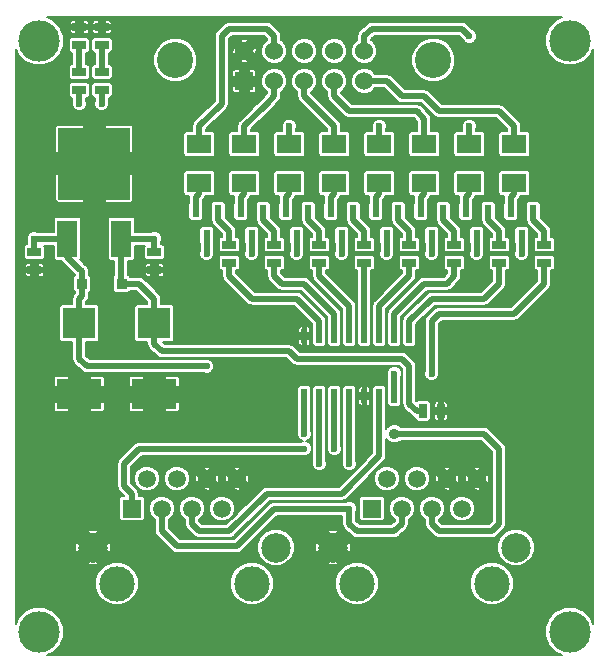
<source format=gtl>
G04 (created by PCBNEW (2013-may-18)-stable) date Thu 01 May 2014 09:33:59 PM CEST*
%MOIN*%
G04 Gerber Fmt 3.4, Leading zero omitted, Abs format*
%FSLAX34Y34*%
G01*
G70*
G90*
G04 APERTURE LIST*
%ADD10C,0.00590551*%
%ADD11C,0.11811*%
%ADD12R,0.0591X0.0591*%
%ADD13C,0.0591*%
%ADD14C,0.0984252*%
%ADD15C,0.137795*%
%ADD16C,0.12*%
%ADD17R,0.06X0.06*%
%ADD18C,0.06*%
%ADD19R,0.1063X0.1004*%
%ADD20R,0.1496X0.1004*%
%ADD21R,0.0236X0.0394*%
%ADD22R,0.0335X0.0335*%
%ADD23R,0.02X0.045*%
%ADD24R,0.08X0.06*%
%ADD25R,0.045X0.025*%
%ADD26R,0.025X0.045*%
%ADD27R,0.065X0.12*%
%ADD28R,0.24X0.24*%
%ADD29C,0.023622*%
%ADD30C,0.0354331*%
%ADD31C,0.019685*%
%ADD32C,0.0067*%
G04 APERTURE END LIST*
G54D10*
G54D11*
X55250Y-32500D03*
X50750Y-32500D03*
G54D12*
X51250Y-30000D03*
G54D13*
X51750Y-29000D03*
X52250Y-30000D03*
X52750Y-29000D03*
X53250Y-30000D03*
X53750Y-29000D03*
X54250Y-30000D03*
X54750Y-29000D03*
G54D14*
X49950Y-31299D03*
X56050Y-31299D03*
G54D11*
X47250Y-32500D03*
X42750Y-32500D03*
G54D12*
X43250Y-30000D03*
G54D13*
X43750Y-29000D03*
X44250Y-30000D03*
X44750Y-29000D03*
X45250Y-30000D03*
X45750Y-29000D03*
X46250Y-30000D03*
X46750Y-29000D03*
G54D14*
X41950Y-31299D03*
X48050Y-31299D03*
G54D15*
X40150Y-14400D03*
X40150Y-34100D03*
X57850Y-34100D03*
X57850Y-14400D03*
G54D16*
X53300Y-15050D03*
X44700Y-15050D03*
G54D17*
X47000Y-15750D03*
G54D18*
X47000Y-14750D03*
X48000Y-15750D03*
X48000Y-14750D03*
X49000Y-15750D03*
X49000Y-14750D03*
X50000Y-15750D03*
X50000Y-14750D03*
X51000Y-15750D03*
X51000Y-14750D03*
G54D19*
X44000Y-23819D03*
G54D20*
X44000Y-26181D03*
G54D21*
X47625Y-20084D03*
X47250Y-20916D03*
X46875Y-20084D03*
X56625Y-20084D03*
X56250Y-20916D03*
X55875Y-20084D03*
X49125Y-20084D03*
X48750Y-20916D03*
X48375Y-20084D03*
X55125Y-20084D03*
X54750Y-20916D03*
X54375Y-20084D03*
X46125Y-20084D03*
X45750Y-20916D03*
X45375Y-20084D03*
X53625Y-20084D03*
X53250Y-20916D03*
X52875Y-20084D03*
X52125Y-20084D03*
X51750Y-20916D03*
X51375Y-20084D03*
X50625Y-20084D03*
X50250Y-20916D03*
X49875Y-20084D03*
G54D22*
X41591Y-22500D03*
X42909Y-22500D03*
G54D23*
X52500Y-24250D03*
X52000Y-24250D03*
X51500Y-24250D03*
X51000Y-24250D03*
X50500Y-24250D03*
X50000Y-24250D03*
X49500Y-24250D03*
X49000Y-24250D03*
X49000Y-26250D03*
X49500Y-26250D03*
X50000Y-26250D03*
X50500Y-26250D03*
X51000Y-26250D03*
X51500Y-26250D03*
X52000Y-26250D03*
X52500Y-26250D03*
G54D24*
X51500Y-19150D03*
X51500Y-17850D03*
X48500Y-19150D03*
X48500Y-17850D03*
X50000Y-19150D03*
X50000Y-17850D03*
X47000Y-19150D03*
X47000Y-17850D03*
X53000Y-19150D03*
X53000Y-17850D03*
X54500Y-19150D03*
X54500Y-17850D03*
X56000Y-19150D03*
X56000Y-17850D03*
X45500Y-19150D03*
X45500Y-17850D03*
G54D25*
X42250Y-16050D03*
X42250Y-15450D03*
X57000Y-21200D03*
X57000Y-21800D03*
X40000Y-21450D03*
X40000Y-22050D03*
X55500Y-21200D03*
X55500Y-21800D03*
X54000Y-21200D03*
X54000Y-21800D03*
X52500Y-21200D03*
X52500Y-21800D03*
X42250Y-14550D03*
X42250Y-13950D03*
X41500Y-16050D03*
X41500Y-15450D03*
X51000Y-21200D03*
X51000Y-21800D03*
X41500Y-14550D03*
X41500Y-13950D03*
G54D26*
X52950Y-26750D03*
X53550Y-26750D03*
G54D25*
X49500Y-21200D03*
X49500Y-21800D03*
X46500Y-21200D03*
X46500Y-21800D03*
X48000Y-21200D03*
X48000Y-21800D03*
G54D27*
X41100Y-21000D03*
G54D28*
X42000Y-18500D03*
G54D27*
X42900Y-21000D03*
G54D19*
X41500Y-23819D03*
G54D20*
X41500Y-26181D03*
G54D25*
X44000Y-21450D03*
X44000Y-22050D03*
G54D29*
X41500Y-16500D03*
X40000Y-21000D03*
X45750Y-25250D03*
X53250Y-21500D03*
X56250Y-21500D03*
X54750Y-21500D03*
X51750Y-21500D03*
X50250Y-21500D03*
X48750Y-21500D03*
X47250Y-21500D03*
X45750Y-21500D03*
X42250Y-16500D03*
X44000Y-21000D03*
X49000Y-28000D03*
X50000Y-28000D03*
X49000Y-27500D03*
G54D30*
X52000Y-27500D03*
G54D29*
X50500Y-30000D03*
X50500Y-28500D03*
X52000Y-25500D03*
X53250Y-25500D03*
X49500Y-28500D03*
X54500Y-14250D03*
X54500Y-17250D03*
X51500Y-17250D03*
X48500Y-17250D03*
G54D31*
X41500Y-16050D02*
X41500Y-16500D01*
X45750Y-25250D02*
X41750Y-25250D01*
X41500Y-25000D02*
X41750Y-25250D01*
X41500Y-25000D02*
X41500Y-23819D01*
X41591Y-22500D02*
X41591Y-22909D01*
X41500Y-23000D02*
X41500Y-23819D01*
X41591Y-22909D02*
X41500Y-23000D01*
X41591Y-22500D02*
X41591Y-22091D01*
X41100Y-21600D02*
X41500Y-22000D01*
X41100Y-21600D02*
X41100Y-21000D01*
X41591Y-22091D02*
X41500Y-22000D01*
X40000Y-21450D02*
X40000Y-21000D01*
X40000Y-21000D02*
X41100Y-21000D01*
X53250Y-20916D02*
X53250Y-21500D01*
X56250Y-21500D02*
X56250Y-20916D01*
X54750Y-20916D02*
X54750Y-21500D01*
X51750Y-21500D02*
X51750Y-20916D01*
X50250Y-20916D02*
X50250Y-21500D01*
X48750Y-21500D02*
X48750Y-20916D01*
X47250Y-20916D02*
X47250Y-21500D01*
X45750Y-21500D02*
X45750Y-20916D01*
X42250Y-16050D02*
X42250Y-16500D01*
X52950Y-26750D02*
X52750Y-26750D01*
X52500Y-26500D02*
X52750Y-26750D01*
X52500Y-26500D02*
X52500Y-26250D01*
X52500Y-26250D02*
X52500Y-25250D01*
X52250Y-25000D02*
X52500Y-25250D01*
X44250Y-24750D02*
X48500Y-24750D01*
X44000Y-24500D02*
X44250Y-24750D01*
X44000Y-24500D02*
X44000Y-23819D01*
X48500Y-24750D02*
X48750Y-25000D01*
X48750Y-25000D02*
X52250Y-25000D01*
X44000Y-21000D02*
X44000Y-21450D01*
X42900Y-21000D02*
X44000Y-21000D01*
X44000Y-21000D02*
X44000Y-21000D01*
X42909Y-22500D02*
X43500Y-22500D01*
X43500Y-22500D02*
X44000Y-23000D01*
X44000Y-23000D02*
X44000Y-23819D01*
X42900Y-21000D02*
X42900Y-22491D01*
X42900Y-22491D02*
X42909Y-22500D01*
X43250Y-30000D02*
X43250Y-29500D01*
X43000Y-28500D02*
X43500Y-28000D01*
X43000Y-29250D02*
X43000Y-28500D01*
X43250Y-29500D02*
X43000Y-29250D01*
X49000Y-28000D02*
X43500Y-28000D01*
X50000Y-26250D02*
X50000Y-28000D01*
X50250Y-29500D02*
X47750Y-29500D01*
X46500Y-30750D02*
X45500Y-30750D01*
X47750Y-29500D02*
X46500Y-30750D01*
X51500Y-26250D02*
X51500Y-27250D01*
X51500Y-27250D02*
X51500Y-28250D01*
X51500Y-28250D02*
X50250Y-29500D01*
X45250Y-30500D02*
X45250Y-30000D01*
X45500Y-30750D02*
X45250Y-30500D01*
X55500Y-28000D02*
X55500Y-30500D01*
X52000Y-27500D02*
X52000Y-27500D01*
X52000Y-27500D02*
X54500Y-27500D01*
X54500Y-27500D02*
X55000Y-27500D01*
X55000Y-27500D02*
X55500Y-28000D01*
X49000Y-26250D02*
X49000Y-27500D01*
X53250Y-30500D02*
X53250Y-30000D01*
X53500Y-30750D02*
X53250Y-30500D01*
X55250Y-30750D02*
X53500Y-30750D01*
X55500Y-30500D02*
X55250Y-30750D01*
X52250Y-30000D02*
X52250Y-30500D01*
X52000Y-30750D02*
X52250Y-30500D01*
X51750Y-30750D02*
X50750Y-30750D01*
X50500Y-30500D02*
X50750Y-30750D01*
X50500Y-30500D02*
X50500Y-30000D01*
X51750Y-30750D02*
X52000Y-30750D01*
X50500Y-30000D02*
X50500Y-30000D01*
X48000Y-30000D02*
X50500Y-30000D01*
X48000Y-30000D02*
X46750Y-31250D01*
X46750Y-31250D02*
X45750Y-31250D01*
X45750Y-31250D02*
X44750Y-31250D01*
X44250Y-30750D02*
X44750Y-31250D01*
X44250Y-30750D02*
X44250Y-30000D01*
X45500Y-31250D02*
X45750Y-31250D01*
X50500Y-26250D02*
X50500Y-28500D01*
X53250Y-23750D02*
X53250Y-25500D01*
X52000Y-26250D02*
X52000Y-25500D01*
X54000Y-23500D02*
X53500Y-23500D01*
X53500Y-23500D02*
X53250Y-23750D01*
X57000Y-22000D02*
X57000Y-21800D01*
X57000Y-22500D02*
X56000Y-23500D01*
X57000Y-22000D02*
X57000Y-22500D01*
X56000Y-23500D02*
X54000Y-23500D01*
X53250Y-23000D02*
X55000Y-23000D01*
X52500Y-23750D02*
X53250Y-23000D01*
X52500Y-24250D02*
X52500Y-23750D01*
X55500Y-22500D02*
X55500Y-21800D01*
X55000Y-23000D02*
X55500Y-22500D01*
X53000Y-22500D02*
X53750Y-22500D01*
X52000Y-23500D02*
X53000Y-22500D01*
X52000Y-24250D02*
X52000Y-23500D01*
X54000Y-22250D02*
X54000Y-21800D01*
X53750Y-22500D02*
X54000Y-22250D01*
X51500Y-24250D02*
X51500Y-23250D01*
X52500Y-22250D02*
X52500Y-21800D01*
X51500Y-23250D02*
X52500Y-22250D01*
X51000Y-24250D02*
X51000Y-21800D01*
X50500Y-24250D02*
X50500Y-23250D01*
X49500Y-22250D02*
X49500Y-21800D01*
X50500Y-23250D02*
X49500Y-22250D01*
X49000Y-22500D02*
X48250Y-22500D01*
X50000Y-23500D02*
X49000Y-22500D01*
X50000Y-24250D02*
X50000Y-23500D01*
X48000Y-22250D02*
X48000Y-21800D01*
X48250Y-22500D02*
X48000Y-22250D01*
X48750Y-23000D02*
X47250Y-23000D01*
X49500Y-23750D02*
X48750Y-23000D01*
X49500Y-24250D02*
X49500Y-23750D01*
X46500Y-22250D02*
X46500Y-21800D01*
X47250Y-23000D02*
X46500Y-22250D01*
X52125Y-20084D02*
X52125Y-20375D01*
X52500Y-20750D02*
X52500Y-21200D01*
X52125Y-20375D02*
X52500Y-20750D01*
X48500Y-19150D02*
X48500Y-19500D01*
X48375Y-19625D02*
X48500Y-19500D01*
X48375Y-19625D02*
X48375Y-20084D01*
X56000Y-19150D02*
X56000Y-19500D01*
X55875Y-19625D02*
X56000Y-19500D01*
X55875Y-19625D02*
X55875Y-20084D01*
X56625Y-20084D02*
X56625Y-20375D01*
X57000Y-20750D02*
X57000Y-21200D01*
X56625Y-20375D02*
X57000Y-20750D01*
X54375Y-20084D02*
X54375Y-19625D01*
X54500Y-19500D02*
X54500Y-19150D01*
X54375Y-19625D02*
X54500Y-19500D01*
X55125Y-20084D02*
X55125Y-20375D01*
X55500Y-20750D02*
X55500Y-21200D01*
X55125Y-20375D02*
X55500Y-20750D01*
X46125Y-20084D02*
X46125Y-20375D01*
X46500Y-20750D02*
X46500Y-21200D01*
X46125Y-20375D02*
X46500Y-20750D01*
X53000Y-19150D02*
X53000Y-19500D01*
X52875Y-19625D02*
X53000Y-19500D01*
X52875Y-19625D02*
X52875Y-20084D01*
X49125Y-20084D02*
X49125Y-20375D01*
X49500Y-20750D02*
X49500Y-21200D01*
X49125Y-20375D02*
X49500Y-20750D01*
X47000Y-19150D02*
X47000Y-19500D01*
X46875Y-19625D02*
X47000Y-19500D01*
X46875Y-19625D02*
X46875Y-20084D01*
X47625Y-20084D02*
X47625Y-20375D01*
X48000Y-20750D02*
X48000Y-21200D01*
X47625Y-20375D02*
X48000Y-20750D01*
X45500Y-19150D02*
X45500Y-19500D01*
X45375Y-19625D02*
X45500Y-19500D01*
X45375Y-19625D02*
X45375Y-20084D01*
X53625Y-20084D02*
X53625Y-20375D01*
X54000Y-20750D02*
X54000Y-21200D01*
X53625Y-20375D02*
X54000Y-20750D01*
X41500Y-15450D02*
X41500Y-14550D01*
X42250Y-15450D02*
X42250Y-14550D01*
X51500Y-19150D02*
X51500Y-19500D01*
X51375Y-19625D02*
X51500Y-19500D01*
X51375Y-19625D02*
X51375Y-20084D01*
X50000Y-19150D02*
X50000Y-19500D01*
X49875Y-19625D02*
X50000Y-19500D01*
X49875Y-19625D02*
X49875Y-20084D01*
X50625Y-20084D02*
X50625Y-20375D01*
X51000Y-20750D02*
X51000Y-21200D01*
X50625Y-20375D02*
X51000Y-20750D01*
X49500Y-26250D02*
X49500Y-28500D01*
X53500Y-16750D02*
X55500Y-16750D01*
X55500Y-16750D02*
X56000Y-17250D01*
X56000Y-17250D02*
X56000Y-17850D01*
X52250Y-16250D02*
X53000Y-16250D01*
X51750Y-15750D02*
X52250Y-16250D01*
X51000Y-15750D02*
X51750Y-15750D01*
X53000Y-16250D02*
X53500Y-16750D01*
X51000Y-14250D02*
X51250Y-14000D01*
X51250Y-14000D02*
X54250Y-14000D01*
X54250Y-14000D02*
X54500Y-14250D01*
X51000Y-14750D02*
X51000Y-14250D01*
X54500Y-17250D02*
X54500Y-17850D01*
X52750Y-16750D02*
X50500Y-16750D01*
X53000Y-17000D02*
X52750Y-16750D01*
X53000Y-17850D02*
X53000Y-17000D01*
X50000Y-16250D02*
X50000Y-15750D01*
X50500Y-16750D02*
X50000Y-16250D01*
X51500Y-17850D02*
X51500Y-17250D01*
X49000Y-15750D02*
X49000Y-16250D01*
X50000Y-17250D02*
X49000Y-16250D01*
X50000Y-17250D02*
X50000Y-17850D01*
X48500Y-17250D02*
X48500Y-17850D01*
X47750Y-16500D02*
X48000Y-16250D01*
X47000Y-17250D02*
X47750Y-16500D01*
X47000Y-17850D02*
X47000Y-17250D01*
X48000Y-16250D02*
X48000Y-15750D01*
X46500Y-14000D02*
X47750Y-14000D01*
X46250Y-14250D02*
X46500Y-14000D01*
X45500Y-17850D02*
X45500Y-17250D01*
X45500Y-17250D02*
X46250Y-16500D01*
X46250Y-16500D02*
X46250Y-14250D01*
X48000Y-14250D02*
X48000Y-14750D01*
X47750Y-14000D02*
X48000Y-14250D01*
G54D10*
G36*
X58629Y-33833D02*
X58547Y-33634D01*
X58316Y-33403D01*
X58014Y-33277D01*
X57687Y-33277D01*
X57384Y-33402D01*
X57358Y-33428D01*
X57358Y-21898D01*
X57358Y-21648D01*
X57358Y-21298D01*
X57358Y-21048D01*
X57338Y-20999D01*
X57300Y-20961D01*
X57251Y-20941D01*
X57231Y-20941D01*
X57231Y-20750D01*
X57214Y-20661D01*
X57163Y-20586D01*
X57163Y-20586D01*
X56876Y-20298D01*
X56876Y-20254D01*
X56876Y-19860D01*
X56856Y-19811D01*
X56818Y-19773D01*
X56769Y-19753D01*
X56716Y-19753D01*
X56533Y-19753D01*
X56533Y-19423D01*
X56533Y-18823D01*
X56533Y-18123D01*
X56533Y-17523D01*
X56513Y-17474D01*
X56475Y-17436D01*
X56426Y-17416D01*
X56373Y-17416D01*
X56231Y-17416D01*
X56231Y-17250D01*
X56231Y-17250D01*
X56231Y-17250D01*
X56214Y-17161D01*
X56163Y-17086D01*
X56163Y-17086D01*
X55663Y-16586D01*
X55588Y-16535D01*
X55500Y-16518D01*
X55499Y-16518D01*
X54751Y-16518D01*
X54751Y-14200D01*
X54713Y-14107D01*
X54642Y-14036D01*
X54594Y-14017D01*
X54413Y-13836D01*
X54338Y-13785D01*
X54250Y-13768D01*
X54249Y-13768D01*
X51250Y-13768D01*
X51161Y-13785D01*
X51086Y-13836D01*
X51086Y-13836D01*
X50836Y-14086D01*
X50785Y-14161D01*
X50768Y-14250D01*
X50768Y-14250D01*
X50768Y-14376D01*
X50754Y-14382D01*
X50632Y-14504D01*
X50566Y-14663D01*
X50566Y-14835D01*
X50632Y-14995D01*
X50754Y-15117D01*
X50913Y-15183D01*
X51085Y-15183D01*
X51245Y-15117D01*
X51367Y-14995D01*
X51433Y-14836D01*
X51433Y-14664D01*
X51367Y-14504D01*
X51245Y-14382D01*
X51231Y-14376D01*
X51231Y-14346D01*
X51346Y-14231D01*
X54153Y-14231D01*
X54267Y-14345D01*
X54286Y-14392D01*
X54357Y-14463D01*
X54449Y-14501D01*
X54549Y-14501D01*
X54642Y-14463D01*
X54713Y-14392D01*
X54751Y-14300D01*
X54751Y-14200D01*
X54751Y-16518D01*
X54033Y-16518D01*
X54033Y-14904D01*
X53922Y-14635D01*
X53716Y-14428D01*
X53446Y-14316D01*
X53154Y-14316D01*
X52885Y-14427D01*
X52678Y-14633D01*
X52566Y-14903D01*
X52566Y-15195D01*
X52677Y-15464D01*
X52883Y-15671D01*
X53153Y-15783D01*
X53445Y-15783D01*
X53714Y-15672D01*
X53921Y-15466D01*
X54033Y-15196D01*
X54033Y-14904D01*
X54033Y-16518D01*
X53596Y-16518D01*
X53163Y-16086D01*
X53088Y-16035D01*
X53000Y-16018D01*
X52999Y-16018D01*
X52346Y-16018D01*
X51913Y-15586D01*
X51838Y-15535D01*
X51750Y-15518D01*
X51749Y-15518D01*
X51373Y-15518D01*
X51367Y-15504D01*
X51245Y-15382D01*
X51086Y-15316D01*
X50914Y-15316D01*
X50754Y-15382D01*
X50632Y-15504D01*
X50566Y-15663D01*
X50566Y-15835D01*
X50632Y-15995D01*
X50754Y-16117D01*
X50913Y-16183D01*
X51085Y-16183D01*
X51245Y-16117D01*
X51367Y-15995D01*
X51373Y-15981D01*
X51653Y-15981D01*
X52086Y-16413D01*
X52086Y-16413D01*
X52161Y-16464D01*
X52250Y-16481D01*
X52250Y-16481D01*
X52250Y-16481D01*
X52903Y-16481D01*
X53336Y-16913D01*
X53336Y-16913D01*
X53411Y-16964D01*
X53500Y-16981D01*
X53500Y-16981D01*
X53500Y-16981D01*
X55403Y-16981D01*
X55768Y-17346D01*
X55768Y-17416D01*
X55573Y-17416D01*
X55524Y-17436D01*
X55486Y-17474D01*
X55466Y-17523D01*
X55466Y-17576D01*
X55466Y-18176D01*
X55486Y-18225D01*
X55524Y-18263D01*
X55573Y-18283D01*
X55626Y-18283D01*
X56426Y-18283D01*
X56475Y-18263D01*
X56513Y-18225D01*
X56533Y-18176D01*
X56533Y-18123D01*
X56533Y-18823D01*
X56513Y-18774D01*
X56475Y-18736D01*
X56426Y-18716D01*
X56373Y-18716D01*
X55573Y-18716D01*
X55524Y-18736D01*
X55486Y-18774D01*
X55466Y-18823D01*
X55466Y-18876D01*
X55466Y-19476D01*
X55486Y-19525D01*
X55524Y-19563D01*
X55573Y-19583D01*
X55626Y-19583D01*
X55651Y-19583D01*
X55643Y-19625D01*
X55643Y-19625D01*
X55643Y-19813D01*
X55623Y-19860D01*
X55623Y-19913D01*
X55623Y-20307D01*
X55643Y-20356D01*
X55681Y-20394D01*
X55730Y-20414D01*
X55783Y-20414D01*
X56019Y-20414D01*
X56068Y-20394D01*
X56106Y-20356D01*
X56126Y-20307D01*
X56126Y-20254D01*
X56126Y-19860D01*
X56106Y-19813D01*
X56106Y-19721D01*
X56163Y-19663D01*
X56163Y-19663D01*
X56163Y-19663D01*
X56214Y-19588D01*
X56214Y-19588D01*
X56215Y-19583D01*
X56426Y-19583D01*
X56475Y-19563D01*
X56513Y-19525D01*
X56533Y-19476D01*
X56533Y-19423D01*
X56533Y-19753D01*
X56480Y-19753D01*
X56431Y-19773D01*
X56393Y-19811D01*
X56373Y-19860D01*
X56373Y-19913D01*
X56373Y-20307D01*
X56393Y-20354D01*
X56393Y-20374D01*
X56393Y-20375D01*
X56410Y-20463D01*
X56461Y-20538D01*
X56768Y-20846D01*
X56768Y-20941D01*
X56748Y-20941D01*
X56699Y-20961D01*
X56661Y-20999D01*
X56641Y-21048D01*
X56641Y-21101D01*
X56641Y-21351D01*
X56661Y-21400D01*
X56699Y-21438D01*
X56748Y-21458D01*
X56801Y-21458D01*
X57251Y-21458D01*
X57300Y-21438D01*
X57338Y-21400D01*
X57358Y-21351D01*
X57358Y-21298D01*
X57358Y-21648D01*
X57338Y-21599D01*
X57300Y-21561D01*
X57251Y-21541D01*
X57198Y-21541D01*
X56748Y-21541D01*
X56699Y-21561D01*
X56661Y-21599D01*
X56641Y-21648D01*
X56641Y-21701D01*
X56641Y-21951D01*
X56661Y-22000D01*
X56699Y-22038D01*
X56748Y-22058D01*
X56768Y-22058D01*
X56768Y-22403D01*
X56501Y-22670D01*
X56501Y-21450D01*
X56481Y-21402D01*
X56481Y-21186D01*
X56501Y-21139D01*
X56501Y-21086D01*
X56501Y-20692D01*
X56481Y-20643D01*
X56443Y-20605D01*
X56394Y-20585D01*
X56341Y-20585D01*
X56105Y-20585D01*
X56056Y-20605D01*
X56018Y-20643D01*
X55998Y-20692D01*
X55998Y-20745D01*
X55998Y-21139D01*
X56018Y-21186D01*
X56018Y-21402D01*
X55998Y-21449D01*
X55998Y-21549D01*
X56036Y-21642D01*
X56107Y-21713D01*
X56199Y-21751D01*
X56299Y-21751D01*
X56392Y-21713D01*
X56463Y-21642D01*
X56501Y-21550D01*
X56501Y-21450D01*
X56501Y-22670D01*
X55903Y-23268D01*
X55858Y-23268D01*
X55858Y-21898D01*
X55858Y-21648D01*
X55858Y-21298D01*
X55858Y-21048D01*
X55838Y-20999D01*
X55800Y-20961D01*
X55751Y-20941D01*
X55731Y-20941D01*
X55731Y-20750D01*
X55714Y-20661D01*
X55663Y-20586D01*
X55663Y-20586D01*
X55376Y-20298D01*
X55376Y-20254D01*
X55376Y-19860D01*
X55356Y-19811D01*
X55318Y-19773D01*
X55269Y-19753D01*
X55216Y-19753D01*
X55033Y-19753D01*
X55033Y-19423D01*
X55033Y-18823D01*
X55033Y-18123D01*
X55033Y-17523D01*
X55013Y-17474D01*
X54975Y-17436D01*
X54926Y-17416D01*
X54873Y-17416D01*
X54731Y-17416D01*
X54731Y-17347D01*
X54751Y-17300D01*
X54751Y-17200D01*
X54713Y-17107D01*
X54642Y-17036D01*
X54550Y-16998D01*
X54450Y-16998D01*
X54357Y-17036D01*
X54286Y-17107D01*
X54248Y-17199D01*
X54248Y-17299D01*
X54268Y-17347D01*
X54268Y-17416D01*
X54073Y-17416D01*
X54024Y-17436D01*
X53986Y-17474D01*
X53966Y-17523D01*
X53966Y-17576D01*
X53966Y-18176D01*
X53986Y-18225D01*
X54024Y-18263D01*
X54073Y-18283D01*
X54126Y-18283D01*
X54926Y-18283D01*
X54975Y-18263D01*
X55013Y-18225D01*
X55033Y-18176D01*
X55033Y-18123D01*
X55033Y-18823D01*
X55013Y-18774D01*
X54975Y-18736D01*
X54926Y-18716D01*
X54873Y-18716D01*
X54073Y-18716D01*
X54024Y-18736D01*
X53986Y-18774D01*
X53966Y-18823D01*
X53966Y-18876D01*
X53966Y-19476D01*
X53986Y-19525D01*
X54024Y-19563D01*
X54073Y-19583D01*
X54126Y-19583D01*
X54151Y-19583D01*
X54143Y-19625D01*
X54143Y-19625D01*
X54143Y-19813D01*
X54123Y-19860D01*
X54123Y-19913D01*
X54123Y-20307D01*
X54143Y-20356D01*
X54181Y-20394D01*
X54230Y-20414D01*
X54283Y-20414D01*
X54519Y-20414D01*
X54568Y-20394D01*
X54606Y-20356D01*
X54626Y-20307D01*
X54626Y-20254D01*
X54626Y-19860D01*
X54606Y-19813D01*
X54606Y-19721D01*
X54663Y-19663D01*
X54663Y-19663D01*
X54663Y-19663D01*
X54714Y-19588D01*
X54714Y-19588D01*
X54715Y-19583D01*
X54926Y-19583D01*
X54975Y-19563D01*
X55013Y-19525D01*
X55033Y-19476D01*
X55033Y-19423D01*
X55033Y-19753D01*
X54980Y-19753D01*
X54931Y-19773D01*
X54893Y-19811D01*
X54873Y-19860D01*
X54873Y-19913D01*
X54873Y-20307D01*
X54893Y-20354D01*
X54893Y-20374D01*
X54893Y-20375D01*
X54910Y-20463D01*
X54961Y-20538D01*
X55268Y-20846D01*
X55268Y-20941D01*
X55248Y-20941D01*
X55199Y-20961D01*
X55161Y-20999D01*
X55141Y-21048D01*
X55141Y-21101D01*
X55141Y-21351D01*
X55161Y-21400D01*
X55199Y-21438D01*
X55248Y-21458D01*
X55301Y-21458D01*
X55751Y-21458D01*
X55800Y-21438D01*
X55838Y-21400D01*
X55858Y-21351D01*
X55858Y-21298D01*
X55858Y-21648D01*
X55838Y-21599D01*
X55800Y-21561D01*
X55751Y-21541D01*
X55698Y-21541D01*
X55248Y-21541D01*
X55199Y-21561D01*
X55161Y-21599D01*
X55141Y-21648D01*
X55141Y-21701D01*
X55141Y-21951D01*
X55161Y-22000D01*
X55199Y-22038D01*
X55248Y-22058D01*
X55268Y-22058D01*
X55268Y-22403D01*
X55001Y-22670D01*
X55001Y-21450D01*
X54981Y-21402D01*
X54981Y-21186D01*
X55001Y-21139D01*
X55001Y-21086D01*
X55001Y-20692D01*
X54981Y-20643D01*
X54943Y-20605D01*
X54894Y-20585D01*
X54841Y-20585D01*
X54605Y-20585D01*
X54556Y-20605D01*
X54518Y-20643D01*
X54498Y-20692D01*
X54498Y-20745D01*
X54498Y-21139D01*
X54518Y-21186D01*
X54518Y-21402D01*
X54498Y-21449D01*
X54498Y-21549D01*
X54536Y-21642D01*
X54607Y-21713D01*
X54699Y-21751D01*
X54799Y-21751D01*
X54892Y-21713D01*
X54963Y-21642D01*
X55001Y-21550D01*
X55001Y-21450D01*
X55001Y-22670D01*
X54903Y-22768D01*
X54358Y-22768D01*
X54358Y-21898D01*
X54358Y-21648D01*
X54358Y-21298D01*
X54358Y-21048D01*
X54338Y-20999D01*
X54300Y-20961D01*
X54251Y-20941D01*
X54231Y-20941D01*
X54231Y-20750D01*
X54214Y-20661D01*
X54163Y-20586D01*
X54163Y-20586D01*
X53876Y-20298D01*
X53876Y-20254D01*
X53876Y-19860D01*
X53856Y-19811D01*
X53818Y-19773D01*
X53769Y-19753D01*
X53716Y-19753D01*
X53533Y-19753D01*
X53533Y-19423D01*
X53533Y-18823D01*
X53533Y-18123D01*
X53533Y-17523D01*
X53513Y-17474D01*
X53475Y-17436D01*
X53426Y-17416D01*
X53373Y-17416D01*
X53231Y-17416D01*
X53231Y-17000D01*
X53214Y-16911D01*
X53163Y-16836D01*
X53163Y-16836D01*
X52913Y-16586D01*
X52838Y-16535D01*
X52750Y-16518D01*
X52749Y-16518D01*
X50596Y-16518D01*
X50231Y-16153D01*
X50231Y-16123D01*
X50245Y-16117D01*
X50367Y-15995D01*
X50433Y-15836D01*
X50433Y-15664D01*
X50433Y-14664D01*
X50367Y-14504D01*
X50245Y-14382D01*
X50086Y-14316D01*
X49914Y-14316D01*
X49754Y-14382D01*
X49632Y-14504D01*
X49566Y-14663D01*
X49566Y-14835D01*
X49632Y-14995D01*
X49754Y-15117D01*
X49913Y-15183D01*
X50085Y-15183D01*
X50245Y-15117D01*
X50367Y-14995D01*
X50433Y-14836D01*
X50433Y-14664D01*
X50433Y-15664D01*
X50367Y-15504D01*
X50245Y-15382D01*
X50086Y-15316D01*
X49914Y-15316D01*
X49754Y-15382D01*
X49632Y-15504D01*
X49566Y-15663D01*
X49566Y-15835D01*
X49632Y-15995D01*
X49754Y-16117D01*
X49768Y-16123D01*
X49768Y-16249D01*
X49768Y-16250D01*
X49785Y-16338D01*
X49836Y-16413D01*
X50336Y-16913D01*
X50336Y-16913D01*
X50411Y-16964D01*
X50500Y-16981D01*
X50500Y-16981D01*
X50500Y-16981D01*
X52653Y-16981D01*
X52768Y-17096D01*
X52768Y-17416D01*
X52573Y-17416D01*
X52524Y-17436D01*
X52486Y-17474D01*
X52466Y-17523D01*
X52466Y-17576D01*
X52466Y-18176D01*
X52486Y-18225D01*
X52524Y-18263D01*
X52573Y-18283D01*
X52626Y-18283D01*
X53426Y-18283D01*
X53475Y-18263D01*
X53513Y-18225D01*
X53533Y-18176D01*
X53533Y-18123D01*
X53533Y-18823D01*
X53513Y-18774D01*
X53475Y-18736D01*
X53426Y-18716D01*
X53373Y-18716D01*
X52573Y-18716D01*
X52524Y-18736D01*
X52486Y-18774D01*
X52466Y-18823D01*
X52466Y-18876D01*
X52466Y-19476D01*
X52486Y-19525D01*
X52524Y-19563D01*
X52573Y-19583D01*
X52626Y-19583D01*
X52651Y-19583D01*
X52643Y-19625D01*
X52643Y-19625D01*
X52643Y-19813D01*
X52623Y-19860D01*
X52623Y-19913D01*
X52623Y-20307D01*
X52643Y-20356D01*
X52681Y-20394D01*
X52730Y-20414D01*
X52783Y-20414D01*
X53019Y-20414D01*
X53068Y-20394D01*
X53106Y-20356D01*
X53126Y-20307D01*
X53126Y-20254D01*
X53126Y-19860D01*
X53106Y-19813D01*
X53106Y-19721D01*
X53163Y-19663D01*
X53163Y-19663D01*
X53163Y-19663D01*
X53214Y-19588D01*
X53214Y-19588D01*
X53215Y-19583D01*
X53426Y-19583D01*
X53475Y-19563D01*
X53513Y-19525D01*
X53533Y-19476D01*
X53533Y-19423D01*
X53533Y-19753D01*
X53480Y-19753D01*
X53431Y-19773D01*
X53393Y-19811D01*
X53373Y-19860D01*
X53373Y-19913D01*
X53373Y-20307D01*
X53393Y-20354D01*
X53393Y-20374D01*
X53393Y-20375D01*
X53410Y-20463D01*
X53461Y-20538D01*
X53768Y-20846D01*
X53768Y-20941D01*
X53748Y-20941D01*
X53699Y-20961D01*
X53661Y-20999D01*
X53641Y-21048D01*
X53641Y-21101D01*
X53641Y-21351D01*
X53661Y-21400D01*
X53699Y-21438D01*
X53748Y-21458D01*
X53801Y-21458D01*
X54251Y-21458D01*
X54300Y-21438D01*
X54338Y-21400D01*
X54358Y-21351D01*
X54358Y-21298D01*
X54358Y-21648D01*
X54338Y-21599D01*
X54300Y-21561D01*
X54251Y-21541D01*
X54198Y-21541D01*
X53748Y-21541D01*
X53699Y-21561D01*
X53661Y-21599D01*
X53641Y-21648D01*
X53641Y-21701D01*
X53641Y-21951D01*
X53661Y-22000D01*
X53699Y-22038D01*
X53748Y-22058D01*
X53768Y-22058D01*
X53768Y-22153D01*
X53653Y-22268D01*
X53501Y-22268D01*
X53501Y-21450D01*
X53481Y-21402D01*
X53481Y-21186D01*
X53501Y-21139D01*
X53501Y-21086D01*
X53501Y-20692D01*
X53481Y-20643D01*
X53443Y-20605D01*
X53394Y-20585D01*
X53341Y-20585D01*
X53105Y-20585D01*
X53056Y-20605D01*
X53018Y-20643D01*
X52998Y-20692D01*
X52998Y-20745D01*
X52998Y-21139D01*
X53018Y-21186D01*
X53018Y-21402D01*
X52998Y-21449D01*
X52998Y-21549D01*
X53036Y-21642D01*
X53107Y-21713D01*
X53199Y-21751D01*
X53299Y-21751D01*
X53392Y-21713D01*
X53463Y-21642D01*
X53501Y-21550D01*
X53501Y-21450D01*
X53501Y-22268D01*
X53000Y-22268D01*
X52911Y-22285D01*
X52858Y-22320D01*
X52858Y-21898D01*
X52858Y-21648D01*
X52858Y-21298D01*
X52858Y-21048D01*
X52838Y-20999D01*
X52800Y-20961D01*
X52751Y-20941D01*
X52731Y-20941D01*
X52731Y-20750D01*
X52714Y-20661D01*
X52663Y-20586D01*
X52663Y-20586D01*
X52376Y-20298D01*
X52376Y-20254D01*
X52376Y-19860D01*
X52356Y-19811D01*
X52318Y-19773D01*
X52269Y-19753D01*
X52216Y-19753D01*
X52033Y-19753D01*
X52033Y-19423D01*
X52033Y-18823D01*
X52033Y-18123D01*
X52033Y-17523D01*
X52013Y-17474D01*
X51975Y-17436D01*
X51926Y-17416D01*
X51873Y-17416D01*
X51731Y-17416D01*
X51731Y-17347D01*
X51751Y-17300D01*
X51751Y-17200D01*
X51713Y-17107D01*
X51642Y-17036D01*
X51550Y-16998D01*
X51450Y-16998D01*
X51357Y-17036D01*
X51286Y-17107D01*
X51248Y-17199D01*
X51248Y-17299D01*
X51268Y-17347D01*
X51268Y-17416D01*
X51073Y-17416D01*
X51024Y-17436D01*
X50986Y-17474D01*
X50966Y-17523D01*
X50966Y-17576D01*
X50966Y-18176D01*
X50986Y-18225D01*
X51024Y-18263D01*
X51073Y-18283D01*
X51126Y-18283D01*
X51926Y-18283D01*
X51975Y-18263D01*
X52013Y-18225D01*
X52033Y-18176D01*
X52033Y-18123D01*
X52033Y-18823D01*
X52013Y-18774D01*
X51975Y-18736D01*
X51926Y-18716D01*
X51873Y-18716D01*
X51073Y-18716D01*
X51024Y-18736D01*
X50986Y-18774D01*
X50966Y-18823D01*
X50966Y-18876D01*
X50966Y-19476D01*
X50986Y-19525D01*
X51024Y-19563D01*
X51073Y-19583D01*
X51126Y-19583D01*
X51151Y-19583D01*
X51143Y-19625D01*
X51143Y-19625D01*
X51143Y-19813D01*
X51123Y-19860D01*
X51123Y-19913D01*
X51123Y-20307D01*
X51143Y-20356D01*
X51181Y-20394D01*
X51230Y-20414D01*
X51283Y-20414D01*
X51519Y-20414D01*
X51568Y-20394D01*
X51606Y-20356D01*
X51626Y-20307D01*
X51626Y-20254D01*
X51626Y-19860D01*
X51606Y-19813D01*
X51606Y-19721D01*
X51663Y-19663D01*
X51663Y-19663D01*
X51663Y-19663D01*
X51714Y-19588D01*
X51714Y-19588D01*
X51715Y-19583D01*
X51926Y-19583D01*
X51975Y-19563D01*
X52013Y-19525D01*
X52033Y-19476D01*
X52033Y-19423D01*
X52033Y-19753D01*
X51980Y-19753D01*
X51931Y-19773D01*
X51893Y-19811D01*
X51873Y-19860D01*
X51873Y-19913D01*
X51873Y-20307D01*
X51893Y-20354D01*
X51893Y-20374D01*
X51893Y-20375D01*
X51910Y-20463D01*
X51961Y-20538D01*
X52268Y-20846D01*
X52268Y-20941D01*
X52248Y-20941D01*
X52199Y-20961D01*
X52161Y-20999D01*
X52141Y-21048D01*
X52141Y-21101D01*
X52141Y-21351D01*
X52161Y-21400D01*
X52199Y-21438D01*
X52248Y-21458D01*
X52301Y-21458D01*
X52751Y-21458D01*
X52800Y-21438D01*
X52838Y-21400D01*
X52858Y-21351D01*
X52858Y-21298D01*
X52858Y-21648D01*
X52838Y-21599D01*
X52800Y-21561D01*
X52751Y-21541D01*
X52698Y-21541D01*
X52248Y-21541D01*
X52199Y-21561D01*
X52161Y-21599D01*
X52141Y-21648D01*
X52141Y-21701D01*
X52141Y-21951D01*
X52161Y-22000D01*
X52199Y-22038D01*
X52248Y-22058D01*
X52268Y-22058D01*
X52268Y-22153D01*
X52001Y-22420D01*
X52001Y-21450D01*
X51981Y-21402D01*
X51981Y-21186D01*
X52001Y-21139D01*
X52001Y-21086D01*
X52001Y-20692D01*
X51981Y-20643D01*
X51943Y-20605D01*
X51894Y-20585D01*
X51841Y-20585D01*
X51605Y-20585D01*
X51556Y-20605D01*
X51518Y-20643D01*
X51498Y-20692D01*
X51498Y-20745D01*
X51498Y-21139D01*
X51518Y-21186D01*
X51518Y-21402D01*
X51498Y-21449D01*
X51498Y-21549D01*
X51536Y-21642D01*
X51607Y-21713D01*
X51699Y-21751D01*
X51799Y-21751D01*
X51892Y-21713D01*
X51963Y-21642D01*
X52001Y-21550D01*
X52001Y-21450D01*
X52001Y-22420D01*
X51358Y-23063D01*
X51358Y-21898D01*
X51358Y-21648D01*
X51358Y-21298D01*
X51358Y-21048D01*
X51338Y-20999D01*
X51300Y-20961D01*
X51251Y-20941D01*
X51231Y-20941D01*
X51231Y-20750D01*
X51214Y-20661D01*
X51163Y-20586D01*
X51163Y-20586D01*
X50876Y-20298D01*
X50876Y-20254D01*
X50876Y-19860D01*
X50856Y-19811D01*
X50818Y-19773D01*
X50769Y-19753D01*
X50716Y-19753D01*
X50533Y-19753D01*
X50533Y-19423D01*
X50533Y-18823D01*
X50533Y-18123D01*
X50533Y-17523D01*
X50513Y-17474D01*
X50475Y-17436D01*
X50426Y-17416D01*
X50373Y-17416D01*
X50231Y-17416D01*
X50231Y-17250D01*
X50214Y-17161D01*
X50163Y-17086D01*
X50163Y-17086D01*
X49231Y-16153D01*
X49231Y-16123D01*
X49245Y-16117D01*
X49367Y-15995D01*
X49433Y-15836D01*
X49433Y-15664D01*
X49433Y-14664D01*
X49367Y-14504D01*
X49245Y-14382D01*
X49086Y-14316D01*
X48914Y-14316D01*
X48754Y-14382D01*
X48632Y-14504D01*
X48566Y-14663D01*
X48566Y-14835D01*
X48632Y-14995D01*
X48754Y-15117D01*
X48913Y-15183D01*
X49085Y-15183D01*
X49245Y-15117D01*
X49367Y-14995D01*
X49433Y-14836D01*
X49433Y-14664D01*
X49433Y-15664D01*
X49367Y-15504D01*
X49245Y-15382D01*
X49086Y-15316D01*
X48914Y-15316D01*
X48754Y-15382D01*
X48632Y-15504D01*
X48566Y-15663D01*
X48566Y-15835D01*
X48632Y-15995D01*
X48754Y-16117D01*
X48768Y-16123D01*
X48768Y-16249D01*
X48768Y-16250D01*
X48785Y-16338D01*
X48836Y-16413D01*
X49768Y-17346D01*
X49768Y-17416D01*
X49573Y-17416D01*
X49524Y-17436D01*
X49486Y-17474D01*
X49466Y-17523D01*
X49466Y-17576D01*
X49466Y-18176D01*
X49486Y-18225D01*
X49524Y-18263D01*
X49573Y-18283D01*
X49626Y-18283D01*
X50426Y-18283D01*
X50475Y-18263D01*
X50513Y-18225D01*
X50533Y-18176D01*
X50533Y-18123D01*
X50533Y-18823D01*
X50513Y-18774D01*
X50475Y-18736D01*
X50426Y-18716D01*
X50373Y-18716D01*
X49573Y-18716D01*
X49524Y-18736D01*
X49486Y-18774D01*
X49466Y-18823D01*
X49466Y-18876D01*
X49466Y-19476D01*
X49486Y-19525D01*
X49524Y-19563D01*
X49573Y-19583D01*
X49626Y-19583D01*
X49651Y-19583D01*
X49643Y-19625D01*
X49643Y-19625D01*
X49643Y-19813D01*
X49623Y-19860D01*
X49623Y-19913D01*
X49623Y-20307D01*
X49643Y-20356D01*
X49681Y-20394D01*
X49730Y-20414D01*
X49783Y-20414D01*
X50019Y-20414D01*
X50068Y-20394D01*
X50106Y-20356D01*
X50126Y-20307D01*
X50126Y-20254D01*
X50126Y-19860D01*
X50106Y-19813D01*
X50106Y-19721D01*
X50163Y-19663D01*
X50163Y-19663D01*
X50163Y-19663D01*
X50214Y-19588D01*
X50214Y-19588D01*
X50215Y-19583D01*
X50426Y-19583D01*
X50475Y-19563D01*
X50513Y-19525D01*
X50533Y-19476D01*
X50533Y-19423D01*
X50533Y-19753D01*
X50480Y-19753D01*
X50431Y-19773D01*
X50393Y-19811D01*
X50373Y-19860D01*
X50373Y-19913D01*
X50373Y-20307D01*
X50393Y-20354D01*
X50393Y-20374D01*
X50393Y-20375D01*
X50410Y-20463D01*
X50461Y-20538D01*
X50768Y-20846D01*
X50768Y-20941D01*
X50748Y-20941D01*
X50699Y-20961D01*
X50661Y-20999D01*
X50641Y-21048D01*
X50641Y-21101D01*
X50641Y-21351D01*
X50661Y-21400D01*
X50699Y-21438D01*
X50748Y-21458D01*
X50801Y-21458D01*
X51251Y-21458D01*
X51300Y-21438D01*
X51338Y-21400D01*
X51358Y-21351D01*
X51358Y-21298D01*
X51358Y-21648D01*
X51338Y-21599D01*
X51300Y-21561D01*
X51251Y-21541D01*
X51198Y-21541D01*
X50748Y-21541D01*
X50699Y-21561D01*
X50661Y-21599D01*
X50641Y-21648D01*
X50641Y-21701D01*
X50641Y-21951D01*
X50661Y-22000D01*
X50699Y-22038D01*
X50748Y-22058D01*
X50768Y-22058D01*
X50768Y-23994D01*
X50766Y-23998D01*
X50766Y-24051D01*
X50766Y-24501D01*
X50786Y-24550D01*
X50824Y-24588D01*
X50873Y-24608D01*
X50926Y-24608D01*
X51126Y-24608D01*
X51175Y-24588D01*
X51213Y-24550D01*
X51233Y-24501D01*
X51233Y-24448D01*
X51233Y-23998D01*
X51231Y-23994D01*
X51231Y-22058D01*
X51251Y-22058D01*
X51300Y-22038D01*
X51338Y-22000D01*
X51358Y-21951D01*
X51358Y-21898D01*
X51358Y-23063D01*
X51336Y-23086D01*
X51285Y-23161D01*
X51268Y-23250D01*
X51268Y-23250D01*
X51268Y-23994D01*
X51266Y-23998D01*
X51266Y-24051D01*
X51266Y-24501D01*
X51286Y-24550D01*
X51324Y-24588D01*
X51373Y-24608D01*
X51426Y-24608D01*
X51626Y-24608D01*
X51675Y-24588D01*
X51713Y-24550D01*
X51733Y-24501D01*
X51733Y-24448D01*
X51733Y-23998D01*
X51731Y-23994D01*
X51731Y-23346D01*
X52663Y-22413D01*
X52663Y-22413D01*
X52663Y-22413D01*
X52714Y-22338D01*
X52731Y-22250D01*
X52731Y-22058D01*
X52751Y-22058D01*
X52800Y-22038D01*
X52838Y-22000D01*
X52858Y-21951D01*
X52858Y-21898D01*
X52858Y-22320D01*
X52836Y-22336D01*
X52836Y-22336D01*
X51836Y-23336D01*
X51785Y-23411D01*
X51768Y-23500D01*
X51768Y-23500D01*
X51768Y-23994D01*
X51766Y-23998D01*
X51766Y-24051D01*
X51766Y-24501D01*
X51786Y-24550D01*
X51824Y-24588D01*
X51873Y-24608D01*
X51926Y-24608D01*
X52126Y-24608D01*
X52175Y-24588D01*
X52213Y-24550D01*
X52233Y-24501D01*
X52233Y-24448D01*
X52233Y-23998D01*
X52231Y-23994D01*
X52231Y-23596D01*
X53096Y-22731D01*
X53749Y-22731D01*
X53750Y-22731D01*
X53750Y-22731D01*
X53838Y-22714D01*
X53913Y-22663D01*
X54163Y-22413D01*
X54163Y-22413D01*
X54163Y-22413D01*
X54214Y-22338D01*
X54231Y-22250D01*
X54231Y-22058D01*
X54251Y-22058D01*
X54300Y-22038D01*
X54338Y-22000D01*
X54358Y-21951D01*
X54358Y-21898D01*
X54358Y-22768D01*
X53250Y-22768D01*
X53249Y-22768D01*
X53235Y-22771D01*
X53161Y-22785D01*
X53086Y-22836D01*
X53086Y-22836D01*
X52336Y-23586D01*
X52285Y-23661D01*
X52268Y-23750D01*
X52268Y-23750D01*
X52268Y-23994D01*
X52266Y-23998D01*
X52266Y-24051D01*
X52266Y-24501D01*
X52286Y-24550D01*
X52324Y-24588D01*
X52373Y-24608D01*
X52426Y-24608D01*
X52626Y-24608D01*
X52675Y-24588D01*
X52713Y-24550D01*
X52733Y-24501D01*
X52733Y-24448D01*
X52733Y-23998D01*
X52731Y-23994D01*
X52731Y-23846D01*
X53346Y-23231D01*
X54999Y-23231D01*
X55000Y-23231D01*
X55000Y-23231D01*
X55088Y-23214D01*
X55163Y-23163D01*
X55663Y-22663D01*
X55663Y-22663D01*
X55663Y-22663D01*
X55714Y-22588D01*
X55731Y-22500D01*
X55731Y-22500D01*
X55731Y-22499D01*
X55731Y-22058D01*
X55751Y-22058D01*
X55800Y-22038D01*
X55838Y-22000D01*
X55858Y-21951D01*
X55858Y-21898D01*
X55858Y-23268D01*
X54000Y-23268D01*
X53500Y-23268D01*
X53411Y-23285D01*
X53336Y-23336D01*
X53336Y-23336D01*
X53086Y-23586D01*
X53035Y-23661D01*
X53018Y-23750D01*
X53018Y-23750D01*
X53018Y-25402D01*
X52998Y-25449D01*
X52998Y-25549D01*
X53036Y-25642D01*
X53107Y-25713D01*
X53199Y-25751D01*
X53299Y-25751D01*
X53392Y-25713D01*
X53463Y-25642D01*
X53501Y-25550D01*
X53501Y-25450D01*
X53481Y-25402D01*
X53481Y-23846D01*
X53596Y-23731D01*
X54000Y-23731D01*
X55999Y-23731D01*
X56000Y-23731D01*
X56000Y-23731D01*
X56088Y-23714D01*
X56163Y-23663D01*
X57163Y-22663D01*
X57163Y-22663D01*
X57163Y-22663D01*
X57214Y-22588D01*
X57231Y-22500D01*
X57231Y-22058D01*
X57251Y-22058D01*
X57300Y-22038D01*
X57338Y-22000D01*
X57358Y-21951D01*
X57358Y-21898D01*
X57358Y-33428D01*
X57153Y-33633D01*
X57027Y-33935D01*
X57027Y-34262D01*
X57152Y-34565D01*
X57383Y-34796D01*
X57583Y-34879D01*
X56675Y-34879D01*
X56675Y-31175D01*
X56580Y-30945D01*
X56404Y-30769D01*
X56174Y-30673D01*
X55926Y-30673D01*
X55731Y-30753D01*
X55731Y-28000D01*
X55714Y-27911D01*
X55663Y-27836D01*
X55663Y-27836D01*
X55163Y-27336D01*
X55088Y-27285D01*
X55000Y-27268D01*
X54999Y-27268D01*
X54500Y-27268D01*
X53775Y-27268D01*
X53775Y-26955D01*
X53775Y-26544D01*
X53775Y-26504D01*
X53760Y-26467D01*
X53731Y-26439D01*
X53694Y-26424D01*
X53637Y-26424D01*
X53612Y-26449D01*
X53612Y-26637D01*
X53750Y-26637D01*
X53775Y-26612D01*
X53775Y-26544D01*
X53775Y-26955D01*
X53775Y-26887D01*
X53750Y-26862D01*
X53612Y-26862D01*
X53612Y-27050D01*
X53637Y-27075D01*
X53694Y-27075D01*
X53731Y-27060D01*
X53760Y-27032D01*
X53775Y-26995D01*
X53775Y-26955D01*
X53775Y-27268D01*
X53487Y-27268D01*
X53487Y-27050D01*
X53487Y-26862D01*
X53487Y-26637D01*
X53487Y-26449D01*
X53462Y-26424D01*
X53405Y-26424D01*
X53368Y-26439D01*
X53339Y-26467D01*
X53324Y-26504D01*
X53324Y-26544D01*
X53324Y-26612D01*
X53349Y-26637D01*
X53487Y-26637D01*
X53487Y-26862D01*
X53349Y-26862D01*
X53324Y-26887D01*
X53324Y-26955D01*
X53324Y-26995D01*
X53339Y-27032D01*
X53368Y-27060D01*
X53405Y-27075D01*
X53462Y-27075D01*
X53487Y-27050D01*
X53487Y-27268D01*
X53208Y-27268D01*
X53208Y-26948D01*
X53208Y-26498D01*
X53188Y-26449D01*
X53150Y-26411D01*
X53101Y-26391D01*
X53048Y-26391D01*
X52798Y-26391D01*
X52749Y-26411D01*
X52744Y-26416D01*
X52733Y-26405D01*
X52733Y-25998D01*
X52731Y-25994D01*
X52731Y-25250D01*
X52714Y-25161D01*
X52663Y-25086D01*
X52663Y-25086D01*
X52413Y-24836D01*
X52338Y-24785D01*
X52250Y-24768D01*
X52249Y-24768D01*
X50733Y-24768D01*
X50733Y-24448D01*
X50733Y-23998D01*
X50731Y-23994D01*
X50731Y-23250D01*
X50714Y-23161D01*
X50663Y-23086D01*
X50663Y-23086D01*
X50501Y-22923D01*
X50501Y-21450D01*
X50481Y-21402D01*
X50481Y-21186D01*
X50501Y-21139D01*
X50501Y-21086D01*
X50501Y-20692D01*
X50481Y-20643D01*
X50443Y-20605D01*
X50394Y-20585D01*
X50341Y-20585D01*
X50105Y-20585D01*
X50056Y-20605D01*
X50018Y-20643D01*
X49998Y-20692D01*
X49998Y-20745D01*
X49998Y-21139D01*
X50018Y-21186D01*
X50018Y-21402D01*
X49998Y-21449D01*
X49998Y-21549D01*
X50036Y-21642D01*
X50107Y-21713D01*
X50199Y-21751D01*
X50299Y-21751D01*
X50392Y-21713D01*
X50463Y-21642D01*
X50501Y-21550D01*
X50501Y-21450D01*
X50501Y-22923D01*
X49731Y-22153D01*
X49731Y-22058D01*
X49751Y-22058D01*
X49800Y-22038D01*
X49838Y-22000D01*
X49858Y-21951D01*
X49858Y-21898D01*
X49858Y-21648D01*
X49858Y-21298D01*
X49858Y-21048D01*
X49838Y-20999D01*
X49800Y-20961D01*
X49751Y-20941D01*
X49731Y-20941D01*
X49731Y-20750D01*
X49714Y-20661D01*
X49663Y-20586D01*
X49663Y-20586D01*
X49376Y-20298D01*
X49376Y-20254D01*
X49376Y-19860D01*
X49356Y-19811D01*
X49318Y-19773D01*
X49269Y-19753D01*
X49216Y-19753D01*
X49033Y-19753D01*
X49033Y-19423D01*
X49033Y-18823D01*
X49033Y-18123D01*
X49033Y-17523D01*
X49013Y-17474D01*
X48975Y-17436D01*
X48926Y-17416D01*
X48873Y-17416D01*
X48731Y-17416D01*
X48731Y-17347D01*
X48751Y-17300D01*
X48751Y-17200D01*
X48713Y-17107D01*
X48642Y-17036D01*
X48550Y-16998D01*
X48450Y-16998D01*
X48433Y-17005D01*
X48433Y-15664D01*
X48433Y-14664D01*
X48367Y-14504D01*
X48245Y-14382D01*
X48231Y-14376D01*
X48231Y-14250D01*
X48214Y-14161D01*
X48163Y-14086D01*
X48163Y-14086D01*
X47913Y-13836D01*
X47838Y-13785D01*
X47750Y-13768D01*
X47749Y-13768D01*
X46500Y-13768D01*
X46411Y-13785D01*
X46336Y-13836D01*
X46336Y-13836D01*
X46086Y-14086D01*
X46035Y-14161D01*
X46018Y-14250D01*
X46018Y-14250D01*
X46018Y-16403D01*
X45433Y-16988D01*
X45433Y-14904D01*
X45322Y-14635D01*
X45116Y-14428D01*
X44846Y-14316D01*
X44554Y-14316D01*
X44285Y-14427D01*
X44078Y-14633D01*
X43966Y-14903D01*
X43966Y-15195D01*
X44077Y-15464D01*
X44283Y-15671D01*
X44553Y-15783D01*
X44845Y-15783D01*
X45114Y-15672D01*
X45321Y-15466D01*
X45433Y-15196D01*
X45433Y-14904D01*
X45433Y-16988D01*
X45336Y-17086D01*
X45285Y-17161D01*
X45268Y-17250D01*
X45268Y-17250D01*
X45268Y-17416D01*
X45073Y-17416D01*
X45024Y-17436D01*
X44986Y-17474D01*
X44966Y-17523D01*
X44966Y-17576D01*
X44966Y-18176D01*
X44986Y-18225D01*
X45024Y-18263D01*
X45073Y-18283D01*
X45126Y-18283D01*
X45926Y-18283D01*
X45975Y-18263D01*
X46013Y-18225D01*
X46033Y-18176D01*
X46033Y-18123D01*
X46033Y-17523D01*
X46013Y-17474D01*
X45975Y-17436D01*
X45926Y-17416D01*
X45873Y-17416D01*
X45731Y-17416D01*
X45731Y-17346D01*
X46413Y-16663D01*
X46413Y-16663D01*
X46413Y-16663D01*
X46464Y-16588D01*
X46464Y-16588D01*
X46478Y-16514D01*
X46481Y-16500D01*
X46481Y-16500D01*
X46481Y-16500D01*
X46481Y-14346D01*
X46596Y-14231D01*
X47653Y-14231D01*
X47768Y-14346D01*
X47768Y-14376D01*
X47754Y-14382D01*
X47632Y-14504D01*
X47566Y-14663D01*
X47566Y-14835D01*
X47632Y-14995D01*
X47754Y-15117D01*
X47913Y-15183D01*
X48085Y-15183D01*
X48245Y-15117D01*
X48367Y-14995D01*
X48433Y-14836D01*
X48433Y-14664D01*
X48433Y-15664D01*
X48367Y-15504D01*
X48245Y-15382D01*
X48086Y-15316D01*
X47914Y-15316D01*
X47754Y-15382D01*
X47632Y-15504D01*
X47566Y-15663D01*
X47566Y-15835D01*
X47632Y-15995D01*
X47754Y-16117D01*
X47768Y-16123D01*
X47768Y-16153D01*
X47586Y-16336D01*
X47586Y-16336D01*
X47404Y-16517D01*
X47404Y-14692D01*
X47395Y-14648D01*
X47355Y-14606D01*
X47212Y-14750D01*
X47355Y-14893D01*
X47395Y-14851D01*
X47404Y-14692D01*
X47404Y-16517D01*
X47400Y-16521D01*
X47400Y-16030D01*
X47400Y-15469D01*
X47400Y-15429D01*
X47385Y-15392D01*
X47356Y-15364D01*
X47319Y-15349D01*
X47175Y-15349D01*
X47150Y-15374D01*
X47150Y-15600D01*
X47375Y-15600D01*
X47400Y-15574D01*
X47400Y-15469D01*
X47400Y-16030D01*
X47400Y-15925D01*
X47375Y-15900D01*
X47150Y-15900D01*
X47150Y-16125D01*
X47175Y-16150D01*
X47319Y-16150D01*
X47356Y-16135D01*
X47385Y-16107D01*
X47400Y-16070D01*
X47400Y-16030D01*
X47400Y-16521D01*
X47143Y-16778D01*
X47143Y-15105D01*
X47143Y-14394D01*
X47101Y-14354D01*
X46942Y-14345D01*
X46898Y-14354D01*
X46856Y-14394D01*
X47000Y-14537D01*
X47143Y-14394D01*
X47143Y-15105D01*
X47000Y-14962D01*
X46856Y-15105D01*
X46898Y-15145D01*
X47057Y-15154D01*
X47101Y-15145D01*
X47143Y-15105D01*
X47143Y-16778D01*
X46850Y-17072D01*
X46850Y-16125D01*
X46850Y-15900D01*
X46850Y-15600D01*
X46850Y-15374D01*
X46824Y-15349D01*
X46787Y-15349D01*
X46787Y-14750D01*
X46644Y-14606D01*
X46604Y-14648D01*
X46595Y-14807D01*
X46604Y-14851D01*
X46644Y-14893D01*
X46787Y-14750D01*
X46787Y-15349D01*
X46680Y-15349D01*
X46643Y-15364D01*
X46614Y-15392D01*
X46599Y-15429D01*
X46599Y-15469D01*
X46599Y-15574D01*
X46624Y-15600D01*
X46850Y-15600D01*
X46850Y-15900D01*
X46624Y-15900D01*
X46599Y-15925D01*
X46599Y-16030D01*
X46599Y-16070D01*
X46614Y-16107D01*
X46643Y-16135D01*
X46680Y-16150D01*
X46824Y-16150D01*
X46850Y-16125D01*
X46850Y-17072D01*
X46836Y-17086D01*
X46785Y-17161D01*
X46768Y-17250D01*
X46768Y-17250D01*
X46768Y-17416D01*
X46573Y-17416D01*
X46524Y-17436D01*
X46486Y-17474D01*
X46466Y-17523D01*
X46466Y-17576D01*
X46466Y-18176D01*
X46486Y-18225D01*
X46524Y-18263D01*
X46573Y-18283D01*
X46626Y-18283D01*
X47426Y-18283D01*
X47475Y-18263D01*
X47513Y-18225D01*
X47533Y-18176D01*
X47533Y-18123D01*
X47533Y-17523D01*
X47513Y-17474D01*
X47475Y-17436D01*
X47426Y-17416D01*
X47373Y-17416D01*
X47231Y-17416D01*
X47231Y-17346D01*
X47913Y-16663D01*
X47913Y-16663D01*
X47913Y-16663D01*
X48163Y-16413D01*
X48163Y-16413D01*
X48163Y-16413D01*
X48214Y-16338D01*
X48231Y-16250D01*
X48231Y-16123D01*
X48245Y-16117D01*
X48367Y-15995D01*
X48433Y-15836D01*
X48433Y-15664D01*
X48433Y-17005D01*
X48357Y-17036D01*
X48286Y-17107D01*
X48248Y-17199D01*
X48248Y-17299D01*
X48268Y-17347D01*
X48268Y-17416D01*
X48073Y-17416D01*
X48024Y-17436D01*
X47986Y-17474D01*
X47966Y-17523D01*
X47966Y-17576D01*
X47966Y-18176D01*
X47986Y-18225D01*
X48024Y-18263D01*
X48073Y-18283D01*
X48126Y-18283D01*
X48926Y-18283D01*
X48975Y-18263D01*
X49013Y-18225D01*
X49033Y-18176D01*
X49033Y-18123D01*
X49033Y-18823D01*
X49013Y-18774D01*
X48975Y-18736D01*
X48926Y-18716D01*
X48873Y-18716D01*
X48073Y-18716D01*
X48024Y-18736D01*
X47986Y-18774D01*
X47966Y-18823D01*
X47966Y-18876D01*
X47966Y-19476D01*
X47986Y-19525D01*
X48024Y-19563D01*
X48073Y-19583D01*
X48126Y-19583D01*
X48151Y-19583D01*
X48143Y-19625D01*
X48143Y-19625D01*
X48143Y-19813D01*
X48123Y-19860D01*
X48123Y-19913D01*
X48123Y-20307D01*
X48143Y-20356D01*
X48181Y-20394D01*
X48230Y-20414D01*
X48283Y-20414D01*
X48519Y-20414D01*
X48568Y-20394D01*
X48606Y-20356D01*
X48626Y-20307D01*
X48626Y-20254D01*
X48626Y-19860D01*
X48606Y-19813D01*
X48606Y-19721D01*
X48663Y-19663D01*
X48663Y-19663D01*
X48663Y-19663D01*
X48714Y-19588D01*
X48714Y-19588D01*
X48715Y-19583D01*
X48926Y-19583D01*
X48975Y-19563D01*
X49013Y-19525D01*
X49033Y-19476D01*
X49033Y-19423D01*
X49033Y-19753D01*
X48980Y-19753D01*
X48931Y-19773D01*
X48893Y-19811D01*
X48873Y-19860D01*
X48873Y-19913D01*
X48873Y-20307D01*
X48893Y-20354D01*
X48893Y-20374D01*
X48893Y-20375D01*
X48910Y-20463D01*
X48961Y-20538D01*
X49268Y-20846D01*
X49268Y-20941D01*
X49248Y-20941D01*
X49199Y-20961D01*
X49161Y-20999D01*
X49141Y-21048D01*
X49141Y-21101D01*
X49141Y-21351D01*
X49161Y-21400D01*
X49199Y-21438D01*
X49248Y-21458D01*
X49301Y-21458D01*
X49751Y-21458D01*
X49800Y-21438D01*
X49838Y-21400D01*
X49858Y-21351D01*
X49858Y-21298D01*
X49858Y-21648D01*
X49838Y-21599D01*
X49800Y-21561D01*
X49751Y-21541D01*
X49698Y-21541D01*
X49248Y-21541D01*
X49199Y-21561D01*
X49161Y-21599D01*
X49141Y-21648D01*
X49141Y-21701D01*
X49141Y-21951D01*
X49161Y-22000D01*
X49199Y-22038D01*
X49248Y-22058D01*
X49268Y-22058D01*
X49268Y-22249D01*
X49268Y-22250D01*
X49285Y-22338D01*
X49336Y-22413D01*
X50268Y-23346D01*
X50268Y-23994D01*
X50266Y-23998D01*
X50266Y-24051D01*
X50266Y-24501D01*
X50286Y-24550D01*
X50324Y-24588D01*
X50373Y-24608D01*
X50426Y-24608D01*
X50626Y-24608D01*
X50675Y-24588D01*
X50713Y-24550D01*
X50733Y-24501D01*
X50733Y-24448D01*
X50733Y-24768D01*
X50233Y-24768D01*
X50233Y-24448D01*
X50233Y-23998D01*
X50231Y-23994D01*
X50231Y-23500D01*
X50214Y-23411D01*
X50163Y-23336D01*
X50163Y-23336D01*
X49163Y-22336D01*
X49088Y-22285D01*
X49001Y-22268D01*
X49001Y-21450D01*
X48981Y-21402D01*
X48981Y-21186D01*
X49001Y-21139D01*
X49001Y-21086D01*
X49001Y-20692D01*
X48981Y-20643D01*
X48943Y-20605D01*
X48894Y-20585D01*
X48841Y-20585D01*
X48605Y-20585D01*
X48556Y-20605D01*
X48518Y-20643D01*
X48498Y-20692D01*
X48498Y-20745D01*
X48498Y-21139D01*
X48518Y-21186D01*
X48518Y-21402D01*
X48498Y-21449D01*
X48498Y-21549D01*
X48536Y-21642D01*
X48607Y-21713D01*
X48699Y-21751D01*
X48799Y-21751D01*
X48892Y-21713D01*
X48963Y-21642D01*
X49001Y-21550D01*
X49001Y-21450D01*
X49001Y-22268D01*
X49000Y-22268D01*
X48999Y-22268D01*
X48346Y-22268D01*
X48231Y-22153D01*
X48231Y-22058D01*
X48251Y-22058D01*
X48300Y-22038D01*
X48338Y-22000D01*
X48358Y-21951D01*
X48358Y-21898D01*
X48358Y-21648D01*
X48358Y-21298D01*
X48358Y-21048D01*
X48338Y-20999D01*
X48300Y-20961D01*
X48251Y-20941D01*
X48231Y-20941D01*
X48231Y-20750D01*
X48214Y-20661D01*
X48163Y-20586D01*
X48163Y-20586D01*
X47876Y-20298D01*
X47876Y-20254D01*
X47876Y-19860D01*
X47856Y-19811D01*
X47818Y-19773D01*
X47769Y-19753D01*
X47716Y-19753D01*
X47533Y-19753D01*
X47533Y-19423D01*
X47533Y-18823D01*
X47513Y-18774D01*
X47475Y-18736D01*
X47426Y-18716D01*
X47373Y-18716D01*
X46573Y-18716D01*
X46524Y-18736D01*
X46486Y-18774D01*
X46466Y-18823D01*
X46466Y-18876D01*
X46466Y-19476D01*
X46486Y-19525D01*
X46524Y-19563D01*
X46573Y-19583D01*
X46626Y-19583D01*
X46651Y-19583D01*
X46643Y-19625D01*
X46643Y-19625D01*
X46643Y-19813D01*
X46623Y-19860D01*
X46623Y-19913D01*
X46623Y-20307D01*
X46643Y-20356D01*
X46681Y-20394D01*
X46730Y-20414D01*
X46783Y-20414D01*
X47019Y-20414D01*
X47068Y-20394D01*
X47106Y-20356D01*
X47126Y-20307D01*
X47126Y-20254D01*
X47126Y-19860D01*
X47106Y-19813D01*
X47106Y-19721D01*
X47163Y-19663D01*
X47163Y-19663D01*
X47163Y-19663D01*
X47214Y-19588D01*
X47214Y-19588D01*
X47215Y-19583D01*
X47426Y-19583D01*
X47475Y-19563D01*
X47513Y-19525D01*
X47533Y-19476D01*
X47533Y-19423D01*
X47533Y-19753D01*
X47480Y-19753D01*
X47431Y-19773D01*
X47393Y-19811D01*
X47373Y-19860D01*
X47373Y-19913D01*
X47373Y-20307D01*
X47393Y-20354D01*
X47393Y-20374D01*
X47393Y-20375D01*
X47410Y-20463D01*
X47461Y-20538D01*
X47768Y-20846D01*
X47768Y-20941D01*
X47748Y-20941D01*
X47699Y-20961D01*
X47661Y-20999D01*
X47641Y-21048D01*
X47641Y-21101D01*
X47641Y-21351D01*
X47661Y-21400D01*
X47699Y-21438D01*
X47748Y-21458D01*
X47801Y-21458D01*
X48251Y-21458D01*
X48300Y-21438D01*
X48338Y-21400D01*
X48358Y-21351D01*
X48358Y-21298D01*
X48358Y-21648D01*
X48338Y-21599D01*
X48300Y-21561D01*
X48251Y-21541D01*
X48198Y-21541D01*
X47748Y-21541D01*
X47699Y-21561D01*
X47661Y-21599D01*
X47641Y-21648D01*
X47641Y-21701D01*
X47641Y-21951D01*
X47661Y-22000D01*
X47699Y-22038D01*
X47748Y-22058D01*
X47768Y-22058D01*
X47768Y-22249D01*
X47768Y-22250D01*
X47785Y-22338D01*
X47836Y-22413D01*
X48086Y-22663D01*
X48086Y-22663D01*
X48161Y-22714D01*
X48250Y-22731D01*
X48903Y-22731D01*
X49768Y-23596D01*
X49768Y-23994D01*
X49766Y-23998D01*
X49766Y-24051D01*
X49766Y-24501D01*
X49786Y-24550D01*
X49824Y-24588D01*
X49873Y-24608D01*
X49926Y-24608D01*
X50126Y-24608D01*
X50175Y-24588D01*
X50213Y-24550D01*
X50233Y-24501D01*
X50233Y-24448D01*
X50233Y-24768D01*
X49733Y-24768D01*
X49733Y-24448D01*
X49733Y-23998D01*
X49731Y-23994D01*
X49731Y-23750D01*
X49731Y-23749D01*
X49731Y-23749D01*
X49728Y-23735D01*
X49714Y-23661D01*
X49663Y-23586D01*
X49663Y-23586D01*
X48913Y-22836D01*
X48838Y-22785D01*
X48750Y-22768D01*
X48749Y-22768D01*
X47501Y-22768D01*
X47501Y-21450D01*
X47481Y-21402D01*
X47481Y-21186D01*
X47501Y-21139D01*
X47501Y-21086D01*
X47501Y-20692D01*
X47481Y-20643D01*
X47443Y-20605D01*
X47394Y-20585D01*
X47341Y-20585D01*
X47105Y-20585D01*
X47056Y-20605D01*
X47018Y-20643D01*
X46998Y-20692D01*
X46998Y-20745D01*
X46998Y-21139D01*
X47018Y-21186D01*
X47018Y-21402D01*
X46998Y-21449D01*
X46998Y-21549D01*
X47036Y-21642D01*
X47107Y-21713D01*
X47199Y-21751D01*
X47299Y-21751D01*
X47392Y-21713D01*
X47463Y-21642D01*
X47501Y-21550D01*
X47501Y-21450D01*
X47501Y-22768D01*
X47346Y-22768D01*
X46731Y-22153D01*
X46731Y-22058D01*
X46751Y-22058D01*
X46800Y-22038D01*
X46838Y-22000D01*
X46858Y-21951D01*
X46858Y-21898D01*
X46858Y-21648D01*
X46858Y-21298D01*
X46858Y-21048D01*
X46838Y-20999D01*
X46800Y-20961D01*
X46751Y-20941D01*
X46731Y-20941D01*
X46731Y-20750D01*
X46714Y-20661D01*
X46663Y-20586D01*
X46663Y-20586D01*
X46376Y-20298D01*
X46376Y-20254D01*
X46376Y-19860D01*
X46356Y-19811D01*
X46318Y-19773D01*
X46269Y-19753D01*
X46216Y-19753D01*
X46033Y-19753D01*
X46033Y-19423D01*
X46033Y-18823D01*
X46013Y-18774D01*
X45975Y-18736D01*
X45926Y-18716D01*
X45873Y-18716D01*
X45073Y-18716D01*
X45024Y-18736D01*
X44986Y-18774D01*
X44966Y-18823D01*
X44966Y-18876D01*
X44966Y-19476D01*
X44986Y-19525D01*
X45024Y-19563D01*
X45073Y-19583D01*
X45126Y-19583D01*
X45151Y-19583D01*
X45143Y-19625D01*
X45143Y-19625D01*
X45143Y-19813D01*
X45123Y-19860D01*
X45123Y-19913D01*
X45123Y-20307D01*
X45143Y-20356D01*
X45181Y-20394D01*
X45230Y-20414D01*
X45283Y-20414D01*
X45519Y-20414D01*
X45568Y-20394D01*
X45606Y-20356D01*
X45626Y-20307D01*
X45626Y-20254D01*
X45626Y-19860D01*
X45606Y-19813D01*
X45606Y-19721D01*
X45663Y-19663D01*
X45663Y-19663D01*
X45663Y-19663D01*
X45714Y-19588D01*
X45714Y-19588D01*
X45715Y-19583D01*
X45926Y-19583D01*
X45975Y-19563D01*
X46013Y-19525D01*
X46033Y-19476D01*
X46033Y-19423D01*
X46033Y-19753D01*
X45980Y-19753D01*
X45931Y-19773D01*
X45893Y-19811D01*
X45873Y-19860D01*
X45873Y-19913D01*
X45873Y-20307D01*
X45893Y-20354D01*
X45893Y-20374D01*
X45893Y-20375D01*
X45910Y-20463D01*
X45961Y-20538D01*
X46268Y-20846D01*
X46268Y-20941D01*
X46248Y-20941D01*
X46199Y-20961D01*
X46161Y-20999D01*
X46141Y-21048D01*
X46141Y-21101D01*
X46141Y-21351D01*
X46161Y-21400D01*
X46199Y-21438D01*
X46248Y-21458D01*
X46301Y-21458D01*
X46751Y-21458D01*
X46800Y-21438D01*
X46838Y-21400D01*
X46858Y-21351D01*
X46858Y-21298D01*
X46858Y-21648D01*
X46838Y-21599D01*
X46800Y-21561D01*
X46751Y-21541D01*
X46698Y-21541D01*
X46248Y-21541D01*
X46199Y-21561D01*
X46161Y-21599D01*
X46141Y-21648D01*
X46141Y-21701D01*
X46141Y-21951D01*
X46161Y-22000D01*
X46199Y-22038D01*
X46248Y-22058D01*
X46268Y-22058D01*
X46268Y-22249D01*
X46268Y-22250D01*
X46285Y-22338D01*
X46336Y-22413D01*
X47086Y-23163D01*
X47086Y-23163D01*
X47161Y-23214D01*
X47235Y-23228D01*
X47249Y-23231D01*
X47249Y-23231D01*
X47250Y-23231D01*
X48653Y-23231D01*
X49268Y-23846D01*
X49268Y-23994D01*
X49266Y-23998D01*
X49266Y-24051D01*
X49266Y-24501D01*
X49286Y-24550D01*
X49324Y-24588D01*
X49373Y-24608D01*
X49426Y-24608D01*
X49626Y-24608D01*
X49675Y-24588D01*
X49713Y-24550D01*
X49733Y-24501D01*
X49733Y-24448D01*
X49733Y-24768D01*
X49200Y-24768D01*
X49200Y-24455D01*
X49200Y-24044D01*
X49200Y-24004D01*
X49185Y-23967D01*
X49156Y-23939D01*
X49119Y-23924D01*
X49075Y-23924D01*
X49050Y-23949D01*
X49050Y-24137D01*
X49175Y-24137D01*
X49200Y-24112D01*
X49200Y-24044D01*
X49200Y-24455D01*
X49200Y-24387D01*
X49175Y-24362D01*
X49050Y-24362D01*
X49050Y-24550D01*
X49075Y-24575D01*
X49119Y-24575D01*
X49156Y-24560D01*
X49185Y-24532D01*
X49200Y-24495D01*
X49200Y-24455D01*
X49200Y-24768D01*
X48950Y-24768D01*
X48950Y-24550D01*
X48950Y-24362D01*
X48950Y-24137D01*
X48950Y-23949D01*
X48924Y-23924D01*
X48880Y-23924D01*
X48843Y-23939D01*
X48814Y-23967D01*
X48799Y-24004D01*
X48799Y-24044D01*
X48799Y-24112D01*
X48824Y-24137D01*
X48950Y-24137D01*
X48950Y-24362D01*
X48824Y-24362D01*
X48799Y-24387D01*
X48799Y-24455D01*
X48799Y-24495D01*
X48814Y-24532D01*
X48843Y-24560D01*
X48880Y-24575D01*
X48924Y-24575D01*
X48950Y-24550D01*
X48950Y-24768D01*
X48846Y-24768D01*
X48663Y-24586D01*
X48588Y-24535D01*
X48500Y-24518D01*
X48499Y-24518D01*
X46001Y-24518D01*
X46001Y-21450D01*
X45981Y-21402D01*
X45981Y-21186D01*
X46001Y-21139D01*
X46001Y-21086D01*
X46001Y-20692D01*
X45981Y-20643D01*
X45943Y-20605D01*
X45894Y-20585D01*
X45841Y-20585D01*
X45605Y-20585D01*
X45556Y-20605D01*
X45518Y-20643D01*
X45498Y-20692D01*
X45498Y-20745D01*
X45498Y-21139D01*
X45518Y-21186D01*
X45518Y-21402D01*
X45498Y-21449D01*
X45498Y-21549D01*
X45536Y-21642D01*
X45607Y-21713D01*
X45699Y-21751D01*
X45799Y-21751D01*
X45892Y-21713D01*
X45963Y-21642D01*
X46001Y-21550D01*
X46001Y-21450D01*
X46001Y-24518D01*
X44346Y-24518D01*
X44282Y-24454D01*
X44557Y-24454D01*
X44607Y-24434D01*
X44644Y-24396D01*
X44664Y-24347D01*
X44665Y-24294D01*
X44665Y-23290D01*
X44644Y-23241D01*
X44607Y-23203D01*
X44558Y-23183D01*
X44505Y-23183D01*
X44325Y-23183D01*
X44325Y-22194D01*
X44325Y-21905D01*
X44310Y-21868D01*
X44282Y-21839D01*
X44245Y-21824D01*
X44205Y-21824D01*
X44137Y-21824D01*
X44112Y-21849D01*
X44112Y-21987D01*
X44300Y-21987D01*
X44325Y-21962D01*
X44325Y-21905D01*
X44325Y-22194D01*
X44325Y-22137D01*
X44300Y-22112D01*
X44112Y-22112D01*
X44112Y-22250D01*
X44137Y-22275D01*
X44205Y-22275D01*
X44245Y-22275D01*
X44282Y-22260D01*
X44310Y-22231D01*
X44325Y-22194D01*
X44325Y-23183D01*
X44231Y-23183D01*
X44231Y-23000D01*
X44231Y-23000D01*
X44231Y-23000D01*
X44214Y-22911D01*
X44163Y-22836D01*
X44163Y-22836D01*
X43887Y-22559D01*
X43887Y-22250D01*
X43887Y-22112D01*
X43887Y-21987D01*
X43887Y-21849D01*
X43862Y-21824D01*
X43794Y-21824D01*
X43754Y-21824D01*
X43717Y-21839D01*
X43689Y-21868D01*
X43674Y-21905D01*
X43674Y-21962D01*
X43699Y-21987D01*
X43887Y-21987D01*
X43887Y-22112D01*
X43699Y-22112D01*
X43674Y-22137D01*
X43674Y-22194D01*
X43689Y-22231D01*
X43717Y-22260D01*
X43754Y-22275D01*
X43794Y-22275D01*
X43862Y-22275D01*
X43887Y-22250D01*
X43887Y-22559D01*
X43663Y-22336D01*
X43588Y-22285D01*
X43500Y-22268D01*
X43499Y-22268D01*
X43194Y-22268D01*
X43189Y-22256D01*
X43152Y-22219D01*
X43131Y-22210D01*
X43131Y-21733D01*
X43251Y-21733D01*
X43300Y-21713D01*
X43338Y-21675D01*
X43358Y-21626D01*
X43358Y-21573D01*
X43358Y-21231D01*
X43679Y-21231D01*
X43661Y-21249D01*
X43641Y-21298D01*
X43641Y-21351D01*
X43641Y-21601D01*
X43661Y-21650D01*
X43699Y-21688D01*
X43748Y-21708D01*
X43801Y-21708D01*
X44251Y-21708D01*
X44300Y-21688D01*
X44338Y-21650D01*
X44358Y-21601D01*
X44358Y-21548D01*
X44358Y-21298D01*
X44338Y-21249D01*
X44300Y-21211D01*
X44251Y-21191D01*
X44231Y-21191D01*
X44231Y-21097D01*
X44251Y-21050D01*
X44251Y-20950D01*
X44213Y-20857D01*
X44142Y-20786D01*
X44050Y-20748D01*
X43950Y-20748D01*
X43902Y-20768D01*
X43358Y-20768D01*
X43358Y-20373D01*
X43338Y-20324D01*
X43300Y-20286D01*
X43300Y-20286D01*
X43300Y-19680D01*
X43300Y-17319D01*
X43300Y-17279D01*
X43285Y-17242D01*
X43256Y-17214D01*
X43219Y-17199D01*
X42608Y-17199D01*
X42608Y-16148D01*
X42608Y-15898D01*
X42608Y-15548D01*
X42608Y-15298D01*
X42588Y-15249D01*
X42550Y-15211D01*
X42501Y-15191D01*
X42481Y-15191D01*
X42481Y-14808D01*
X42501Y-14808D01*
X42550Y-14788D01*
X42588Y-14750D01*
X42608Y-14701D01*
X42608Y-14648D01*
X42608Y-14398D01*
X42588Y-14349D01*
X42575Y-14336D01*
X42575Y-14094D01*
X42575Y-13805D01*
X42560Y-13768D01*
X42532Y-13739D01*
X42495Y-13724D01*
X42455Y-13724D01*
X42387Y-13724D01*
X42362Y-13749D01*
X42362Y-13887D01*
X42550Y-13887D01*
X42575Y-13862D01*
X42575Y-13805D01*
X42575Y-14094D01*
X42575Y-14037D01*
X42550Y-14012D01*
X42362Y-14012D01*
X42362Y-14150D01*
X42387Y-14175D01*
X42455Y-14175D01*
X42495Y-14175D01*
X42532Y-14160D01*
X42560Y-14131D01*
X42575Y-14094D01*
X42575Y-14336D01*
X42550Y-14311D01*
X42501Y-14291D01*
X42448Y-14291D01*
X42137Y-14291D01*
X42137Y-14150D01*
X42137Y-14012D01*
X42137Y-13887D01*
X42137Y-13749D01*
X42112Y-13724D01*
X42044Y-13724D01*
X42004Y-13724D01*
X41967Y-13739D01*
X41939Y-13768D01*
X41924Y-13805D01*
X41924Y-13862D01*
X41949Y-13887D01*
X42137Y-13887D01*
X42137Y-14012D01*
X41949Y-14012D01*
X41924Y-14037D01*
X41924Y-14094D01*
X41939Y-14131D01*
X41967Y-14160D01*
X42004Y-14175D01*
X42044Y-14175D01*
X42112Y-14175D01*
X42137Y-14150D01*
X42137Y-14291D01*
X41998Y-14291D01*
X41949Y-14311D01*
X41911Y-14349D01*
X41891Y-14398D01*
X41891Y-14451D01*
X41891Y-14701D01*
X41911Y-14750D01*
X41949Y-14788D01*
X41998Y-14808D01*
X42018Y-14808D01*
X42018Y-15191D01*
X41998Y-15191D01*
X41949Y-15211D01*
X41911Y-15249D01*
X41891Y-15298D01*
X41891Y-15351D01*
X41891Y-15601D01*
X41911Y-15650D01*
X41949Y-15688D01*
X41998Y-15708D01*
X42051Y-15708D01*
X42501Y-15708D01*
X42550Y-15688D01*
X42588Y-15650D01*
X42608Y-15601D01*
X42608Y-15548D01*
X42608Y-15898D01*
X42588Y-15849D01*
X42550Y-15811D01*
X42501Y-15791D01*
X42448Y-15791D01*
X41998Y-15791D01*
X41949Y-15811D01*
X41911Y-15849D01*
X41891Y-15898D01*
X41891Y-15951D01*
X41891Y-16201D01*
X41911Y-16250D01*
X41949Y-16288D01*
X41998Y-16308D01*
X42018Y-16308D01*
X42018Y-16402D01*
X41998Y-16449D01*
X41998Y-16549D01*
X42036Y-16642D01*
X42107Y-16713D01*
X42199Y-16751D01*
X42299Y-16751D01*
X42392Y-16713D01*
X42463Y-16642D01*
X42501Y-16550D01*
X42501Y-16450D01*
X42481Y-16402D01*
X42481Y-16308D01*
X42501Y-16308D01*
X42550Y-16288D01*
X42588Y-16250D01*
X42608Y-16201D01*
X42608Y-16148D01*
X42608Y-17199D01*
X42385Y-17199D01*
X42360Y-17224D01*
X42360Y-18140D01*
X43275Y-18140D01*
X43300Y-18114D01*
X43300Y-17319D01*
X43300Y-19680D01*
X43300Y-18885D01*
X43275Y-18860D01*
X42360Y-18860D01*
X42360Y-19775D01*
X42385Y-19800D01*
X43219Y-19800D01*
X43256Y-19785D01*
X43285Y-19757D01*
X43300Y-19720D01*
X43300Y-19680D01*
X43300Y-20286D01*
X43251Y-20266D01*
X43198Y-20266D01*
X42548Y-20266D01*
X42499Y-20286D01*
X42461Y-20324D01*
X42441Y-20373D01*
X42441Y-20426D01*
X42441Y-21626D01*
X42461Y-21675D01*
X42499Y-21713D01*
X42548Y-21733D01*
X42601Y-21733D01*
X42668Y-21733D01*
X42668Y-22218D01*
X42665Y-22219D01*
X42628Y-22256D01*
X42608Y-22305D01*
X42607Y-22358D01*
X42607Y-22693D01*
X42628Y-22743D01*
X42665Y-22780D01*
X42714Y-22800D01*
X42767Y-22801D01*
X43102Y-22801D01*
X43152Y-22780D01*
X43189Y-22743D01*
X43194Y-22731D01*
X43403Y-22731D01*
X43768Y-23096D01*
X43768Y-23183D01*
X43442Y-23183D01*
X43392Y-23203D01*
X43355Y-23241D01*
X43335Y-23290D01*
X43334Y-23343D01*
X43334Y-24347D01*
X43355Y-24396D01*
X43392Y-24434D01*
X43441Y-24454D01*
X43494Y-24454D01*
X43768Y-24454D01*
X43768Y-24499D01*
X43768Y-24500D01*
X43785Y-24588D01*
X43836Y-24663D01*
X44086Y-24913D01*
X44086Y-24913D01*
X44161Y-24964D01*
X44250Y-24981D01*
X48403Y-24981D01*
X48586Y-25163D01*
X48586Y-25163D01*
X48661Y-25214D01*
X48750Y-25231D01*
X52153Y-25231D01*
X52268Y-25346D01*
X52268Y-25994D01*
X52266Y-25998D01*
X52266Y-26051D01*
X52266Y-26501D01*
X52270Y-26510D01*
X52285Y-26588D01*
X52336Y-26663D01*
X52586Y-26913D01*
X52586Y-26913D01*
X52661Y-26964D01*
X52691Y-26970D01*
X52691Y-27001D01*
X52711Y-27050D01*
X52749Y-27088D01*
X52798Y-27108D01*
X52851Y-27108D01*
X53101Y-27108D01*
X53150Y-27088D01*
X53188Y-27050D01*
X53208Y-27001D01*
X53208Y-26948D01*
X53208Y-27268D01*
X52251Y-27268D01*
X52251Y-25450D01*
X52213Y-25357D01*
X52142Y-25286D01*
X52050Y-25248D01*
X51950Y-25248D01*
X51857Y-25286D01*
X51786Y-25357D01*
X51748Y-25449D01*
X51748Y-25549D01*
X51768Y-25597D01*
X51768Y-25994D01*
X51766Y-25998D01*
X51766Y-26051D01*
X51766Y-26501D01*
X51786Y-26550D01*
X51824Y-26588D01*
X51873Y-26608D01*
X51926Y-26608D01*
X52126Y-26608D01*
X52175Y-26588D01*
X52213Y-26550D01*
X52233Y-26501D01*
X52233Y-26448D01*
X52233Y-25998D01*
X52231Y-25994D01*
X52231Y-25597D01*
X52251Y-25550D01*
X52251Y-25450D01*
X52251Y-27268D01*
X52207Y-27268D01*
X52176Y-27236D01*
X52062Y-27189D01*
X51938Y-27189D01*
X51824Y-27236D01*
X51736Y-27323D01*
X51731Y-27335D01*
X51731Y-27250D01*
X51731Y-26505D01*
X51733Y-26501D01*
X51733Y-26448D01*
X51733Y-25998D01*
X51713Y-25949D01*
X51675Y-25911D01*
X51626Y-25891D01*
X51573Y-25891D01*
X51373Y-25891D01*
X51324Y-25911D01*
X51286Y-25949D01*
X51266Y-25998D01*
X51266Y-26051D01*
X51266Y-26501D01*
X51268Y-26505D01*
X51268Y-27250D01*
X51268Y-28153D01*
X51200Y-28221D01*
X51200Y-26455D01*
X51200Y-26044D01*
X51200Y-26004D01*
X51185Y-25967D01*
X51156Y-25939D01*
X51119Y-25924D01*
X51075Y-25924D01*
X51050Y-25949D01*
X51050Y-26137D01*
X51175Y-26137D01*
X51200Y-26112D01*
X51200Y-26044D01*
X51200Y-26455D01*
X51200Y-26387D01*
X51175Y-26362D01*
X51050Y-26362D01*
X51050Y-26550D01*
X51075Y-26575D01*
X51119Y-26575D01*
X51156Y-26560D01*
X51185Y-26532D01*
X51200Y-26495D01*
X51200Y-26455D01*
X51200Y-28221D01*
X50950Y-28472D01*
X50950Y-26550D01*
X50950Y-26362D01*
X50950Y-26137D01*
X50950Y-25949D01*
X50924Y-25924D01*
X50880Y-25924D01*
X50843Y-25939D01*
X50814Y-25967D01*
X50799Y-26004D01*
X50799Y-26044D01*
X50799Y-26112D01*
X50824Y-26137D01*
X50950Y-26137D01*
X50950Y-26362D01*
X50824Y-26362D01*
X50799Y-26387D01*
X50799Y-26455D01*
X50799Y-26495D01*
X50814Y-26532D01*
X50843Y-26560D01*
X50880Y-26575D01*
X50924Y-26575D01*
X50950Y-26550D01*
X50950Y-28472D01*
X50751Y-28670D01*
X50751Y-28450D01*
X50731Y-28402D01*
X50731Y-26505D01*
X50733Y-26501D01*
X50733Y-26448D01*
X50733Y-25998D01*
X50713Y-25949D01*
X50675Y-25911D01*
X50626Y-25891D01*
X50573Y-25891D01*
X50373Y-25891D01*
X50324Y-25911D01*
X50286Y-25949D01*
X50266Y-25998D01*
X50266Y-26051D01*
X50266Y-26501D01*
X50268Y-26505D01*
X50268Y-28402D01*
X50251Y-28441D01*
X50251Y-27950D01*
X50231Y-27902D01*
X50231Y-26505D01*
X50233Y-26501D01*
X50233Y-26448D01*
X50233Y-25998D01*
X50213Y-25949D01*
X50175Y-25911D01*
X50126Y-25891D01*
X50073Y-25891D01*
X49873Y-25891D01*
X49824Y-25911D01*
X49786Y-25949D01*
X49766Y-25998D01*
X49766Y-26051D01*
X49766Y-26501D01*
X49768Y-26505D01*
X49768Y-27902D01*
X49748Y-27949D01*
X49748Y-28049D01*
X49786Y-28142D01*
X49857Y-28213D01*
X49949Y-28251D01*
X50049Y-28251D01*
X50142Y-28213D01*
X50213Y-28142D01*
X50251Y-28050D01*
X50251Y-27950D01*
X50251Y-28441D01*
X50248Y-28449D01*
X50248Y-28549D01*
X50286Y-28642D01*
X50357Y-28713D01*
X50449Y-28751D01*
X50549Y-28751D01*
X50642Y-28713D01*
X50713Y-28642D01*
X50751Y-28550D01*
X50751Y-28450D01*
X50751Y-28670D01*
X50153Y-29268D01*
X49751Y-29268D01*
X49751Y-28450D01*
X49731Y-28402D01*
X49731Y-26505D01*
X49733Y-26501D01*
X49733Y-26448D01*
X49733Y-25998D01*
X49713Y-25949D01*
X49675Y-25911D01*
X49626Y-25891D01*
X49573Y-25891D01*
X49373Y-25891D01*
X49324Y-25911D01*
X49286Y-25949D01*
X49266Y-25998D01*
X49266Y-26051D01*
X49266Y-26501D01*
X49268Y-26505D01*
X49268Y-28402D01*
X49251Y-28441D01*
X49251Y-27950D01*
X49213Y-27857D01*
X49142Y-27786D01*
X49053Y-27749D01*
X49142Y-27713D01*
X49213Y-27642D01*
X49251Y-27550D01*
X49251Y-27450D01*
X49231Y-27402D01*
X49231Y-26505D01*
X49233Y-26501D01*
X49233Y-26448D01*
X49233Y-25998D01*
X49213Y-25949D01*
X49175Y-25911D01*
X49126Y-25891D01*
X49073Y-25891D01*
X48873Y-25891D01*
X48824Y-25911D01*
X48786Y-25949D01*
X48766Y-25998D01*
X48766Y-26051D01*
X48766Y-26501D01*
X48768Y-26505D01*
X48768Y-27402D01*
X48748Y-27449D01*
X48748Y-27549D01*
X48786Y-27642D01*
X48857Y-27713D01*
X48946Y-27750D01*
X48902Y-27768D01*
X46001Y-27768D01*
X46001Y-25200D01*
X45963Y-25107D01*
X45892Y-25036D01*
X45800Y-24998D01*
X45700Y-24998D01*
X45652Y-25018D01*
X41846Y-25018D01*
X41731Y-24903D01*
X41731Y-24454D01*
X42057Y-24454D01*
X42107Y-24434D01*
X42144Y-24396D01*
X42164Y-24347D01*
X42165Y-24294D01*
X42165Y-23290D01*
X42144Y-23241D01*
X42107Y-23203D01*
X42058Y-23183D01*
X42005Y-23183D01*
X41731Y-23183D01*
X41731Y-23096D01*
X41754Y-23072D01*
X41754Y-23072D01*
X41754Y-23072D01*
X41805Y-22997D01*
X41822Y-22909D01*
X41822Y-22785D01*
X41834Y-22780D01*
X41871Y-22743D01*
X41891Y-22694D01*
X41892Y-22641D01*
X41892Y-22306D01*
X41871Y-22256D01*
X41858Y-22243D01*
X41858Y-16148D01*
X41858Y-15898D01*
X41858Y-15548D01*
X41858Y-15298D01*
X41838Y-15249D01*
X41800Y-15211D01*
X41751Y-15191D01*
X41731Y-15191D01*
X41731Y-14808D01*
X41751Y-14808D01*
X41800Y-14788D01*
X41838Y-14750D01*
X41858Y-14701D01*
X41858Y-14648D01*
X41858Y-14398D01*
X41838Y-14349D01*
X41825Y-14336D01*
X41825Y-14094D01*
X41825Y-13805D01*
X41810Y-13768D01*
X41782Y-13739D01*
X41745Y-13724D01*
X41705Y-13724D01*
X41637Y-13724D01*
X41612Y-13749D01*
X41612Y-13887D01*
X41800Y-13887D01*
X41825Y-13862D01*
X41825Y-13805D01*
X41825Y-14094D01*
X41825Y-14037D01*
X41800Y-14012D01*
X41612Y-14012D01*
X41612Y-14150D01*
X41637Y-14175D01*
X41705Y-14175D01*
X41745Y-14175D01*
X41782Y-14160D01*
X41810Y-14131D01*
X41825Y-14094D01*
X41825Y-14336D01*
X41800Y-14311D01*
X41751Y-14291D01*
X41698Y-14291D01*
X41387Y-14291D01*
X41387Y-14150D01*
X41387Y-14012D01*
X41387Y-13887D01*
X41387Y-13749D01*
X41362Y-13724D01*
X41294Y-13724D01*
X41254Y-13724D01*
X41217Y-13739D01*
X41189Y-13768D01*
X41174Y-13805D01*
X41174Y-13862D01*
X41199Y-13887D01*
X41387Y-13887D01*
X41387Y-14012D01*
X41199Y-14012D01*
X41174Y-14037D01*
X41174Y-14094D01*
X41189Y-14131D01*
X41217Y-14160D01*
X41254Y-14175D01*
X41294Y-14175D01*
X41362Y-14175D01*
X41387Y-14150D01*
X41387Y-14291D01*
X41248Y-14291D01*
X41199Y-14311D01*
X41161Y-14349D01*
X41141Y-14398D01*
X41141Y-14451D01*
X41141Y-14701D01*
X41161Y-14750D01*
X41199Y-14788D01*
X41248Y-14808D01*
X41268Y-14808D01*
X41268Y-15191D01*
X41248Y-15191D01*
X41199Y-15211D01*
X41161Y-15249D01*
X41141Y-15298D01*
X41141Y-15351D01*
X41141Y-15601D01*
X41161Y-15650D01*
X41199Y-15688D01*
X41248Y-15708D01*
X41301Y-15708D01*
X41751Y-15708D01*
X41800Y-15688D01*
X41838Y-15650D01*
X41858Y-15601D01*
X41858Y-15548D01*
X41858Y-15898D01*
X41838Y-15849D01*
X41800Y-15811D01*
X41751Y-15791D01*
X41698Y-15791D01*
X41248Y-15791D01*
X41199Y-15811D01*
X41161Y-15849D01*
X41141Y-15898D01*
X41141Y-15951D01*
X41141Y-16201D01*
X41161Y-16250D01*
X41199Y-16288D01*
X41248Y-16308D01*
X41268Y-16308D01*
X41268Y-16402D01*
X41248Y-16449D01*
X41248Y-16549D01*
X41286Y-16642D01*
X41357Y-16713D01*
X41449Y-16751D01*
X41549Y-16751D01*
X41642Y-16713D01*
X41713Y-16642D01*
X41751Y-16550D01*
X41751Y-16450D01*
X41731Y-16402D01*
X41731Y-16308D01*
X41751Y-16308D01*
X41800Y-16288D01*
X41838Y-16250D01*
X41858Y-16201D01*
X41858Y-16148D01*
X41858Y-22243D01*
X41834Y-22219D01*
X41822Y-22214D01*
X41822Y-22091D01*
X41805Y-22002D01*
X41754Y-21927D01*
X41754Y-21927D01*
X41663Y-21836D01*
X41663Y-21836D01*
X41640Y-21812D01*
X41640Y-19775D01*
X41640Y-18860D01*
X41640Y-18140D01*
X41640Y-17224D01*
X41614Y-17199D01*
X40780Y-17199D01*
X40743Y-17214D01*
X40714Y-17242D01*
X40699Y-17279D01*
X40699Y-17319D01*
X40699Y-18114D01*
X40724Y-18140D01*
X41640Y-18140D01*
X41640Y-18860D01*
X40724Y-18860D01*
X40699Y-18885D01*
X40699Y-19680D01*
X40699Y-19720D01*
X40714Y-19757D01*
X40743Y-19785D01*
X40780Y-19800D01*
X41614Y-19800D01*
X41640Y-19775D01*
X41640Y-21812D01*
X41520Y-21692D01*
X41538Y-21675D01*
X41558Y-21626D01*
X41558Y-21573D01*
X41558Y-20373D01*
X41538Y-20324D01*
X41500Y-20286D01*
X41451Y-20266D01*
X41398Y-20266D01*
X40748Y-20266D01*
X40699Y-20286D01*
X40661Y-20324D01*
X40641Y-20373D01*
X40641Y-20426D01*
X40641Y-20768D01*
X40097Y-20768D01*
X40050Y-20748D01*
X39950Y-20748D01*
X39857Y-20786D01*
X39786Y-20857D01*
X39748Y-20949D01*
X39748Y-21049D01*
X39768Y-21097D01*
X39768Y-21191D01*
X39748Y-21191D01*
X39699Y-21211D01*
X39661Y-21249D01*
X39641Y-21298D01*
X39641Y-21351D01*
X39641Y-21601D01*
X39661Y-21650D01*
X39699Y-21688D01*
X39748Y-21708D01*
X39801Y-21708D01*
X40251Y-21708D01*
X40300Y-21688D01*
X40338Y-21650D01*
X40358Y-21601D01*
X40358Y-21548D01*
X40358Y-21298D01*
X40338Y-21249D01*
X40320Y-21231D01*
X40641Y-21231D01*
X40641Y-21626D01*
X40661Y-21675D01*
X40699Y-21713D01*
X40748Y-21733D01*
X40801Y-21733D01*
X40915Y-21733D01*
X40936Y-21763D01*
X41336Y-22163D01*
X41336Y-22163D01*
X41359Y-22187D01*
X41359Y-22214D01*
X41347Y-22219D01*
X41310Y-22256D01*
X41290Y-22305D01*
X41289Y-22358D01*
X41289Y-22693D01*
X41310Y-22743D01*
X41347Y-22780D01*
X41359Y-22785D01*
X41359Y-22812D01*
X41336Y-22836D01*
X41285Y-22911D01*
X41268Y-23000D01*
X41268Y-23000D01*
X41268Y-23183D01*
X40942Y-23183D01*
X40892Y-23203D01*
X40855Y-23241D01*
X40835Y-23290D01*
X40834Y-23343D01*
X40834Y-24347D01*
X40855Y-24396D01*
X40892Y-24434D01*
X40941Y-24454D01*
X40994Y-24454D01*
X41268Y-24454D01*
X41268Y-24999D01*
X41268Y-25000D01*
X41285Y-25088D01*
X41336Y-25163D01*
X41586Y-25413D01*
X41586Y-25413D01*
X41661Y-25464D01*
X41750Y-25481D01*
X45652Y-25481D01*
X45699Y-25501D01*
X45799Y-25501D01*
X45892Y-25463D01*
X45963Y-25392D01*
X46001Y-25300D01*
X46001Y-25200D01*
X46001Y-27768D01*
X44848Y-27768D01*
X44848Y-26702D01*
X44848Y-25659D01*
X44833Y-25622D01*
X44805Y-25593D01*
X44768Y-25578D01*
X44728Y-25578D01*
X44385Y-25578D01*
X44360Y-25603D01*
X44360Y-25930D01*
X44823Y-25930D01*
X44848Y-25904D01*
X44848Y-25659D01*
X44848Y-26702D01*
X44848Y-26457D01*
X44823Y-26432D01*
X44360Y-26432D01*
X44360Y-26758D01*
X44385Y-26783D01*
X44728Y-26783D01*
X44768Y-26783D01*
X44805Y-26768D01*
X44833Y-26739D01*
X44848Y-26702D01*
X44848Y-27768D01*
X43640Y-27768D01*
X43640Y-26758D01*
X43640Y-26432D01*
X43640Y-25930D01*
X43640Y-25603D01*
X43614Y-25578D01*
X43271Y-25578D01*
X43231Y-25578D01*
X43194Y-25593D01*
X43166Y-25622D01*
X43151Y-25659D01*
X43151Y-25904D01*
X43176Y-25930D01*
X43640Y-25930D01*
X43640Y-26432D01*
X43176Y-26432D01*
X43151Y-26457D01*
X43151Y-26702D01*
X43166Y-26739D01*
X43194Y-26768D01*
X43231Y-26783D01*
X43271Y-26783D01*
X43614Y-26783D01*
X43640Y-26758D01*
X43640Y-27768D01*
X43500Y-27768D01*
X43500Y-27768D01*
X43411Y-27785D01*
X43336Y-27836D01*
X43336Y-27836D01*
X42836Y-28336D01*
X42785Y-28411D01*
X42768Y-28500D01*
X42768Y-28500D01*
X42768Y-29249D01*
X42768Y-29250D01*
X42785Y-29338D01*
X42836Y-29413D01*
X42992Y-29570D01*
X42928Y-29570D01*
X42878Y-29591D01*
X42841Y-29628D01*
X42821Y-29677D01*
X42820Y-29730D01*
X42820Y-30321D01*
X42841Y-30371D01*
X42878Y-30408D01*
X42927Y-30428D01*
X42980Y-30429D01*
X43571Y-30429D01*
X43621Y-30408D01*
X43658Y-30371D01*
X43678Y-30322D01*
X43679Y-30269D01*
X43679Y-29678D01*
X43658Y-29628D01*
X43621Y-29591D01*
X43572Y-29571D01*
X43519Y-29570D01*
X43481Y-29570D01*
X43481Y-29500D01*
X43464Y-29411D01*
X43413Y-29336D01*
X43413Y-29336D01*
X43231Y-29153D01*
X43231Y-28596D01*
X43596Y-28231D01*
X48902Y-28231D01*
X48949Y-28251D01*
X49049Y-28251D01*
X49142Y-28213D01*
X49213Y-28142D01*
X49251Y-28050D01*
X49251Y-27950D01*
X49251Y-28441D01*
X49248Y-28449D01*
X49248Y-28549D01*
X49286Y-28642D01*
X49357Y-28713D01*
X49449Y-28751D01*
X49549Y-28751D01*
X49642Y-28713D01*
X49713Y-28642D01*
X49751Y-28550D01*
X49751Y-28450D01*
X49751Y-29268D01*
X47750Y-29268D01*
X47750Y-29268D01*
X47661Y-29285D01*
X47586Y-29336D01*
X47586Y-29336D01*
X47149Y-29772D01*
X47149Y-28944D01*
X47140Y-28898D01*
X47100Y-28857D01*
X46958Y-29000D01*
X47100Y-29142D01*
X47140Y-29101D01*
X47149Y-28944D01*
X47149Y-29772D01*
X46892Y-30029D01*
X46892Y-29350D01*
X46892Y-28649D01*
X46851Y-28609D01*
X46694Y-28600D01*
X46648Y-28609D01*
X46607Y-28649D01*
X46750Y-28791D01*
X46892Y-28649D01*
X46892Y-29350D01*
X46750Y-29208D01*
X46607Y-29350D01*
X46648Y-29390D01*
X46805Y-29399D01*
X46851Y-29390D01*
X46892Y-29350D01*
X46892Y-30029D01*
X46679Y-30242D01*
X46679Y-29915D01*
X46613Y-29757D01*
X46541Y-29684D01*
X46541Y-29000D01*
X46399Y-28857D01*
X46359Y-28898D01*
X46350Y-29055D01*
X46359Y-29101D01*
X46399Y-29142D01*
X46541Y-29000D01*
X46541Y-29684D01*
X46493Y-29636D01*
X46335Y-29571D01*
X46165Y-29570D01*
X46149Y-29577D01*
X46149Y-28944D01*
X46140Y-28898D01*
X46100Y-28857D01*
X45958Y-29000D01*
X46100Y-29142D01*
X46140Y-29101D01*
X46149Y-28944D01*
X46149Y-29577D01*
X46007Y-29636D01*
X45892Y-29751D01*
X45892Y-29350D01*
X45892Y-28649D01*
X45851Y-28609D01*
X45694Y-28600D01*
X45648Y-28609D01*
X45607Y-28649D01*
X45750Y-28791D01*
X45892Y-28649D01*
X45892Y-29350D01*
X45750Y-29208D01*
X45607Y-29350D01*
X45648Y-29390D01*
X45805Y-29399D01*
X45851Y-29390D01*
X45892Y-29350D01*
X45892Y-29751D01*
X45886Y-29756D01*
X45821Y-29914D01*
X45820Y-30084D01*
X45886Y-30242D01*
X46006Y-30363D01*
X46164Y-30428D01*
X46334Y-30429D01*
X46492Y-30363D01*
X46613Y-30243D01*
X46678Y-30085D01*
X46679Y-29915D01*
X46679Y-30242D01*
X46403Y-30518D01*
X45596Y-30518D01*
X45481Y-30403D01*
X45481Y-30368D01*
X45492Y-30363D01*
X45613Y-30243D01*
X45678Y-30085D01*
X45679Y-29915D01*
X45613Y-29757D01*
X45541Y-29684D01*
X45541Y-29000D01*
X45399Y-28857D01*
X45359Y-28898D01*
X45350Y-29055D01*
X45359Y-29101D01*
X45399Y-29142D01*
X45541Y-29000D01*
X45541Y-29684D01*
X45493Y-29636D01*
X45335Y-29571D01*
X45179Y-29570D01*
X45179Y-28915D01*
X45113Y-28757D01*
X44993Y-28636D01*
X44835Y-28571D01*
X44665Y-28570D01*
X44507Y-28636D01*
X44386Y-28756D01*
X44321Y-28914D01*
X44320Y-29084D01*
X44386Y-29242D01*
X44506Y-29363D01*
X44664Y-29428D01*
X44834Y-29429D01*
X44992Y-29363D01*
X45113Y-29243D01*
X45178Y-29085D01*
X45179Y-28915D01*
X45179Y-29570D01*
X45165Y-29570D01*
X45007Y-29636D01*
X44886Y-29756D01*
X44821Y-29914D01*
X44820Y-30084D01*
X44886Y-30242D01*
X45006Y-30363D01*
X45018Y-30368D01*
X45018Y-30499D01*
X45018Y-30500D01*
X45035Y-30588D01*
X45086Y-30663D01*
X45336Y-30913D01*
X45336Y-30913D01*
X45411Y-30964D01*
X45500Y-30981D01*
X46499Y-30981D01*
X46500Y-30981D01*
X46500Y-30981D01*
X46588Y-30964D01*
X46663Y-30913D01*
X47846Y-29731D01*
X50249Y-29731D01*
X50250Y-29731D01*
X50250Y-29731D01*
X50338Y-29714D01*
X50413Y-29663D01*
X51663Y-28413D01*
X51663Y-28413D01*
X51663Y-28413D01*
X51714Y-28338D01*
X51731Y-28250D01*
X51731Y-28250D01*
X51731Y-28249D01*
X51731Y-27664D01*
X51736Y-27675D01*
X51823Y-27763D01*
X51937Y-27810D01*
X52061Y-27810D01*
X52175Y-27763D01*
X52207Y-27731D01*
X54500Y-27731D01*
X54903Y-27731D01*
X55268Y-28096D01*
X55268Y-30403D01*
X55153Y-30518D01*
X55149Y-30518D01*
X55149Y-28944D01*
X55140Y-28898D01*
X55100Y-28857D01*
X54958Y-29000D01*
X55100Y-29142D01*
X55140Y-29101D01*
X55149Y-28944D01*
X55149Y-30518D01*
X54892Y-30518D01*
X54892Y-29350D01*
X54892Y-28649D01*
X54851Y-28609D01*
X54694Y-28600D01*
X54648Y-28609D01*
X54607Y-28649D01*
X54750Y-28791D01*
X54892Y-28649D01*
X54892Y-29350D01*
X54750Y-29208D01*
X54607Y-29350D01*
X54648Y-29390D01*
X54805Y-29399D01*
X54851Y-29390D01*
X54892Y-29350D01*
X54892Y-30518D01*
X54679Y-30518D01*
X54679Y-29915D01*
X54613Y-29757D01*
X54541Y-29684D01*
X54541Y-29000D01*
X54399Y-28857D01*
X54359Y-28898D01*
X54350Y-29055D01*
X54359Y-29101D01*
X54399Y-29142D01*
X54541Y-29000D01*
X54541Y-29684D01*
X54493Y-29636D01*
X54335Y-29571D01*
X54165Y-29570D01*
X54149Y-29577D01*
X54149Y-28944D01*
X54140Y-28898D01*
X54100Y-28857D01*
X53958Y-29000D01*
X54100Y-29142D01*
X54140Y-29101D01*
X54149Y-28944D01*
X54149Y-29577D01*
X54007Y-29636D01*
X53892Y-29751D01*
X53892Y-29350D01*
X53892Y-28649D01*
X53851Y-28609D01*
X53694Y-28600D01*
X53648Y-28609D01*
X53607Y-28649D01*
X53750Y-28791D01*
X53892Y-28649D01*
X53892Y-29350D01*
X53750Y-29208D01*
X53607Y-29350D01*
X53648Y-29390D01*
X53805Y-29399D01*
X53851Y-29390D01*
X53892Y-29350D01*
X53892Y-29751D01*
X53886Y-29756D01*
X53821Y-29914D01*
X53820Y-30084D01*
X53886Y-30242D01*
X54006Y-30363D01*
X54164Y-30428D01*
X54334Y-30429D01*
X54492Y-30363D01*
X54613Y-30243D01*
X54678Y-30085D01*
X54679Y-29915D01*
X54679Y-30518D01*
X53596Y-30518D01*
X53481Y-30403D01*
X53481Y-30368D01*
X53492Y-30363D01*
X53613Y-30243D01*
X53678Y-30085D01*
X53679Y-29915D01*
X53613Y-29757D01*
X53541Y-29684D01*
X53541Y-29000D01*
X53399Y-28857D01*
X53359Y-28898D01*
X53350Y-29055D01*
X53359Y-29101D01*
X53399Y-29142D01*
X53541Y-29000D01*
X53541Y-29684D01*
X53493Y-29636D01*
X53335Y-29571D01*
X53179Y-29570D01*
X53179Y-28915D01*
X53113Y-28757D01*
X52993Y-28636D01*
X52835Y-28571D01*
X52665Y-28570D01*
X52507Y-28636D01*
X52386Y-28756D01*
X52321Y-28914D01*
X52320Y-29084D01*
X52386Y-29242D01*
X52506Y-29363D01*
X52664Y-29428D01*
X52834Y-29429D01*
X52992Y-29363D01*
X53113Y-29243D01*
X53178Y-29085D01*
X53179Y-28915D01*
X53179Y-29570D01*
X53165Y-29570D01*
X53007Y-29636D01*
X52886Y-29756D01*
X52821Y-29914D01*
X52820Y-30084D01*
X52886Y-30242D01*
X53006Y-30363D01*
X53018Y-30368D01*
X53018Y-30499D01*
X53018Y-30500D01*
X53035Y-30588D01*
X53086Y-30663D01*
X53336Y-30913D01*
X53336Y-30913D01*
X53411Y-30964D01*
X53500Y-30981D01*
X55249Y-30981D01*
X55250Y-30981D01*
X55250Y-30981D01*
X55338Y-30964D01*
X55413Y-30913D01*
X55663Y-30663D01*
X55663Y-30663D01*
X55663Y-30663D01*
X55714Y-30588D01*
X55731Y-30500D01*
X55731Y-28000D01*
X55731Y-28000D01*
X55731Y-28000D01*
X55731Y-30753D01*
X55696Y-30768D01*
X55519Y-30944D01*
X55424Y-31174D01*
X55424Y-31423D01*
X55519Y-31653D01*
X55695Y-31829D01*
X55925Y-31924D01*
X56173Y-31924D01*
X56403Y-31829D01*
X56580Y-31654D01*
X56675Y-31424D01*
X56675Y-31175D01*
X56675Y-34879D01*
X55974Y-34879D01*
X55974Y-32356D01*
X55864Y-32090D01*
X55660Y-31886D01*
X55394Y-31776D01*
X55106Y-31775D01*
X54840Y-31885D01*
X54636Y-32089D01*
X54526Y-32355D01*
X54525Y-32643D01*
X54635Y-32909D01*
X54839Y-33113D01*
X55105Y-33223D01*
X55393Y-33224D01*
X55659Y-33114D01*
X55863Y-32910D01*
X55973Y-32644D01*
X55974Y-32356D01*
X55974Y-34879D01*
X52679Y-34879D01*
X52679Y-29915D01*
X52613Y-29757D01*
X52493Y-29636D01*
X52335Y-29571D01*
X52179Y-29570D01*
X52179Y-28915D01*
X52113Y-28757D01*
X51993Y-28636D01*
X51835Y-28571D01*
X51665Y-28570D01*
X51507Y-28636D01*
X51386Y-28756D01*
X51321Y-28914D01*
X51320Y-29084D01*
X51386Y-29242D01*
X51506Y-29363D01*
X51664Y-29428D01*
X51834Y-29429D01*
X51992Y-29363D01*
X52113Y-29243D01*
X52178Y-29085D01*
X52179Y-28915D01*
X52179Y-29570D01*
X52165Y-29570D01*
X52007Y-29636D01*
X51886Y-29756D01*
X51821Y-29914D01*
X51820Y-30084D01*
X51886Y-30242D01*
X52006Y-30363D01*
X52018Y-30368D01*
X52018Y-30403D01*
X51903Y-30518D01*
X51750Y-30518D01*
X51679Y-30518D01*
X51679Y-30269D01*
X51679Y-29678D01*
X51658Y-29628D01*
X51621Y-29591D01*
X51572Y-29571D01*
X51519Y-29570D01*
X50928Y-29570D01*
X50878Y-29591D01*
X50841Y-29628D01*
X50821Y-29677D01*
X50820Y-29730D01*
X50820Y-30321D01*
X50841Y-30371D01*
X50878Y-30408D01*
X50927Y-30428D01*
X50980Y-30429D01*
X51571Y-30429D01*
X51621Y-30408D01*
X51658Y-30371D01*
X51678Y-30322D01*
X51679Y-30269D01*
X51679Y-30518D01*
X50846Y-30518D01*
X50731Y-30403D01*
X50731Y-30097D01*
X50751Y-30050D01*
X50751Y-29950D01*
X50713Y-29857D01*
X50642Y-29786D01*
X50550Y-29748D01*
X50450Y-29748D01*
X50402Y-29768D01*
X48000Y-29768D01*
X48000Y-29768D01*
X47911Y-29785D01*
X47836Y-29836D01*
X47836Y-29836D01*
X46653Y-31018D01*
X45750Y-31018D01*
X45500Y-31018D01*
X44846Y-31018D01*
X44481Y-30653D01*
X44481Y-30368D01*
X44492Y-30363D01*
X44613Y-30243D01*
X44678Y-30085D01*
X44679Y-29915D01*
X44613Y-29757D01*
X44493Y-29636D01*
X44335Y-29571D01*
X44179Y-29570D01*
X44179Y-28915D01*
X44113Y-28757D01*
X43993Y-28636D01*
X43835Y-28571D01*
X43665Y-28570D01*
X43507Y-28636D01*
X43386Y-28756D01*
X43321Y-28914D01*
X43320Y-29084D01*
X43386Y-29242D01*
X43506Y-29363D01*
X43664Y-29428D01*
X43834Y-29429D01*
X43992Y-29363D01*
X44113Y-29243D01*
X44178Y-29085D01*
X44179Y-28915D01*
X44179Y-29570D01*
X44165Y-29570D01*
X44007Y-29636D01*
X43886Y-29756D01*
X43821Y-29914D01*
X43820Y-30084D01*
X43886Y-30242D01*
X44006Y-30363D01*
X44018Y-30368D01*
X44018Y-30749D01*
X44018Y-30750D01*
X44035Y-30838D01*
X44086Y-30913D01*
X44586Y-31413D01*
X44586Y-31413D01*
X44661Y-31464D01*
X44750Y-31481D01*
X44750Y-31481D01*
X44750Y-31481D01*
X45500Y-31481D01*
X45750Y-31481D01*
X46749Y-31481D01*
X46750Y-31481D01*
X46750Y-31481D01*
X46838Y-31464D01*
X46913Y-31413D01*
X48096Y-30231D01*
X50268Y-30231D01*
X50268Y-30499D01*
X50268Y-30500D01*
X50285Y-30588D01*
X50336Y-30663D01*
X50586Y-30913D01*
X50586Y-30913D01*
X50661Y-30964D01*
X50750Y-30981D01*
X51750Y-30981D01*
X51999Y-30981D01*
X52000Y-30981D01*
X52000Y-30981D01*
X52088Y-30964D01*
X52163Y-30913D01*
X52413Y-30663D01*
X52413Y-30663D01*
X52413Y-30663D01*
X52464Y-30588D01*
X52481Y-30500D01*
X52481Y-30368D01*
X52492Y-30363D01*
X52613Y-30243D01*
X52678Y-30085D01*
X52679Y-29915D01*
X52679Y-34879D01*
X51474Y-34879D01*
X51474Y-32356D01*
X51364Y-32090D01*
X51160Y-31886D01*
X50894Y-31776D01*
X50606Y-31775D01*
X50544Y-31801D01*
X50544Y-31188D01*
X50541Y-31173D01*
X50495Y-31102D01*
X50298Y-31299D01*
X50495Y-31495D01*
X50541Y-31424D01*
X50544Y-31188D01*
X50544Y-31801D01*
X50340Y-31885D01*
X50147Y-32078D01*
X50147Y-31843D01*
X50147Y-30754D01*
X50076Y-30708D01*
X49840Y-30705D01*
X49825Y-30708D01*
X49754Y-30754D01*
X49950Y-30951D01*
X50147Y-30754D01*
X50147Y-31843D01*
X49950Y-31647D01*
X49754Y-31843D01*
X49825Y-31890D01*
X50061Y-31893D01*
X50076Y-31890D01*
X50147Y-31843D01*
X50147Y-32078D01*
X50136Y-32089D01*
X50026Y-32355D01*
X50025Y-32643D01*
X50135Y-32909D01*
X50339Y-33113D01*
X50605Y-33223D01*
X50893Y-33224D01*
X51159Y-33114D01*
X51363Y-32910D01*
X51473Y-32644D01*
X51474Y-32356D01*
X51474Y-34879D01*
X49602Y-34879D01*
X49602Y-31299D01*
X49406Y-31102D01*
X49359Y-31173D01*
X49356Y-31409D01*
X49359Y-31424D01*
X49406Y-31495D01*
X49602Y-31299D01*
X49602Y-34879D01*
X48675Y-34879D01*
X48675Y-31175D01*
X48580Y-30945D01*
X48404Y-30769D01*
X48174Y-30673D01*
X47926Y-30673D01*
X47696Y-30768D01*
X47519Y-30944D01*
X47424Y-31174D01*
X47424Y-31423D01*
X47519Y-31653D01*
X47695Y-31829D01*
X47925Y-31924D01*
X48173Y-31924D01*
X48403Y-31829D01*
X48580Y-31654D01*
X48675Y-31424D01*
X48675Y-31175D01*
X48675Y-34879D01*
X47974Y-34879D01*
X47974Y-32356D01*
X47864Y-32090D01*
X47660Y-31886D01*
X47394Y-31776D01*
X47106Y-31775D01*
X46840Y-31885D01*
X46636Y-32089D01*
X46526Y-32355D01*
X46525Y-32643D01*
X46635Y-32909D01*
X46839Y-33113D01*
X47105Y-33223D01*
X47393Y-33224D01*
X47659Y-33114D01*
X47863Y-32910D01*
X47973Y-32644D01*
X47974Y-32356D01*
X47974Y-34879D01*
X43474Y-34879D01*
X43474Y-32356D01*
X43364Y-32090D01*
X43160Y-31886D01*
X42894Y-31776D01*
X42606Y-31775D01*
X42544Y-31801D01*
X42544Y-31188D01*
X42541Y-31173D01*
X42495Y-31102D01*
X42348Y-31249D01*
X42348Y-26702D01*
X42348Y-25659D01*
X42333Y-25622D01*
X42305Y-25593D01*
X42268Y-25578D01*
X42228Y-25578D01*
X41885Y-25578D01*
X41860Y-25603D01*
X41860Y-25930D01*
X42323Y-25930D01*
X42348Y-25904D01*
X42348Y-25659D01*
X42348Y-26702D01*
X42348Y-26457D01*
X42323Y-26432D01*
X41860Y-26432D01*
X41860Y-26758D01*
X41885Y-26783D01*
X42228Y-26783D01*
X42268Y-26783D01*
X42305Y-26768D01*
X42333Y-26739D01*
X42348Y-26702D01*
X42348Y-31249D01*
X42298Y-31299D01*
X42495Y-31495D01*
X42541Y-31424D01*
X42544Y-31188D01*
X42544Y-31801D01*
X42340Y-31885D01*
X42147Y-32078D01*
X42147Y-31843D01*
X42147Y-30754D01*
X42076Y-30708D01*
X41840Y-30705D01*
X41825Y-30708D01*
X41754Y-30754D01*
X41950Y-30951D01*
X42147Y-30754D01*
X42147Y-31843D01*
X41950Y-31647D01*
X41754Y-31843D01*
X41825Y-31890D01*
X42061Y-31893D01*
X42076Y-31890D01*
X42147Y-31843D01*
X42147Y-32078D01*
X42136Y-32089D01*
X42026Y-32355D01*
X42025Y-32643D01*
X42135Y-32909D01*
X42339Y-33113D01*
X42605Y-33223D01*
X42893Y-33224D01*
X43159Y-33114D01*
X43363Y-32910D01*
X43473Y-32644D01*
X43474Y-32356D01*
X43474Y-34879D01*
X41602Y-34879D01*
X41602Y-31299D01*
X41406Y-31102D01*
X41359Y-31173D01*
X41356Y-31409D01*
X41359Y-31424D01*
X41406Y-31495D01*
X41602Y-31299D01*
X41602Y-34879D01*
X41140Y-34879D01*
X41140Y-26758D01*
X41140Y-26432D01*
X41140Y-25930D01*
X41140Y-25603D01*
X41114Y-25578D01*
X40771Y-25578D01*
X40731Y-25578D01*
X40694Y-25593D01*
X40666Y-25622D01*
X40651Y-25659D01*
X40651Y-25904D01*
X40676Y-25930D01*
X41140Y-25930D01*
X41140Y-26432D01*
X40676Y-26432D01*
X40651Y-26457D01*
X40651Y-26702D01*
X40666Y-26739D01*
X40694Y-26768D01*
X40731Y-26783D01*
X40771Y-26783D01*
X41114Y-26783D01*
X41140Y-26758D01*
X41140Y-34879D01*
X40416Y-34879D01*
X40615Y-34797D01*
X40846Y-34566D01*
X40972Y-34264D01*
X40972Y-33937D01*
X40847Y-33634D01*
X40616Y-33403D01*
X40325Y-33282D01*
X40325Y-22194D01*
X40325Y-21905D01*
X40310Y-21868D01*
X40282Y-21839D01*
X40245Y-21824D01*
X40205Y-21824D01*
X40137Y-21824D01*
X40112Y-21849D01*
X40112Y-21987D01*
X40300Y-21987D01*
X40325Y-21962D01*
X40325Y-21905D01*
X40325Y-22194D01*
X40325Y-22137D01*
X40300Y-22112D01*
X40112Y-22112D01*
X40112Y-22250D01*
X40137Y-22275D01*
X40205Y-22275D01*
X40245Y-22275D01*
X40282Y-22260D01*
X40310Y-22231D01*
X40325Y-22194D01*
X40325Y-33282D01*
X40314Y-33277D01*
X39987Y-33277D01*
X39887Y-33318D01*
X39887Y-22250D01*
X39887Y-22112D01*
X39887Y-21987D01*
X39887Y-21849D01*
X39862Y-21824D01*
X39794Y-21824D01*
X39754Y-21824D01*
X39717Y-21839D01*
X39689Y-21868D01*
X39674Y-21905D01*
X39674Y-21962D01*
X39699Y-21987D01*
X39887Y-21987D01*
X39887Y-22112D01*
X39699Y-22112D01*
X39674Y-22137D01*
X39674Y-22194D01*
X39689Y-22231D01*
X39717Y-22260D01*
X39754Y-22275D01*
X39794Y-22275D01*
X39862Y-22275D01*
X39887Y-22250D01*
X39887Y-33318D01*
X39684Y-33402D01*
X39453Y-33633D01*
X39370Y-33833D01*
X39370Y-14666D01*
X39452Y-14865D01*
X39683Y-15096D01*
X39985Y-15222D01*
X40312Y-15222D01*
X40615Y-15097D01*
X40846Y-14866D01*
X40972Y-14564D01*
X40972Y-14237D01*
X40847Y-13934D01*
X40616Y-13703D01*
X40416Y-13620D01*
X57583Y-13620D01*
X57384Y-13702D01*
X57153Y-13933D01*
X57027Y-14235D01*
X57027Y-14562D01*
X57152Y-14865D01*
X57383Y-15096D01*
X57685Y-15222D01*
X58012Y-15222D01*
X58315Y-15097D01*
X58546Y-14866D01*
X58629Y-14666D01*
X58629Y-33833D01*
X58629Y-33833D01*
G37*
G54D32*
X58629Y-33833D02*
X58547Y-33634D01*
X58316Y-33403D01*
X58014Y-33277D01*
X57687Y-33277D01*
X57384Y-33402D01*
X57358Y-33428D01*
X57358Y-21898D01*
X57358Y-21648D01*
X57358Y-21298D01*
X57358Y-21048D01*
X57338Y-20999D01*
X57300Y-20961D01*
X57251Y-20941D01*
X57231Y-20941D01*
X57231Y-20750D01*
X57214Y-20661D01*
X57163Y-20586D01*
X57163Y-20586D01*
X56876Y-20298D01*
X56876Y-20254D01*
X56876Y-19860D01*
X56856Y-19811D01*
X56818Y-19773D01*
X56769Y-19753D01*
X56716Y-19753D01*
X56533Y-19753D01*
X56533Y-19423D01*
X56533Y-18823D01*
X56533Y-18123D01*
X56533Y-17523D01*
X56513Y-17474D01*
X56475Y-17436D01*
X56426Y-17416D01*
X56373Y-17416D01*
X56231Y-17416D01*
X56231Y-17250D01*
X56231Y-17250D01*
X56231Y-17250D01*
X56214Y-17161D01*
X56163Y-17086D01*
X56163Y-17086D01*
X55663Y-16586D01*
X55588Y-16535D01*
X55500Y-16518D01*
X55499Y-16518D01*
X54751Y-16518D01*
X54751Y-14200D01*
X54713Y-14107D01*
X54642Y-14036D01*
X54594Y-14017D01*
X54413Y-13836D01*
X54338Y-13785D01*
X54250Y-13768D01*
X54249Y-13768D01*
X51250Y-13768D01*
X51161Y-13785D01*
X51086Y-13836D01*
X51086Y-13836D01*
X50836Y-14086D01*
X50785Y-14161D01*
X50768Y-14250D01*
X50768Y-14250D01*
X50768Y-14376D01*
X50754Y-14382D01*
X50632Y-14504D01*
X50566Y-14663D01*
X50566Y-14835D01*
X50632Y-14995D01*
X50754Y-15117D01*
X50913Y-15183D01*
X51085Y-15183D01*
X51245Y-15117D01*
X51367Y-14995D01*
X51433Y-14836D01*
X51433Y-14664D01*
X51367Y-14504D01*
X51245Y-14382D01*
X51231Y-14376D01*
X51231Y-14346D01*
X51346Y-14231D01*
X54153Y-14231D01*
X54267Y-14345D01*
X54286Y-14392D01*
X54357Y-14463D01*
X54449Y-14501D01*
X54549Y-14501D01*
X54642Y-14463D01*
X54713Y-14392D01*
X54751Y-14300D01*
X54751Y-14200D01*
X54751Y-16518D01*
X54033Y-16518D01*
X54033Y-14904D01*
X53922Y-14635D01*
X53716Y-14428D01*
X53446Y-14316D01*
X53154Y-14316D01*
X52885Y-14427D01*
X52678Y-14633D01*
X52566Y-14903D01*
X52566Y-15195D01*
X52677Y-15464D01*
X52883Y-15671D01*
X53153Y-15783D01*
X53445Y-15783D01*
X53714Y-15672D01*
X53921Y-15466D01*
X54033Y-15196D01*
X54033Y-14904D01*
X54033Y-16518D01*
X53596Y-16518D01*
X53163Y-16086D01*
X53088Y-16035D01*
X53000Y-16018D01*
X52999Y-16018D01*
X52346Y-16018D01*
X51913Y-15586D01*
X51838Y-15535D01*
X51750Y-15518D01*
X51749Y-15518D01*
X51373Y-15518D01*
X51367Y-15504D01*
X51245Y-15382D01*
X51086Y-15316D01*
X50914Y-15316D01*
X50754Y-15382D01*
X50632Y-15504D01*
X50566Y-15663D01*
X50566Y-15835D01*
X50632Y-15995D01*
X50754Y-16117D01*
X50913Y-16183D01*
X51085Y-16183D01*
X51245Y-16117D01*
X51367Y-15995D01*
X51373Y-15981D01*
X51653Y-15981D01*
X52086Y-16413D01*
X52086Y-16413D01*
X52161Y-16464D01*
X52250Y-16481D01*
X52250Y-16481D01*
X52250Y-16481D01*
X52903Y-16481D01*
X53336Y-16913D01*
X53336Y-16913D01*
X53411Y-16964D01*
X53500Y-16981D01*
X53500Y-16981D01*
X53500Y-16981D01*
X55403Y-16981D01*
X55768Y-17346D01*
X55768Y-17416D01*
X55573Y-17416D01*
X55524Y-17436D01*
X55486Y-17474D01*
X55466Y-17523D01*
X55466Y-17576D01*
X55466Y-18176D01*
X55486Y-18225D01*
X55524Y-18263D01*
X55573Y-18283D01*
X55626Y-18283D01*
X56426Y-18283D01*
X56475Y-18263D01*
X56513Y-18225D01*
X56533Y-18176D01*
X56533Y-18123D01*
X56533Y-18823D01*
X56513Y-18774D01*
X56475Y-18736D01*
X56426Y-18716D01*
X56373Y-18716D01*
X55573Y-18716D01*
X55524Y-18736D01*
X55486Y-18774D01*
X55466Y-18823D01*
X55466Y-18876D01*
X55466Y-19476D01*
X55486Y-19525D01*
X55524Y-19563D01*
X55573Y-19583D01*
X55626Y-19583D01*
X55651Y-19583D01*
X55643Y-19625D01*
X55643Y-19625D01*
X55643Y-19813D01*
X55623Y-19860D01*
X55623Y-19913D01*
X55623Y-20307D01*
X55643Y-20356D01*
X55681Y-20394D01*
X55730Y-20414D01*
X55783Y-20414D01*
X56019Y-20414D01*
X56068Y-20394D01*
X56106Y-20356D01*
X56126Y-20307D01*
X56126Y-20254D01*
X56126Y-19860D01*
X56106Y-19813D01*
X56106Y-19721D01*
X56163Y-19663D01*
X56163Y-19663D01*
X56163Y-19663D01*
X56214Y-19588D01*
X56214Y-19588D01*
X56215Y-19583D01*
X56426Y-19583D01*
X56475Y-19563D01*
X56513Y-19525D01*
X56533Y-19476D01*
X56533Y-19423D01*
X56533Y-19753D01*
X56480Y-19753D01*
X56431Y-19773D01*
X56393Y-19811D01*
X56373Y-19860D01*
X56373Y-19913D01*
X56373Y-20307D01*
X56393Y-20354D01*
X56393Y-20374D01*
X56393Y-20375D01*
X56410Y-20463D01*
X56461Y-20538D01*
X56768Y-20846D01*
X56768Y-20941D01*
X56748Y-20941D01*
X56699Y-20961D01*
X56661Y-20999D01*
X56641Y-21048D01*
X56641Y-21101D01*
X56641Y-21351D01*
X56661Y-21400D01*
X56699Y-21438D01*
X56748Y-21458D01*
X56801Y-21458D01*
X57251Y-21458D01*
X57300Y-21438D01*
X57338Y-21400D01*
X57358Y-21351D01*
X57358Y-21298D01*
X57358Y-21648D01*
X57338Y-21599D01*
X57300Y-21561D01*
X57251Y-21541D01*
X57198Y-21541D01*
X56748Y-21541D01*
X56699Y-21561D01*
X56661Y-21599D01*
X56641Y-21648D01*
X56641Y-21701D01*
X56641Y-21951D01*
X56661Y-22000D01*
X56699Y-22038D01*
X56748Y-22058D01*
X56768Y-22058D01*
X56768Y-22403D01*
X56501Y-22670D01*
X56501Y-21450D01*
X56481Y-21402D01*
X56481Y-21186D01*
X56501Y-21139D01*
X56501Y-21086D01*
X56501Y-20692D01*
X56481Y-20643D01*
X56443Y-20605D01*
X56394Y-20585D01*
X56341Y-20585D01*
X56105Y-20585D01*
X56056Y-20605D01*
X56018Y-20643D01*
X55998Y-20692D01*
X55998Y-20745D01*
X55998Y-21139D01*
X56018Y-21186D01*
X56018Y-21402D01*
X55998Y-21449D01*
X55998Y-21549D01*
X56036Y-21642D01*
X56107Y-21713D01*
X56199Y-21751D01*
X56299Y-21751D01*
X56392Y-21713D01*
X56463Y-21642D01*
X56501Y-21550D01*
X56501Y-21450D01*
X56501Y-22670D01*
X55903Y-23268D01*
X55858Y-23268D01*
X55858Y-21898D01*
X55858Y-21648D01*
X55858Y-21298D01*
X55858Y-21048D01*
X55838Y-20999D01*
X55800Y-20961D01*
X55751Y-20941D01*
X55731Y-20941D01*
X55731Y-20750D01*
X55714Y-20661D01*
X55663Y-20586D01*
X55663Y-20586D01*
X55376Y-20298D01*
X55376Y-20254D01*
X55376Y-19860D01*
X55356Y-19811D01*
X55318Y-19773D01*
X55269Y-19753D01*
X55216Y-19753D01*
X55033Y-19753D01*
X55033Y-19423D01*
X55033Y-18823D01*
X55033Y-18123D01*
X55033Y-17523D01*
X55013Y-17474D01*
X54975Y-17436D01*
X54926Y-17416D01*
X54873Y-17416D01*
X54731Y-17416D01*
X54731Y-17347D01*
X54751Y-17300D01*
X54751Y-17200D01*
X54713Y-17107D01*
X54642Y-17036D01*
X54550Y-16998D01*
X54450Y-16998D01*
X54357Y-17036D01*
X54286Y-17107D01*
X54248Y-17199D01*
X54248Y-17299D01*
X54268Y-17347D01*
X54268Y-17416D01*
X54073Y-17416D01*
X54024Y-17436D01*
X53986Y-17474D01*
X53966Y-17523D01*
X53966Y-17576D01*
X53966Y-18176D01*
X53986Y-18225D01*
X54024Y-18263D01*
X54073Y-18283D01*
X54126Y-18283D01*
X54926Y-18283D01*
X54975Y-18263D01*
X55013Y-18225D01*
X55033Y-18176D01*
X55033Y-18123D01*
X55033Y-18823D01*
X55013Y-18774D01*
X54975Y-18736D01*
X54926Y-18716D01*
X54873Y-18716D01*
X54073Y-18716D01*
X54024Y-18736D01*
X53986Y-18774D01*
X53966Y-18823D01*
X53966Y-18876D01*
X53966Y-19476D01*
X53986Y-19525D01*
X54024Y-19563D01*
X54073Y-19583D01*
X54126Y-19583D01*
X54151Y-19583D01*
X54143Y-19625D01*
X54143Y-19625D01*
X54143Y-19813D01*
X54123Y-19860D01*
X54123Y-19913D01*
X54123Y-20307D01*
X54143Y-20356D01*
X54181Y-20394D01*
X54230Y-20414D01*
X54283Y-20414D01*
X54519Y-20414D01*
X54568Y-20394D01*
X54606Y-20356D01*
X54626Y-20307D01*
X54626Y-20254D01*
X54626Y-19860D01*
X54606Y-19813D01*
X54606Y-19721D01*
X54663Y-19663D01*
X54663Y-19663D01*
X54663Y-19663D01*
X54714Y-19588D01*
X54714Y-19588D01*
X54715Y-19583D01*
X54926Y-19583D01*
X54975Y-19563D01*
X55013Y-19525D01*
X55033Y-19476D01*
X55033Y-19423D01*
X55033Y-19753D01*
X54980Y-19753D01*
X54931Y-19773D01*
X54893Y-19811D01*
X54873Y-19860D01*
X54873Y-19913D01*
X54873Y-20307D01*
X54893Y-20354D01*
X54893Y-20374D01*
X54893Y-20375D01*
X54910Y-20463D01*
X54961Y-20538D01*
X55268Y-20846D01*
X55268Y-20941D01*
X55248Y-20941D01*
X55199Y-20961D01*
X55161Y-20999D01*
X55141Y-21048D01*
X55141Y-21101D01*
X55141Y-21351D01*
X55161Y-21400D01*
X55199Y-21438D01*
X55248Y-21458D01*
X55301Y-21458D01*
X55751Y-21458D01*
X55800Y-21438D01*
X55838Y-21400D01*
X55858Y-21351D01*
X55858Y-21298D01*
X55858Y-21648D01*
X55838Y-21599D01*
X55800Y-21561D01*
X55751Y-21541D01*
X55698Y-21541D01*
X55248Y-21541D01*
X55199Y-21561D01*
X55161Y-21599D01*
X55141Y-21648D01*
X55141Y-21701D01*
X55141Y-21951D01*
X55161Y-22000D01*
X55199Y-22038D01*
X55248Y-22058D01*
X55268Y-22058D01*
X55268Y-22403D01*
X55001Y-22670D01*
X55001Y-21450D01*
X54981Y-21402D01*
X54981Y-21186D01*
X55001Y-21139D01*
X55001Y-21086D01*
X55001Y-20692D01*
X54981Y-20643D01*
X54943Y-20605D01*
X54894Y-20585D01*
X54841Y-20585D01*
X54605Y-20585D01*
X54556Y-20605D01*
X54518Y-20643D01*
X54498Y-20692D01*
X54498Y-20745D01*
X54498Y-21139D01*
X54518Y-21186D01*
X54518Y-21402D01*
X54498Y-21449D01*
X54498Y-21549D01*
X54536Y-21642D01*
X54607Y-21713D01*
X54699Y-21751D01*
X54799Y-21751D01*
X54892Y-21713D01*
X54963Y-21642D01*
X55001Y-21550D01*
X55001Y-21450D01*
X55001Y-22670D01*
X54903Y-22768D01*
X54358Y-22768D01*
X54358Y-21898D01*
X54358Y-21648D01*
X54358Y-21298D01*
X54358Y-21048D01*
X54338Y-20999D01*
X54300Y-20961D01*
X54251Y-20941D01*
X54231Y-20941D01*
X54231Y-20750D01*
X54214Y-20661D01*
X54163Y-20586D01*
X54163Y-20586D01*
X53876Y-20298D01*
X53876Y-20254D01*
X53876Y-19860D01*
X53856Y-19811D01*
X53818Y-19773D01*
X53769Y-19753D01*
X53716Y-19753D01*
X53533Y-19753D01*
X53533Y-19423D01*
X53533Y-18823D01*
X53533Y-18123D01*
X53533Y-17523D01*
X53513Y-17474D01*
X53475Y-17436D01*
X53426Y-17416D01*
X53373Y-17416D01*
X53231Y-17416D01*
X53231Y-17000D01*
X53214Y-16911D01*
X53163Y-16836D01*
X53163Y-16836D01*
X52913Y-16586D01*
X52838Y-16535D01*
X52750Y-16518D01*
X52749Y-16518D01*
X50596Y-16518D01*
X50231Y-16153D01*
X50231Y-16123D01*
X50245Y-16117D01*
X50367Y-15995D01*
X50433Y-15836D01*
X50433Y-15664D01*
X50433Y-14664D01*
X50367Y-14504D01*
X50245Y-14382D01*
X50086Y-14316D01*
X49914Y-14316D01*
X49754Y-14382D01*
X49632Y-14504D01*
X49566Y-14663D01*
X49566Y-14835D01*
X49632Y-14995D01*
X49754Y-15117D01*
X49913Y-15183D01*
X50085Y-15183D01*
X50245Y-15117D01*
X50367Y-14995D01*
X50433Y-14836D01*
X50433Y-14664D01*
X50433Y-15664D01*
X50367Y-15504D01*
X50245Y-15382D01*
X50086Y-15316D01*
X49914Y-15316D01*
X49754Y-15382D01*
X49632Y-15504D01*
X49566Y-15663D01*
X49566Y-15835D01*
X49632Y-15995D01*
X49754Y-16117D01*
X49768Y-16123D01*
X49768Y-16249D01*
X49768Y-16250D01*
X49785Y-16338D01*
X49836Y-16413D01*
X50336Y-16913D01*
X50336Y-16913D01*
X50411Y-16964D01*
X50500Y-16981D01*
X50500Y-16981D01*
X50500Y-16981D01*
X52653Y-16981D01*
X52768Y-17096D01*
X52768Y-17416D01*
X52573Y-17416D01*
X52524Y-17436D01*
X52486Y-17474D01*
X52466Y-17523D01*
X52466Y-17576D01*
X52466Y-18176D01*
X52486Y-18225D01*
X52524Y-18263D01*
X52573Y-18283D01*
X52626Y-18283D01*
X53426Y-18283D01*
X53475Y-18263D01*
X53513Y-18225D01*
X53533Y-18176D01*
X53533Y-18123D01*
X53533Y-18823D01*
X53513Y-18774D01*
X53475Y-18736D01*
X53426Y-18716D01*
X53373Y-18716D01*
X52573Y-18716D01*
X52524Y-18736D01*
X52486Y-18774D01*
X52466Y-18823D01*
X52466Y-18876D01*
X52466Y-19476D01*
X52486Y-19525D01*
X52524Y-19563D01*
X52573Y-19583D01*
X52626Y-19583D01*
X52651Y-19583D01*
X52643Y-19625D01*
X52643Y-19625D01*
X52643Y-19813D01*
X52623Y-19860D01*
X52623Y-19913D01*
X52623Y-20307D01*
X52643Y-20356D01*
X52681Y-20394D01*
X52730Y-20414D01*
X52783Y-20414D01*
X53019Y-20414D01*
X53068Y-20394D01*
X53106Y-20356D01*
X53126Y-20307D01*
X53126Y-20254D01*
X53126Y-19860D01*
X53106Y-19813D01*
X53106Y-19721D01*
X53163Y-19663D01*
X53163Y-19663D01*
X53163Y-19663D01*
X53214Y-19588D01*
X53214Y-19588D01*
X53215Y-19583D01*
X53426Y-19583D01*
X53475Y-19563D01*
X53513Y-19525D01*
X53533Y-19476D01*
X53533Y-19423D01*
X53533Y-19753D01*
X53480Y-19753D01*
X53431Y-19773D01*
X53393Y-19811D01*
X53373Y-19860D01*
X53373Y-19913D01*
X53373Y-20307D01*
X53393Y-20354D01*
X53393Y-20374D01*
X53393Y-20375D01*
X53410Y-20463D01*
X53461Y-20538D01*
X53768Y-20846D01*
X53768Y-20941D01*
X53748Y-20941D01*
X53699Y-20961D01*
X53661Y-20999D01*
X53641Y-21048D01*
X53641Y-21101D01*
X53641Y-21351D01*
X53661Y-21400D01*
X53699Y-21438D01*
X53748Y-21458D01*
X53801Y-21458D01*
X54251Y-21458D01*
X54300Y-21438D01*
X54338Y-21400D01*
X54358Y-21351D01*
X54358Y-21298D01*
X54358Y-21648D01*
X54338Y-21599D01*
X54300Y-21561D01*
X54251Y-21541D01*
X54198Y-21541D01*
X53748Y-21541D01*
X53699Y-21561D01*
X53661Y-21599D01*
X53641Y-21648D01*
X53641Y-21701D01*
X53641Y-21951D01*
X53661Y-22000D01*
X53699Y-22038D01*
X53748Y-22058D01*
X53768Y-22058D01*
X53768Y-22153D01*
X53653Y-22268D01*
X53501Y-22268D01*
X53501Y-21450D01*
X53481Y-21402D01*
X53481Y-21186D01*
X53501Y-21139D01*
X53501Y-21086D01*
X53501Y-20692D01*
X53481Y-20643D01*
X53443Y-20605D01*
X53394Y-20585D01*
X53341Y-20585D01*
X53105Y-20585D01*
X53056Y-20605D01*
X53018Y-20643D01*
X52998Y-20692D01*
X52998Y-20745D01*
X52998Y-21139D01*
X53018Y-21186D01*
X53018Y-21402D01*
X52998Y-21449D01*
X52998Y-21549D01*
X53036Y-21642D01*
X53107Y-21713D01*
X53199Y-21751D01*
X53299Y-21751D01*
X53392Y-21713D01*
X53463Y-21642D01*
X53501Y-21550D01*
X53501Y-21450D01*
X53501Y-22268D01*
X53000Y-22268D01*
X52911Y-22285D01*
X52858Y-22320D01*
X52858Y-21898D01*
X52858Y-21648D01*
X52858Y-21298D01*
X52858Y-21048D01*
X52838Y-20999D01*
X52800Y-20961D01*
X52751Y-20941D01*
X52731Y-20941D01*
X52731Y-20750D01*
X52714Y-20661D01*
X52663Y-20586D01*
X52663Y-20586D01*
X52376Y-20298D01*
X52376Y-20254D01*
X52376Y-19860D01*
X52356Y-19811D01*
X52318Y-19773D01*
X52269Y-19753D01*
X52216Y-19753D01*
X52033Y-19753D01*
X52033Y-19423D01*
X52033Y-18823D01*
X52033Y-18123D01*
X52033Y-17523D01*
X52013Y-17474D01*
X51975Y-17436D01*
X51926Y-17416D01*
X51873Y-17416D01*
X51731Y-17416D01*
X51731Y-17347D01*
X51751Y-17300D01*
X51751Y-17200D01*
X51713Y-17107D01*
X51642Y-17036D01*
X51550Y-16998D01*
X51450Y-16998D01*
X51357Y-17036D01*
X51286Y-17107D01*
X51248Y-17199D01*
X51248Y-17299D01*
X51268Y-17347D01*
X51268Y-17416D01*
X51073Y-17416D01*
X51024Y-17436D01*
X50986Y-17474D01*
X50966Y-17523D01*
X50966Y-17576D01*
X50966Y-18176D01*
X50986Y-18225D01*
X51024Y-18263D01*
X51073Y-18283D01*
X51126Y-18283D01*
X51926Y-18283D01*
X51975Y-18263D01*
X52013Y-18225D01*
X52033Y-18176D01*
X52033Y-18123D01*
X52033Y-18823D01*
X52013Y-18774D01*
X51975Y-18736D01*
X51926Y-18716D01*
X51873Y-18716D01*
X51073Y-18716D01*
X51024Y-18736D01*
X50986Y-18774D01*
X50966Y-18823D01*
X50966Y-18876D01*
X50966Y-19476D01*
X50986Y-19525D01*
X51024Y-19563D01*
X51073Y-19583D01*
X51126Y-19583D01*
X51151Y-19583D01*
X51143Y-19625D01*
X51143Y-19625D01*
X51143Y-19813D01*
X51123Y-19860D01*
X51123Y-19913D01*
X51123Y-20307D01*
X51143Y-20356D01*
X51181Y-20394D01*
X51230Y-20414D01*
X51283Y-20414D01*
X51519Y-20414D01*
X51568Y-20394D01*
X51606Y-20356D01*
X51626Y-20307D01*
X51626Y-20254D01*
X51626Y-19860D01*
X51606Y-19813D01*
X51606Y-19721D01*
X51663Y-19663D01*
X51663Y-19663D01*
X51663Y-19663D01*
X51714Y-19588D01*
X51714Y-19588D01*
X51715Y-19583D01*
X51926Y-19583D01*
X51975Y-19563D01*
X52013Y-19525D01*
X52033Y-19476D01*
X52033Y-19423D01*
X52033Y-19753D01*
X51980Y-19753D01*
X51931Y-19773D01*
X51893Y-19811D01*
X51873Y-19860D01*
X51873Y-19913D01*
X51873Y-20307D01*
X51893Y-20354D01*
X51893Y-20374D01*
X51893Y-20375D01*
X51910Y-20463D01*
X51961Y-20538D01*
X52268Y-20846D01*
X52268Y-20941D01*
X52248Y-20941D01*
X52199Y-20961D01*
X52161Y-20999D01*
X52141Y-21048D01*
X52141Y-21101D01*
X52141Y-21351D01*
X52161Y-21400D01*
X52199Y-21438D01*
X52248Y-21458D01*
X52301Y-21458D01*
X52751Y-21458D01*
X52800Y-21438D01*
X52838Y-21400D01*
X52858Y-21351D01*
X52858Y-21298D01*
X52858Y-21648D01*
X52838Y-21599D01*
X52800Y-21561D01*
X52751Y-21541D01*
X52698Y-21541D01*
X52248Y-21541D01*
X52199Y-21561D01*
X52161Y-21599D01*
X52141Y-21648D01*
X52141Y-21701D01*
X52141Y-21951D01*
X52161Y-22000D01*
X52199Y-22038D01*
X52248Y-22058D01*
X52268Y-22058D01*
X52268Y-22153D01*
X52001Y-22420D01*
X52001Y-21450D01*
X51981Y-21402D01*
X51981Y-21186D01*
X52001Y-21139D01*
X52001Y-21086D01*
X52001Y-20692D01*
X51981Y-20643D01*
X51943Y-20605D01*
X51894Y-20585D01*
X51841Y-20585D01*
X51605Y-20585D01*
X51556Y-20605D01*
X51518Y-20643D01*
X51498Y-20692D01*
X51498Y-20745D01*
X51498Y-21139D01*
X51518Y-21186D01*
X51518Y-21402D01*
X51498Y-21449D01*
X51498Y-21549D01*
X51536Y-21642D01*
X51607Y-21713D01*
X51699Y-21751D01*
X51799Y-21751D01*
X51892Y-21713D01*
X51963Y-21642D01*
X52001Y-21550D01*
X52001Y-21450D01*
X52001Y-22420D01*
X51358Y-23063D01*
X51358Y-21898D01*
X51358Y-21648D01*
X51358Y-21298D01*
X51358Y-21048D01*
X51338Y-20999D01*
X51300Y-20961D01*
X51251Y-20941D01*
X51231Y-20941D01*
X51231Y-20750D01*
X51214Y-20661D01*
X51163Y-20586D01*
X51163Y-20586D01*
X50876Y-20298D01*
X50876Y-20254D01*
X50876Y-19860D01*
X50856Y-19811D01*
X50818Y-19773D01*
X50769Y-19753D01*
X50716Y-19753D01*
X50533Y-19753D01*
X50533Y-19423D01*
X50533Y-18823D01*
X50533Y-18123D01*
X50533Y-17523D01*
X50513Y-17474D01*
X50475Y-17436D01*
X50426Y-17416D01*
X50373Y-17416D01*
X50231Y-17416D01*
X50231Y-17250D01*
X50214Y-17161D01*
X50163Y-17086D01*
X50163Y-17086D01*
X49231Y-16153D01*
X49231Y-16123D01*
X49245Y-16117D01*
X49367Y-15995D01*
X49433Y-15836D01*
X49433Y-15664D01*
X49433Y-14664D01*
X49367Y-14504D01*
X49245Y-14382D01*
X49086Y-14316D01*
X48914Y-14316D01*
X48754Y-14382D01*
X48632Y-14504D01*
X48566Y-14663D01*
X48566Y-14835D01*
X48632Y-14995D01*
X48754Y-15117D01*
X48913Y-15183D01*
X49085Y-15183D01*
X49245Y-15117D01*
X49367Y-14995D01*
X49433Y-14836D01*
X49433Y-14664D01*
X49433Y-15664D01*
X49367Y-15504D01*
X49245Y-15382D01*
X49086Y-15316D01*
X48914Y-15316D01*
X48754Y-15382D01*
X48632Y-15504D01*
X48566Y-15663D01*
X48566Y-15835D01*
X48632Y-15995D01*
X48754Y-16117D01*
X48768Y-16123D01*
X48768Y-16249D01*
X48768Y-16250D01*
X48785Y-16338D01*
X48836Y-16413D01*
X49768Y-17346D01*
X49768Y-17416D01*
X49573Y-17416D01*
X49524Y-17436D01*
X49486Y-17474D01*
X49466Y-17523D01*
X49466Y-17576D01*
X49466Y-18176D01*
X49486Y-18225D01*
X49524Y-18263D01*
X49573Y-18283D01*
X49626Y-18283D01*
X50426Y-18283D01*
X50475Y-18263D01*
X50513Y-18225D01*
X50533Y-18176D01*
X50533Y-18123D01*
X50533Y-18823D01*
X50513Y-18774D01*
X50475Y-18736D01*
X50426Y-18716D01*
X50373Y-18716D01*
X49573Y-18716D01*
X49524Y-18736D01*
X49486Y-18774D01*
X49466Y-18823D01*
X49466Y-18876D01*
X49466Y-19476D01*
X49486Y-19525D01*
X49524Y-19563D01*
X49573Y-19583D01*
X49626Y-19583D01*
X49651Y-19583D01*
X49643Y-19625D01*
X49643Y-19625D01*
X49643Y-19813D01*
X49623Y-19860D01*
X49623Y-19913D01*
X49623Y-20307D01*
X49643Y-20356D01*
X49681Y-20394D01*
X49730Y-20414D01*
X49783Y-20414D01*
X50019Y-20414D01*
X50068Y-20394D01*
X50106Y-20356D01*
X50126Y-20307D01*
X50126Y-20254D01*
X50126Y-19860D01*
X50106Y-19813D01*
X50106Y-19721D01*
X50163Y-19663D01*
X50163Y-19663D01*
X50163Y-19663D01*
X50214Y-19588D01*
X50214Y-19588D01*
X50215Y-19583D01*
X50426Y-19583D01*
X50475Y-19563D01*
X50513Y-19525D01*
X50533Y-19476D01*
X50533Y-19423D01*
X50533Y-19753D01*
X50480Y-19753D01*
X50431Y-19773D01*
X50393Y-19811D01*
X50373Y-19860D01*
X50373Y-19913D01*
X50373Y-20307D01*
X50393Y-20354D01*
X50393Y-20374D01*
X50393Y-20375D01*
X50410Y-20463D01*
X50461Y-20538D01*
X50768Y-20846D01*
X50768Y-20941D01*
X50748Y-20941D01*
X50699Y-20961D01*
X50661Y-20999D01*
X50641Y-21048D01*
X50641Y-21101D01*
X50641Y-21351D01*
X50661Y-21400D01*
X50699Y-21438D01*
X50748Y-21458D01*
X50801Y-21458D01*
X51251Y-21458D01*
X51300Y-21438D01*
X51338Y-21400D01*
X51358Y-21351D01*
X51358Y-21298D01*
X51358Y-21648D01*
X51338Y-21599D01*
X51300Y-21561D01*
X51251Y-21541D01*
X51198Y-21541D01*
X50748Y-21541D01*
X50699Y-21561D01*
X50661Y-21599D01*
X50641Y-21648D01*
X50641Y-21701D01*
X50641Y-21951D01*
X50661Y-22000D01*
X50699Y-22038D01*
X50748Y-22058D01*
X50768Y-22058D01*
X50768Y-23994D01*
X50766Y-23998D01*
X50766Y-24051D01*
X50766Y-24501D01*
X50786Y-24550D01*
X50824Y-24588D01*
X50873Y-24608D01*
X50926Y-24608D01*
X51126Y-24608D01*
X51175Y-24588D01*
X51213Y-24550D01*
X51233Y-24501D01*
X51233Y-24448D01*
X51233Y-23998D01*
X51231Y-23994D01*
X51231Y-22058D01*
X51251Y-22058D01*
X51300Y-22038D01*
X51338Y-22000D01*
X51358Y-21951D01*
X51358Y-21898D01*
X51358Y-23063D01*
X51336Y-23086D01*
X51285Y-23161D01*
X51268Y-23250D01*
X51268Y-23250D01*
X51268Y-23994D01*
X51266Y-23998D01*
X51266Y-24051D01*
X51266Y-24501D01*
X51286Y-24550D01*
X51324Y-24588D01*
X51373Y-24608D01*
X51426Y-24608D01*
X51626Y-24608D01*
X51675Y-24588D01*
X51713Y-24550D01*
X51733Y-24501D01*
X51733Y-24448D01*
X51733Y-23998D01*
X51731Y-23994D01*
X51731Y-23346D01*
X52663Y-22413D01*
X52663Y-22413D01*
X52663Y-22413D01*
X52714Y-22338D01*
X52731Y-22250D01*
X52731Y-22058D01*
X52751Y-22058D01*
X52800Y-22038D01*
X52838Y-22000D01*
X52858Y-21951D01*
X52858Y-21898D01*
X52858Y-22320D01*
X52836Y-22336D01*
X52836Y-22336D01*
X51836Y-23336D01*
X51785Y-23411D01*
X51768Y-23500D01*
X51768Y-23500D01*
X51768Y-23994D01*
X51766Y-23998D01*
X51766Y-24051D01*
X51766Y-24501D01*
X51786Y-24550D01*
X51824Y-24588D01*
X51873Y-24608D01*
X51926Y-24608D01*
X52126Y-24608D01*
X52175Y-24588D01*
X52213Y-24550D01*
X52233Y-24501D01*
X52233Y-24448D01*
X52233Y-23998D01*
X52231Y-23994D01*
X52231Y-23596D01*
X53096Y-22731D01*
X53749Y-22731D01*
X53750Y-22731D01*
X53750Y-22731D01*
X53838Y-22714D01*
X53913Y-22663D01*
X54163Y-22413D01*
X54163Y-22413D01*
X54163Y-22413D01*
X54214Y-22338D01*
X54231Y-22250D01*
X54231Y-22058D01*
X54251Y-22058D01*
X54300Y-22038D01*
X54338Y-22000D01*
X54358Y-21951D01*
X54358Y-21898D01*
X54358Y-22768D01*
X53250Y-22768D01*
X53249Y-22768D01*
X53235Y-22771D01*
X53161Y-22785D01*
X53086Y-22836D01*
X53086Y-22836D01*
X52336Y-23586D01*
X52285Y-23661D01*
X52268Y-23750D01*
X52268Y-23750D01*
X52268Y-23994D01*
X52266Y-23998D01*
X52266Y-24051D01*
X52266Y-24501D01*
X52286Y-24550D01*
X52324Y-24588D01*
X52373Y-24608D01*
X52426Y-24608D01*
X52626Y-24608D01*
X52675Y-24588D01*
X52713Y-24550D01*
X52733Y-24501D01*
X52733Y-24448D01*
X52733Y-23998D01*
X52731Y-23994D01*
X52731Y-23846D01*
X53346Y-23231D01*
X54999Y-23231D01*
X55000Y-23231D01*
X55000Y-23231D01*
X55088Y-23214D01*
X55163Y-23163D01*
X55663Y-22663D01*
X55663Y-22663D01*
X55663Y-22663D01*
X55714Y-22588D01*
X55731Y-22500D01*
X55731Y-22500D01*
X55731Y-22499D01*
X55731Y-22058D01*
X55751Y-22058D01*
X55800Y-22038D01*
X55838Y-22000D01*
X55858Y-21951D01*
X55858Y-21898D01*
X55858Y-23268D01*
X54000Y-23268D01*
X53500Y-23268D01*
X53411Y-23285D01*
X53336Y-23336D01*
X53336Y-23336D01*
X53086Y-23586D01*
X53035Y-23661D01*
X53018Y-23750D01*
X53018Y-23750D01*
X53018Y-25402D01*
X52998Y-25449D01*
X52998Y-25549D01*
X53036Y-25642D01*
X53107Y-25713D01*
X53199Y-25751D01*
X53299Y-25751D01*
X53392Y-25713D01*
X53463Y-25642D01*
X53501Y-25550D01*
X53501Y-25450D01*
X53481Y-25402D01*
X53481Y-23846D01*
X53596Y-23731D01*
X54000Y-23731D01*
X55999Y-23731D01*
X56000Y-23731D01*
X56000Y-23731D01*
X56088Y-23714D01*
X56163Y-23663D01*
X57163Y-22663D01*
X57163Y-22663D01*
X57163Y-22663D01*
X57214Y-22588D01*
X57231Y-22500D01*
X57231Y-22058D01*
X57251Y-22058D01*
X57300Y-22038D01*
X57338Y-22000D01*
X57358Y-21951D01*
X57358Y-21898D01*
X57358Y-33428D01*
X57153Y-33633D01*
X57027Y-33935D01*
X57027Y-34262D01*
X57152Y-34565D01*
X57383Y-34796D01*
X57583Y-34879D01*
X56675Y-34879D01*
X56675Y-31175D01*
X56580Y-30945D01*
X56404Y-30769D01*
X56174Y-30673D01*
X55926Y-30673D01*
X55731Y-30753D01*
X55731Y-28000D01*
X55714Y-27911D01*
X55663Y-27836D01*
X55663Y-27836D01*
X55163Y-27336D01*
X55088Y-27285D01*
X55000Y-27268D01*
X54999Y-27268D01*
X54500Y-27268D01*
X53775Y-27268D01*
X53775Y-26955D01*
X53775Y-26544D01*
X53775Y-26504D01*
X53760Y-26467D01*
X53731Y-26439D01*
X53694Y-26424D01*
X53637Y-26424D01*
X53612Y-26449D01*
X53612Y-26637D01*
X53750Y-26637D01*
X53775Y-26612D01*
X53775Y-26544D01*
X53775Y-26955D01*
X53775Y-26887D01*
X53750Y-26862D01*
X53612Y-26862D01*
X53612Y-27050D01*
X53637Y-27075D01*
X53694Y-27075D01*
X53731Y-27060D01*
X53760Y-27032D01*
X53775Y-26995D01*
X53775Y-26955D01*
X53775Y-27268D01*
X53487Y-27268D01*
X53487Y-27050D01*
X53487Y-26862D01*
X53487Y-26637D01*
X53487Y-26449D01*
X53462Y-26424D01*
X53405Y-26424D01*
X53368Y-26439D01*
X53339Y-26467D01*
X53324Y-26504D01*
X53324Y-26544D01*
X53324Y-26612D01*
X53349Y-26637D01*
X53487Y-26637D01*
X53487Y-26862D01*
X53349Y-26862D01*
X53324Y-26887D01*
X53324Y-26955D01*
X53324Y-26995D01*
X53339Y-27032D01*
X53368Y-27060D01*
X53405Y-27075D01*
X53462Y-27075D01*
X53487Y-27050D01*
X53487Y-27268D01*
X53208Y-27268D01*
X53208Y-26948D01*
X53208Y-26498D01*
X53188Y-26449D01*
X53150Y-26411D01*
X53101Y-26391D01*
X53048Y-26391D01*
X52798Y-26391D01*
X52749Y-26411D01*
X52744Y-26416D01*
X52733Y-26405D01*
X52733Y-25998D01*
X52731Y-25994D01*
X52731Y-25250D01*
X52714Y-25161D01*
X52663Y-25086D01*
X52663Y-25086D01*
X52413Y-24836D01*
X52338Y-24785D01*
X52250Y-24768D01*
X52249Y-24768D01*
X50733Y-24768D01*
X50733Y-24448D01*
X50733Y-23998D01*
X50731Y-23994D01*
X50731Y-23250D01*
X50714Y-23161D01*
X50663Y-23086D01*
X50663Y-23086D01*
X50501Y-22923D01*
X50501Y-21450D01*
X50481Y-21402D01*
X50481Y-21186D01*
X50501Y-21139D01*
X50501Y-21086D01*
X50501Y-20692D01*
X50481Y-20643D01*
X50443Y-20605D01*
X50394Y-20585D01*
X50341Y-20585D01*
X50105Y-20585D01*
X50056Y-20605D01*
X50018Y-20643D01*
X49998Y-20692D01*
X49998Y-20745D01*
X49998Y-21139D01*
X50018Y-21186D01*
X50018Y-21402D01*
X49998Y-21449D01*
X49998Y-21549D01*
X50036Y-21642D01*
X50107Y-21713D01*
X50199Y-21751D01*
X50299Y-21751D01*
X50392Y-21713D01*
X50463Y-21642D01*
X50501Y-21550D01*
X50501Y-21450D01*
X50501Y-22923D01*
X49731Y-22153D01*
X49731Y-22058D01*
X49751Y-22058D01*
X49800Y-22038D01*
X49838Y-22000D01*
X49858Y-21951D01*
X49858Y-21898D01*
X49858Y-21648D01*
X49858Y-21298D01*
X49858Y-21048D01*
X49838Y-20999D01*
X49800Y-20961D01*
X49751Y-20941D01*
X49731Y-20941D01*
X49731Y-20750D01*
X49714Y-20661D01*
X49663Y-20586D01*
X49663Y-20586D01*
X49376Y-20298D01*
X49376Y-20254D01*
X49376Y-19860D01*
X49356Y-19811D01*
X49318Y-19773D01*
X49269Y-19753D01*
X49216Y-19753D01*
X49033Y-19753D01*
X49033Y-19423D01*
X49033Y-18823D01*
X49033Y-18123D01*
X49033Y-17523D01*
X49013Y-17474D01*
X48975Y-17436D01*
X48926Y-17416D01*
X48873Y-17416D01*
X48731Y-17416D01*
X48731Y-17347D01*
X48751Y-17300D01*
X48751Y-17200D01*
X48713Y-17107D01*
X48642Y-17036D01*
X48550Y-16998D01*
X48450Y-16998D01*
X48433Y-17005D01*
X48433Y-15664D01*
X48433Y-14664D01*
X48367Y-14504D01*
X48245Y-14382D01*
X48231Y-14376D01*
X48231Y-14250D01*
X48214Y-14161D01*
X48163Y-14086D01*
X48163Y-14086D01*
X47913Y-13836D01*
X47838Y-13785D01*
X47750Y-13768D01*
X47749Y-13768D01*
X46500Y-13768D01*
X46411Y-13785D01*
X46336Y-13836D01*
X46336Y-13836D01*
X46086Y-14086D01*
X46035Y-14161D01*
X46018Y-14250D01*
X46018Y-14250D01*
X46018Y-16403D01*
X45433Y-16988D01*
X45433Y-14904D01*
X45322Y-14635D01*
X45116Y-14428D01*
X44846Y-14316D01*
X44554Y-14316D01*
X44285Y-14427D01*
X44078Y-14633D01*
X43966Y-14903D01*
X43966Y-15195D01*
X44077Y-15464D01*
X44283Y-15671D01*
X44553Y-15783D01*
X44845Y-15783D01*
X45114Y-15672D01*
X45321Y-15466D01*
X45433Y-15196D01*
X45433Y-14904D01*
X45433Y-16988D01*
X45336Y-17086D01*
X45285Y-17161D01*
X45268Y-17250D01*
X45268Y-17250D01*
X45268Y-17416D01*
X45073Y-17416D01*
X45024Y-17436D01*
X44986Y-17474D01*
X44966Y-17523D01*
X44966Y-17576D01*
X44966Y-18176D01*
X44986Y-18225D01*
X45024Y-18263D01*
X45073Y-18283D01*
X45126Y-18283D01*
X45926Y-18283D01*
X45975Y-18263D01*
X46013Y-18225D01*
X46033Y-18176D01*
X46033Y-18123D01*
X46033Y-17523D01*
X46013Y-17474D01*
X45975Y-17436D01*
X45926Y-17416D01*
X45873Y-17416D01*
X45731Y-17416D01*
X45731Y-17346D01*
X46413Y-16663D01*
X46413Y-16663D01*
X46413Y-16663D01*
X46464Y-16588D01*
X46464Y-16588D01*
X46478Y-16514D01*
X46481Y-16500D01*
X46481Y-16500D01*
X46481Y-16500D01*
X46481Y-14346D01*
X46596Y-14231D01*
X47653Y-14231D01*
X47768Y-14346D01*
X47768Y-14376D01*
X47754Y-14382D01*
X47632Y-14504D01*
X47566Y-14663D01*
X47566Y-14835D01*
X47632Y-14995D01*
X47754Y-15117D01*
X47913Y-15183D01*
X48085Y-15183D01*
X48245Y-15117D01*
X48367Y-14995D01*
X48433Y-14836D01*
X48433Y-14664D01*
X48433Y-15664D01*
X48367Y-15504D01*
X48245Y-15382D01*
X48086Y-15316D01*
X47914Y-15316D01*
X47754Y-15382D01*
X47632Y-15504D01*
X47566Y-15663D01*
X47566Y-15835D01*
X47632Y-15995D01*
X47754Y-16117D01*
X47768Y-16123D01*
X47768Y-16153D01*
X47586Y-16336D01*
X47586Y-16336D01*
X47404Y-16517D01*
X47404Y-14692D01*
X47395Y-14648D01*
X47355Y-14606D01*
X47212Y-14750D01*
X47355Y-14893D01*
X47395Y-14851D01*
X47404Y-14692D01*
X47404Y-16517D01*
X47400Y-16521D01*
X47400Y-16030D01*
X47400Y-15469D01*
X47400Y-15429D01*
X47385Y-15392D01*
X47356Y-15364D01*
X47319Y-15349D01*
X47175Y-15349D01*
X47150Y-15374D01*
X47150Y-15600D01*
X47375Y-15600D01*
X47400Y-15574D01*
X47400Y-15469D01*
X47400Y-16030D01*
X47400Y-15925D01*
X47375Y-15900D01*
X47150Y-15900D01*
X47150Y-16125D01*
X47175Y-16150D01*
X47319Y-16150D01*
X47356Y-16135D01*
X47385Y-16107D01*
X47400Y-16070D01*
X47400Y-16030D01*
X47400Y-16521D01*
X47143Y-16778D01*
X47143Y-15105D01*
X47143Y-14394D01*
X47101Y-14354D01*
X46942Y-14345D01*
X46898Y-14354D01*
X46856Y-14394D01*
X47000Y-14537D01*
X47143Y-14394D01*
X47143Y-15105D01*
X47000Y-14962D01*
X46856Y-15105D01*
X46898Y-15145D01*
X47057Y-15154D01*
X47101Y-15145D01*
X47143Y-15105D01*
X47143Y-16778D01*
X46850Y-17072D01*
X46850Y-16125D01*
X46850Y-15900D01*
X46850Y-15600D01*
X46850Y-15374D01*
X46824Y-15349D01*
X46787Y-15349D01*
X46787Y-14750D01*
X46644Y-14606D01*
X46604Y-14648D01*
X46595Y-14807D01*
X46604Y-14851D01*
X46644Y-14893D01*
X46787Y-14750D01*
X46787Y-15349D01*
X46680Y-15349D01*
X46643Y-15364D01*
X46614Y-15392D01*
X46599Y-15429D01*
X46599Y-15469D01*
X46599Y-15574D01*
X46624Y-15600D01*
X46850Y-15600D01*
X46850Y-15900D01*
X46624Y-15900D01*
X46599Y-15925D01*
X46599Y-16030D01*
X46599Y-16070D01*
X46614Y-16107D01*
X46643Y-16135D01*
X46680Y-16150D01*
X46824Y-16150D01*
X46850Y-16125D01*
X46850Y-17072D01*
X46836Y-17086D01*
X46785Y-17161D01*
X46768Y-17250D01*
X46768Y-17250D01*
X46768Y-17416D01*
X46573Y-17416D01*
X46524Y-17436D01*
X46486Y-17474D01*
X46466Y-17523D01*
X46466Y-17576D01*
X46466Y-18176D01*
X46486Y-18225D01*
X46524Y-18263D01*
X46573Y-18283D01*
X46626Y-18283D01*
X47426Y-18283D01*
X47475Y-18263D01*
X47513Y-18225D01*
X47533Y-18176D01*
X47533Y-18123D01*
X47533Y-17523D01*
X47513Y-17474D01*
X47475Y-17436D01*
X47426Y-17416D01*
X47373Y-17416D01*
X47231Y-17416D01*
X47231Y-17346D01*
X47913Y-16663D01*
X47913Y-16663D01*
X47913Y-16663D01*
X48163Y-16413D01*
X48163Y-16413D01*
X48163Y-16413D01*
X48214Y-16338D01*
X48231Y-16250D01*
X48231Y-16123D01*
X48245Y-16117D01*
X48367Y-15995D01*
X48433Y-15836D01*
X48433Y-15664D01*
X48433Y-17005D01*
X48357Y-17036D01*
X48286Y-17107D01*
X48248Y-17199D01*
X48248Y-17299D01*
X48268Y-17347D01*
X48268Y-17416D01*
X48073Y-17416D01*
X48024Y-17436D01*
X47986Y-17474D01*
X47966Y-17523D01*
X47966Y-17576D01*
X47966Y-18176D01*
X47986Y-18225D01*
X48024Y-18263D01*
X48073Y-18283D01*
X48126Y-18283D01*
X48926Y-18283D01*
X48975Y-18263D01*
X49013Y-18225D01*
X49033Y-18176D01*
X49033Y-18123D01*
X49033Y-18823D01*
X49013Y-18774D01*
X48975Y-18736D01*
X48926Y-18716D01*
X48873Y-18716D01*
X48073Y-18716D01*
X48024Y-18736D01*
X47986Y-18774D01*
X47966Y-18823D01*
X47966Y-18876D01*
X47966Y-19476D01*
X47986Y-19525D01*
X48024Y-19563D01*
X48073Y-19583D01*
X48126Y-19583D01*
X48151Y-19583D01*
X48143Y-19625D01*
X48143Y-19625D01*
X48143Y-19813D01*
X48123Y-19860D01*
X48123Y-19913D01*
X48123Y-20307D01*
X48143Y-20356D01*
X48181Y-20394D01*
X48230Y-20414D01*
X48283Y-20414D01*
X48519Y-20414D01*
X48568Y-20394D01*
X48606Y-20356D01*
X48626Y-20307D01*
X48626Y-20254D01*
X48626Y-19860D01*
X48606Y-19813D01*
X48606Y-19721D01*
X48663Y-19663D01*
X48663Y-19663D01*
X48663Y-19663D01*
X48714Y-19588D01*
X48714Y-19588D01*
X48715Y-19583D01*
X48926Y-19583D01*
X48975Y-19563D01*
X49013Y-19525D01*
X49033Y-19476D01*
X49033Y-19423D01*
X49033Y-19753D01*
X48980Y-19753D01*
X48931Y-19773D01*
X48893Y-19811D01*
X48873Y-19860D01*
X48873Y-19913D01*
X48873Y-20307D01*
X48893Y-20354D01*
X48893Y-20374D01*
X48893Y-20375D01*
X48910Y-20463D01*
X48961Y-20538D01*
X49268Y-20846D01*
X49268Y-20941D01*
X49248Y-20941D01*
X49199Y-20961D01*
X49161Y-20999D01*
X49141Y-21048D01*
X49141Y-21101D01*
X49141Y-21351D01*
X49161Y-21400D01*
X49199Y-21438D01*
X49248Y-21458D01*
X49301Y-21458D01*
X49751Y-21458D01*
X49800Y-21438D01*
X49838Y-21400D01*
X49858Y-21351D01*
X49858Y-21298D01*
X49858Y-21648D01*
X49838Y-21599D01*
X49800Y-21561D01*
X49751Y-21541D01*
X49698Y-21541D01*
X49248Y-21541D01*
X49199Y-21561D01*
X49161Y-21599D01*
X49141Y-21648D01*
X49141Y-21701D01*
X49141Y-21951D01*
X49161Y-22000D01*
X49199Y-22038D01*
X49248Y-22058D01*
X49268Y-22058D01*
X49268Y-22249D01*
X49268Y-22250D01*
X49285Y-22338D01*
X49336Y-22413D01*
X50268Y-23346D01*
X50268Y-23994D01*
X50266Y-23998D01*
X50266Y-24051D01*
X50266Y-24501D01*
X50286Y-24550D01*
X50324Y-24588D01*
X50373Y-24608D01*
X50426Y-24608D01*
X50626Y-24608D01*
X50675Y-24588D01*
X50713Y-24550D01*
X50733Y-24501D01*
X50733Y-24448D01*
X50733Y-24768D01*
X50233Y-24768D01*
X50233Y-24448D01*
X50233Y-23998D01*
X50231Y-23994D01*
X50231Y-23500D01*
X50214Y-23411D01*
X50163Y-23336D01*
X50163Y-23336D01*
X49163Y-22336D01*
X49088Y-22285D01*
X49001Y-22268D01*
X49001Y-21450D01*
X48981Y-21402D01*
X48981Y-21186D01*
X49001Y-21139D01*
X49001Y-21086D01*
X49001Y-20692D01*
X48981Y-20643D01*
X48943Y-20605D01*
X48894Y-20585D01*
X48841Y-20585D01*
X48605Y-20585D01*
X48556Y-20605D01*
X48518Y-20643D01*
X48498Y-20692D01*
X48498Y-20745D01*
X48498Y-21139D01*
X48518Y-21186D01*
X48518Y-21402D01*
X48498Y-21449D01*
X48498Y-21549D01*
X48536Y-21642D01*
X48607Y-21713D01*
X48699Y-21751D01*
X48799Y-21751D01*
X48892Y-21713D01*
X48963Y-21642D01*
X49001Y-21550D01*
X49001Y-21450D01*
X49001Y-22268D01*
X49000Y-22268D01*
X48999Y-22268D01*
X48346Y-22268D01*
X48231Y-22153D01*
X48231Y-22058D01*
X48251Y-22058D01*
X48300Y-22038D01*
X48338Y-22000D01*
X48358Y-21951D01*
X48358Y-21898D01*
X48358Y-21648D01*
X48358Y-21298D01*
X48358Y-21048D01*
X48338Y-20999D01*
X48300Y-20961D01*
X48251Y-20941D01*
X48231Y-20941D01*
X48231Y-20750D01*
X48214Y-20661D01*
X48163Y-20586D01*
X48163Y-20586D01*
X47876Y-20298D01*
X47876Y-20254D01*
X47876Y-19860D01*
X47856Y-19811D01*
X47818Y-19773D01*
X47769Y-19753D01*
X47716Y-19753D01*
X47533Y-19753D01*
X47533Y-19423D01*
X47533Y-18823D01*
X47513Y-18774D01*
X47475Y-18736D01*
X47426Y-18716D01*
X47373Y-18716D01*
X46573Y-18716D01*
X46524Y-18736D01*
X46486Y-18774D01*
X46466Y-18823D01*
X46466Y-18876D01*
X46466Y-19476D01*
X46486Y-19525D01*
X46524Y-19563D01*
X46573Y-19583D01*
X46626Y-19583D01*
X46651Y-19583D01*
X46643Y-19625D01*
X46643Y-19625D01*
X46643Y-19813D01*
X46623Y-19860D01*
X46623Y-19913D01*
X46623Y-20307D01*
X46643Y-20356D01*
X46681Y-20394D01*
X46730Y-20414D01*
X46783Y-20414D01*
X47019Y-20414D01*
X47068Y-20394D01*
X47106Y-20356D01*
X47126Y-20307D01*
X47126Y-20254D01*
X47126Y-19860D01*
X47106Y-19813D01*
X47106Y-19721D01*
X47163Y-19663D01*
X47163Y-19663D01*
X47163Y-19663D01*
X47214Y-19588D01*
X47214Y-19588D01*
X47215Y-19583D01*
X47426Y-19583D01*
X47475Y-19563D01*
X47513Y-19525D01*
X47533Y-19476D01*
X47533Y-19423D01*
X47533Y-19753D01*
X47480Y-19753D01*
X47431Y-19773D01*
X47393Y-19811D01*
X47373Y-19860D01*
X47373Y-19913D01*
X47373Y-20307D01*
X47393Y-20354D01*
X47393Y-20374D01*
X47393Y-20375D01*
X47410Y-20463D01*
X47461Y-20538D01*
X47768Y-20846D01*
X47768Y-20941D01*
X47748Y-20941D01*
X47699Y-20961D01*
X47661Y-20999D01*
X47641Y-21048D01*
X47641Y-21101D01*
X47641Y-21351D01*
X47661Y-21400D01*
X47699Y-21438D01*
X47748Y-21458D01*
X47801Y-21458D01*
X48251Y-21458D01*
X48300Y-21438D01*
X48338Y-21400D01*
X48358Y-21351D01*
X48358Y-21298D01*
X48358Y-21648D01*
X48338Y-21599D01*
X48300Y-21561D01*
X48251Y-21541D01*
X48198Y-21541D01*
X47748Y-21541D01*
X47699Y-21561D01*
X47661Y-21599D01*
X47641Y-21648D01*
X47641Y-21701D01*
X47641Y-21951D01*
X47661Y-22000D01*
X47699Y-22038D01*
X47748Y-22058D01*
X47768Y-22058D01*
X47768Y-22249D01*
X47768Y-22250D01*
X47785Y-22338D01*
X47836Y-22413D01*
X48086Y-22663D01*
X48086Y-22663D01*
X48161Y-22714D01*
X48250Y-22731D01*
X48903Y-22731D01*
X49768Y-23596D01*
X49768Y-23994D01*
X49766Y-23998D01*
X49766Y-24051D01*
X49766Y-24501D01*
X49786Y-24550D01*
X49824Y-24588D01*
X49873Y-24608D01*
X49926Y-24608D01*
X50126Y-24608D01*
X50175Y-24588D01*
X50213Y-24550D01*
X50233Y-24501D01*
X50233Y-24448D01*
X50233Y-24768D01*
X49733Y-24768D01*
X49733Y-24448D01*
X49733Y-23998D01*
X49731Y-23994D01*
X49731Y-23750D01*
X49731Y-23749D01*
X49731Y-23749D01*
X49728Y-23735D01*
X49714Y-23661D01*
X49663Y-23586D01*
X49663Y-23586D01*
X48913Y-22836D01*
X48838Y-22785D01*
X48750Y-22768D01*
X48749Y-22768D01*
X47501Y-22768D01*
X47501Y-21450D01*
X47481Y-21402D01*
X47481Y-21186D01*
X47501Y-21139D01*
X47501Y-21086D01*
X47501Y-20692D01*
X47481Y-20643D01*
X47443Y-20605D01*
X47394Y-20585D01*
X47341Y-20585D01*
X47105Y-20585D01*
X47056Y-20605D01*
X47018Y-20643D01*
X46998Y-20692D01*
X46998Y-20745D01*
X46998Y-21139D01*
X47018Y-21186D01*
X47018Y-21402D01*
X46998Y-21449D01*
X46998Y-21549D01*
X47036Y-21642D01*
X47107Y-21713D01*
X47199Y-21751D01*
X47299Y-21751D01*
X47392Y-21713D01*
X47463Y-21642D01*
X47501Y-21550D01*
X47501Y-21450D01*
X47501Y-22768D01*
X47346Y-22768D01*
X46731Y-22153D01*
X46731Y-22058D01*
X46751Y-22058D01*
X46800Y-22038D01*
X46838Y-22000D01*
X46858Y-21951D01*
X46858Y-21898D01*
X46858Y-21648D01*
X46858Y-21298D01*
X46858Y-21048D01*
X46838Y-20999D01*
X46800Y-20961D01*
X46751Y-20941D01*
X46731Y-20941D01*
X46731Y-20750D01*
X46714Y-20661D01*
X46663Y-20586D01*
X46663Y-20586D01*
X46376Y-20298D01*
X46376Y-20254D01*
X46376Y-19860D01*
X46356Y-19811D01*
X46318Y-19773D01*
X46269Y-19753D01*
X46216Y-19753D01*
X46033Y-19753D01*
X46033Y-19423D01*
X46033Y-18823D01*
X46013Y-18774D01*
X45975Y-18736D01*
X45926Y-18716D01*
X45873Y-18716D01*
X45073Y-18716D01*
X45024Y-18736D01*
X44986Y-18774D01*
X44966Y-18823D01*
X44966Y-18876D01*
X44966Y-19476D01*
X44986Y-19525D01*
X45024Y-19563D01*
X45073Y-19583D01*
X45126Y-19583D01*
X45151Y-19583D01*
X45143Y-19625D01*
X45143Y-19625D01*
X45143Y-19813D01*
X45123Y-19860D01*
X45123Y-19913D01*
X45123Y-20307D01*
X45143Y-20356D01*
X45181Y-20394D01*
X45230Y-20414D01*
X45283Y-20414D01*
X45519Y-20414D01*
X45568Y-20394D01*
X45606Y-20356D01*
X45626Y-20307D01*
X45626Y-20254D01*
X45626Y-19860D01*
X45606Y-19813D01*
X45606Y-19721D01*
X45663Y-19663D01*
X45663Y-19663D01*
X45663Y-19663D01*
X45714Y-19588D01*
X45714Y-19588D01*
X45715Y-19583D01*
X45926Y-19583D01*
X45975Y-19563D01*
X46013Y-19525D01*
X46033Y-19476D01*
X46033Y-19423D01*
X46033Y-19753D01*
X45980Y-19753D01*
X45931Y-19773D01*
X45893Y-19811D01*
X45873Y-19860D01*
X45873Y-19913D01*
X45873Y-20307D01*
X45893Y-20354D01*
X45893Y-20374D01*
X45893Y-20375D01*
X45910Y-20463D01*
X45961Y-20538D01*
X46268Y-20846D01*
X46268Y-20941D01*
X46248Y-20941D01*
X46199Y-20961D01*
X46161Y-20999D01*
X46141Y-21048D01*
X46141Y-21101D01*
X46141Y-21351D01*
X46161Y-21400D01*
X46199Y-21438D01*
X46248Y-21458D01*
X46301Y-21458D01*
X46751Y-21458D01*
X46800Y-21438D01*
X46838Y-21400D01*
X46858Y-21351D01*
X46858Y-21298D01*
X46858Y-21648D01*
X46838Y-21599D01*
X46800Y-21561D01*
X46751Y-21541D01*
X46698Y-21541D01*
X46248Y-21541D01*
X46199Y-21561D01*
X46161Y-21599D01*
X46141Y-21648D01*
X46141Y-21701D01*
X46141Y-21951D01*
X46161Y-22000D01*
X46199Y-22038D01*
X46248Y-22058D01*
X46268Y-22058D01*
X46268Y-22249D01*
X46268Y-22250D01*
X46285Y-22338D01*
X46336Y-22413D01*
X47086Y-23163D01*
X47086Y-23163D01*
X47161Y-23214D01*
X47235Y-23228D01*
X47249Y-23231D01*
X47249Y-23231D01*
X47250Y-23231D01*
X48653Y-23231D01*
X49268Y-23846D01*
X49268Y-23994D01*
X49266Y-23998D01*
X49266Y-24051D01*
X49266Y-24501D01*
X49286Y-24550D01*
X49324Y-24588D01*
X49373Y-24608D01*
X49426Y-24608D01*
X49626Y-24608D01*
X49675Y-24588D01*
X49713Y-24550D01*
X49733Y-24501D01*
X49733Y-24448D01*
X49733Y-24768D01*
X49200Y-24768D01*
X49200Y-24455D01*
X49200Y-24044D01*
X49200Y-24004D01*
X49185Y-23967D01*
X49156Y-23939D01*
X49119Y-23924D01*
X49075Y-23924D01*
X49050Y-23949D01*
X49050Y-24137D01*
X49175Y-24137D01*
X49200Y-24112D01*
X49200Y-24044D01*
X49200Y-24455D01*
X49200Y-24387D01*
X49175Y-24362D01*
X49050Y-24362D01*
X49050Y-24550D01*
X49075Y-24575D01*
X49119Y-24575D01*
X49156Y-24560D01*
X49185Y-24532D01*
X49200Y-24495D01*
X49200Y-24455D01*
X49200Y-24768D01*
X48950Y-24768D01*
X48950Y-24550D01*
X48950Y-24362D01*
X48950Y-24137D01*
X48950Y-23949D01*
X48924Y-23924D01*
X48880Y-23924D01*
X48843Y-23939D01*
X48814Y-23967D01*
X48799Y-24004D01*
X48799Y-24044D01*
X48799Y-24112D01*
X48824Y-24137D01*
X48950Y-24137D01*
X48950Y-24362D01*
X48824Y-24362D01*
X48799Y-24387D01*
X48799Y-24455D01*
X48799Y-24495D01*
X48814Y-24532D01*
X48843Y-24560D01*
X48880Y-24575D01*
X48924Y-24575D01*
X48950Y-24550D01*
X48950Y-24768D01*
X48846Y-24768D01*
X48663Y-24586D01*
X48588Y-24535D01*
X48500Y-24518D01*
X48499Y-24518D01*
X46001Y-24518D01*
X46001Y-21450D01*
X45981Y-21402D01*
X45981Y-21186D01*
X46001Y-21139D01*
X46001Y-21086D01*
X46001Y-20692D01*
X45981Y-20643D01*
X45943Y-20605D01*
X45894Y-20585D01*
X45841Y-20585D01*
X45605Y-20585D01*
X45556Y-20605D01*
X45518Y-20643D01*
X45498Y-20692D01*
X45498Y-20745D01*
X45498Y-21139D01*
X45518Y-21186D01*
X45518Y-21402D01*
X45498Y-21449D01*
X45498Y-21549D01*
X45536Y-21642D01*
X45607Y-21713D01*
X45699Y-21751D01*
X45799Y-21751D01*
X45892Y-21713D01*
X45963Y-21642D01*
X46001Y-21550D01*
X46001Y-21450D01*
X46001Y-24518D01*
X44346Y-24518D01*
X44282Y-24454D01*
X44557Y-24454D01*
X44607Y-24434D01*
X44644Y-24396D01*
X44664Y-24347D01*
X44665Y-24294D01*
X44665Y-23290D01*
X44644Y-23241D01*
X44607Y-23203D01*
X44558Y-23183D01*
X44505Y-23183D01*
X44325Y-23183D01*
X44325Y-22194D01*
X44325Y-21905D01*
X44310Y-21868D01*
X44282Y-21839D01*
X44245Y-21824D01*
X44205Y-21824D01*
X44137Y-21824D01*
X44112Y-21849D01*
X44112Y-21987D01*
X44300Y-21987D01*
X44325Y-21962D01*
X44325Y-21905D01*
X44325Y-22194D01*
X44325Y-22137D01*
X44300Y-22112D01*
X44112Y-22112D01*
X44112Y-22250D01*
X44137Y-22275D01*
X44205Y-22275D01*
X44245Y-22275D01*
X44282Y-22260D01*
X44310Y-22231D01*
X44325Y-22194D01*
X44325Y-23183D01*
X44231Y-23183D01*
X44231Y-23000D01*
X44231Y-23000D01*
X44231Y-23000D01*
X44214Y-22911D01*
X44163Y-22836D01*
X44163Y-22836D01*
X43887Y-22559D01*
X43887Y-22250D01*
X43887Y-22112D01*
X43887Y-21987D01*
X43887Y-21849D01*
X43862Y-21824D01*
X43794Y-21824D01*
X43754Y-21824D01*
X43717Y-21839D01*
X43689Y-21868D01*
X43674Y-21905D01*
X43674Y-21962D01*
X43699Y-21987D01*
X43887Y-21987D01*
X43887Y-22112D01*
X43699Y-22112D01*
X43674Y-22137D01*
X43674Y-22194D01*
X43689Y-22231D01*
X43717Y-22260D01*
X43754Y-22275D01*
X43794Y-22275D01*
X43862Y-22275D01*
X43887Y-22250D01*
X43887Y-22559D01*
X43663Y-22336D01*
X43588Y-22285D01*
X43500Y-22268D01*
X43499Y-22268D01*
X43194Y-22268D01*
X43189Y-22256D01*
X43152Y-22219D01*
X43131Y-22210D01*
X43131Y-21733D01*
X43251Y-21733D01*
X43300Y-21713D01*
X43338Y-21675D01*
X43358Y-21626D01*
X43358Y-21573D01*
X43358Y-21231D01*
X43679Y-21231D01*
X43661Y-21249D01*
X43641Y-21298D01*
X43641Y-21351D01*
X43641Y-21601D01*
X43661Y-21650D01*
X43699Y-21688D01*
X43748Y-21708D01*
X43801Y-21708D01*
X44251Y-21708D01*
X44300Y-21688D01*
X44338Y-21650D01*
X44358Y-21601D01*
X44358Y-21548D01*
X44358Y-21298D01*
X44338Y-21249D01*
X44300Y-21211D01*
X44251Y-21191D01*
X44231Y-21191D01*
X44231Y-21097D01*
X44251Y-21050D01*
X44251Y-20950D01*
X44213Y-20857D01*
X44142Y-20786D01*
X44050Y-20748D01*
X43950Y-20748D01*
X43902Y-20768D01*
X43358Y-20768D01*
X43358Y-20373D01*
X43338Y-20324D01*
X43300Y-20286D01*
X43300Y-20286D01*
X43300Y-19680D01*
X43300Y-17319D01*
X43300Y-17279D01*
X43285Y-17242D01*
X43256Y-17214D01*
X43219Y-17199D01*
X42608Y-17199D01*
X42608Y-16148D01*
X42608Y-15898D01*
X42608Y-15548D01*
X42608Y-15298D01*
X42588Y-15249D01*
X42550Y-15211D01*
X42501Y-15191D01*
X42481Y-15191D01*
X42481Y-14808D01*
X42501Y-14808D01*
X42550Y-14788D01*
X42588Y-14750D01*
X42608Y-14701D01*
X42608Y-14648D01*
X42608Y-14398D01*
X42588Y-14349D01*
X42575Y-14336D01*
X42575Y-14094D01*
X42575Y-13805D01*
X42560Y-13768D01*
X42532Y-13739D01*
X42495Y-13724D01*
X42455Y-13724D01*
X42387Y-13724D01*
X42362Y-13749D01*
X42362Y-13887D01*
X42550Y-13887D01*
X42575Y-13862D01*
X42575Y-13805D01*
X42575Y-14094D01*
X42575Y-14037D01*
X42550Y-14012D01*
X42362Y-14012D01*
X42362Y-14150D01*
X42387Y-14175D01*
X42455Y-14175D01*
X42495Y-14175D01*
X42532Y-14160D01*
X42560Y-14131D01*
X42575Y-14094D01*
X42575Y-14336D01*
X42550Y-14311D01*
X42501Y-14291D01*
X42448Y-14291D01*
X42137Y-14291D01*
X42137Y-14150D01*
X42137Y-14012D01*
X42137Y-13887D01*
X42137Y-13749D01*
X42112Y-13724D01*
X42044Y-13724D01*
X42004Y-13724D01*
X41967Y-13739D01*
X41939Y-13768D01*
X41924Y-13805D01*
X41924Y-13862D01*
X41949Y-13887D01*
X42137Y-13887D01*
X42137Y-14012D01*
X41949Y-14012D01*
X41924Y-14037D01*
X41924Y-14094D01*
X41939Y-14131D01*
X41967Y-14160D01*
X42004Y-14175D01*
X42044Y-14175D01*
X42112Y-14175D01*
X42137Y-14150D01*
X42137Y-14291D01*
X41998Y-14291D01*
X41949Y-14311D01*
X41911Y-14349D01*
X41891Y-14398D01*
X41891Y-14451D01*
X41891Y-14701D01*
X41911Y-14750D01*
X41949Y-14788D01*
X41998Y-14808D01*
X42018Y-14808D01*
X42018Y-15191D01*
X41998Y-15191D01*
X41949Y-15211D01*
X41911Y-15249D01*
X41891Y-15298D01*
X41891Y-15351D01*
X41891Y-15601D01*
X41911Y-15650D01*
X41949Y-15688D01*
X41998Y-15708D01*
X42051Y-15708D01*
X42501Y-15708D01*
X42550Y-15688D01*
X42588Y-15650D01*
X42608Y-15601D01*
X42608Y-15548D01*
X42608Y-15898D01*
X42588Y-15849D01*
X42550Y-15811D01*
X42501Y-15791D01*
X42448Y-15791D01*
X41998Y-15791D01*
X41949Y-15811D01*
X41911Y-15849D01*
X41891Y-15898D01*
X41891Y-15951D01*
X41891Y-16201D01*
X41911Y-16250D01*
X41949Y-16288D01*
X41998Y-16308D01*
X42018Y-16308D01*
X42018Y-16402D01*
X41998Y-16449D01*
X41998Y-16549D01*
X42036Y-16642D01*
X42107Y-16713D01*
X42199Y-16751D01*
X42299Y-16751D01*
X42392Y-16713D01*
X42463Y-16642D01*
X42501Y-16550D01*
X42501Y-16450D01*
X42481Y-16402D01*
X42481Y-16308D01*
X42501Y-16308D01*
X42550Y-16288D01*
X42588Y-16250D01*
X42608Y-16201D01*
X42608Y-16148D01*
X42608Y-17199D01*
X42385Y-17199D01*
X42360Y-17224D01*
X42360Y-18140D01*
X43275Y-18140D01*
X43300Y-18114D01*
X43300Y-17319D01*
X43300Y-19680D01*
X43300Y-18885D01*
X43275Y-18860D01*
X42360Y-18860D01*
X42360Y-19775D01*
X42385Y-19800D01*
X43219Y-19800D01*
X43256Y-19785D01*
X43285Y-19757D01*
X43300Y-19720D01*
X43300Y-19680D01*
X43300Y-20286D01*
X43251Y-20266D01*
X43198Y-20266D01*
X42548Y-20266D01*
X42499Y-20286D01*
X42461Y-20324D01*
X42441Y-20373D01*
X42441Y-20426D01*
X42441Y-21626D01*
X42461Y-21675D01*
X42499Y-21713D01*
X42548Y-21733D01*
X42601Y-21733D01*
X42668Y-21733D01*
X42668Y-22218D01*
X42665Y-22219D01*
X42628Y-22256D01*
X42608Y-22305D01*
X42607Y-22358D01*
X42607Y-22693D01*
X42628Y-22743D01*
X42665Y-22780D01*
X42714Y-22800D01*
X42767Y-22801D01*
X43102Y-22801D01*
X43152Y-22780D01*
X43189Y-22743D01*
X43194Y-22731D01*
X43403Y-22731D01*
X43768Y-23096D01*
X43768Y-23183D01*
X43442Y-23183D01*
X43392Y-23203D01*
X43355Y-23241D01*
X43335Y-23290D01*
X43334Y-23343D01*
X43334Y-24347D01*
X43355Y-24396D01*
X43392Y-24434D01*
X43441Y-24454D01*
X43494Y-24454D01*
X43768Y-24454D01*
X43768Y-24499D01*
X43768Y-24500D01*
X43785Y-24588D01*
X43836Y-24663D01*
X44086Y-24913D01*
X44086Y-24913D01*
X44161Y-24964D01*
X44250Y-24981D01*
X48403Y-24981D01*
X48586Y-25163D01*
X48586Y-25163D01*
X48661Y-25214D01*
X48750Y-25231D01*
X52153Y-25231D01*
X52268Y-25346D01*
X52268Y-25994D01*
X52266Y-25998D01*
X52266Y-26051D01*
X52266Y-26501D01*
X52270Y-26510D01*
X52285Y-26588D01*
X52336Y-26663D01*
X52586Y-26913D01*
X52586Y-26913D01*
X52661Y-26964D01*
X52691Y-26970D01*
X52691Y-27001D01*
X52711Y-27050D01*
X52749Y-27088D01*
X52798Y-27108D01*
X52851Y-27108D01*
X53101Y-27108D01*
X53150Y-27088D01*
X53188Y-27050D01*
X53208Y-27001D01*
X53208Y-26948D01*
X53208Y-27268D01*
X52251Y-27268D01*
X52251Y-25450D01*
X52213Y-25357D01*
X52142Y-25286D01*
X52050Y-25248D01*
X51950Y-25248D01*
X51857Y-25286D01*
X51786Y-25357D01*
X51748Y-25449D01*
X51748Y-25549D01*
X51768Y-25597D01*
X51768Y-25994D01*
X51766Y-25998D01*
X51766Y-26051D01*
X51766Y-26501D01*
X51786Y-26550D01*
X51824Y-26588D01*
X51873Y-26608D01*
X51926Y-26608D01*
X52126Y-26608D01*
X52175Y-26588D01*
X52213Y-26550D01*
X52233Y-26501D01*
X52233Y-26448D01*
X52233Y-25998D01*
X52231Y-25994D01*
X52231Y-25597D01*
X52251Y-25550D01*
X52251Y-25450D01*
X52251Y-27268D01*
X52207Y-27268D01*
X52176Y-27236D01*
X52062Y-27189D01*
X51938Y-27189D01*
X51824Y-27236D01*
X51736Y-27323D01*
X51731Y-27335D01*
X51731Y-27250D01*
X51731Y-26505D01*
X51733Y-26501D01*
X51733Y-26448D01*
X51733Y-25998D01*
X51713Y-25949D01*
X51675Y-25911D01*
X51626Y-25891D01*
X51573Y-25891D01*
X51373Y-25891D01*
X51324Y-25911D01*
X51286Y-25949D01*
X51266Y-25998D01*
X51266Y-26051D01*
X51266Y-26501D01*
X51268Y-26505D01*
X51268Y-27250D01*
X51268Y-28153D01*
X51200Y-28221D01*
X51200Y-26455D01*
X51200Y-26044D01*
X51200Y-26004D01*
X51185Y-25967D01*
X51156Y-25939D01*
X51119Y-25924D01*
X51075Y-25924D01*
X51050Y-25949D01*
X51050Y-26137D01*
X51175Y-26137D01*
X51200Y-26112D01*
X51200Y-26044D01*
X51200Y-26455D01*
X51200Y-26387D01*
X51175Y-26362D01*
X51050Y-26362D01*
X51050Y-26550D01*
X51075Y-26575D01*
X51119Y-26575D01*
X51156Y-26560D01*
X51185Y-26532D01*
X51200Y-26495D01*
X51200Y-26455D01*
X51200Y-28221D01*
X50950Y-28472D01*
X50950Y-26550D01*
X50950Y-26362D01*
X50950Y-26137D01*
X50950Y-25949D01*
X50924Y-25924D01*
X50880Y-25924D01*
X50843Y-25939D01*
X50814Y-25967D01*
X50799Y-26004D01*
X50799Y-26044D01*
X50799Y-26112D01*
X50824Y-26137D01*
X50950Y-26137D01*
X50950Y-26362D01*
X50824Y-26362D01*
X50799Y-26387D01*
X50799Y-26455D01*
X50799Y-26495D01*
X50814Y-26532D01*
X50843Y-26560D01*
X50880Y-26575D01*
X50924Y-26575D01*
X50950Y-26550D01*
X50950Y-28472D01*
X50751Y-28670D01*
X50751Y-28450D01*
X50731Y-28402D01*
X50731Y-26505D01*
X50733Y-26501D01*
X50733Y-26448D01*
X50733Y-25998D01*
X50713Y-25949D01*
X50675Y-25911D01*
X50626Y-25891D01*
X50573Y-25891D01*
X50373Y-25891D01*
X50324Y-25911D01*
X50286Y-25949D01*
X50266Y-25998D01*
X50266Y-26051D01*
X50266Y-26501D01*
X50268Y-26505D01*
X50268Y-28402D01*
X50251Y-28441D01*
X50251Y-27950D01*
X50231Y-27902D01*
X50231Y-26505D01*
X50233Y-26501D01*
X50233Y-26448D01*
X50233Y-25998D01*
X50213Y-25949D01*
X50175Y-25911D01*
X50126Y-25891D01*
X50073Y-25891D01*
X49873Y-25891D01*
X49824Y-25911D01*
X49786Y-25949D01*
X49766Y-25998D01*
X49766Y-26051D01*
X49766Y-26501D01*
X49768Y-26505D01*
X49768Y-27902D01*
X49748Y-27949D01*
X49748Y-28049D01*
X49786Y-28142D01*
X49857Y-28213D01*
X49949Y-28251D01*
X50049Y-28251D01*
X50142Y-28213D01*
X50213Y-28142D01*
X50251Y-28050D01*
X50251Y-27950D01*
X50251Y-28441D01*
X50248Y-28449D01*
X50248Y-28549D01*
X50286Y-28642D01*
X50357Y-28713D01*
X50449Y-28751D01*
X50549Y-28751D01*
X50642Y-28713D01*
X50713Y-28642D01*
X50751Y-28550D01*
X50751Y-28450D01*
X50751Y-28670D01*
X50153Y-29268D01*
X49751Y-29268D01*
X49751Y-28450D01*
X49731Y-28402D01*
X49731Y-26505D01*
X49733Y-26501D01*
X49733Y-26448D01*
X49733Y-25998D01*
X49713Y-25949D01*
X49675Y-25911D01*
X49626Y-25891D01*
X49573Y-25891D01*
X49373Y-25891D01*
X49324Y-25911D01*
X49286Y-25949D01*
X49266Y-25998D01*
X49266Y-26051D01*
X49266Y-26501D01*
X49268Y-26505D01*
X49268Y-28402D01*
X49251Y-28441D01*
X49251Y-27950D01*
X49213Y-27857D01*
X49142Y-27786D01*
X49053Y-27749D01*
X49142Y-27713D01*
X49213Y-27642D01*
X49251Y-27550D01*
X49251Y-27450D01*
X49231Y-27402D01*
X49231Y-26505D01*
X49233Y-26501D01*
X49233Y-26448D01*
X49233Y-25998D01*
X49213Y-25949D01*
X49175Y-25911D01*
X49126Y-25891D01*
X49073Y-25891D01*
X48873Y-25891D01*
X48824Y-25911D01*
X48786Y-25949D01*
X48766Y-25998D01*
X48766Y-26051D01*
X48766Y-26501D01*
X48768Y-26505D01*
X48768Y-27402D01*
X48748Y-27449D01*
X48748Y-27549D01*
X48786Y-27642D01*
X48857Y-27713D01*
X48946Y-27750D01*
X48902Y-27768D01*
X46001Y-27768D01*
X46001Y-25200D01*
X45963Y-25107D01*
X45892Y-25036D01*
X45800Y-24998D01*
X45700Y-24998D01*
X45652Y-25018D01*
X41846Y-25018D01*
X41731Y-24903D01*
X41731Y-24454D01*
X42057Y-24454D01*
X42107Y-24434D01*
X42144Y-24396D01*
X42164Y-24347D01*
X42165Y-24294D01*
X42165Y-23290D01*
X42144Y-23241D01*
X42107Y-23203D01*
X42058Y-23183D01*
X42005Y-23183D01*
X41731Y-23183D01*
X41731Y-23096D01*
X41754Y-23072D01*
X41754Y-23072D01*
X41754Y-23072D01*
X41805Y-22997D01*
X41822Y-22909D01*
X41822Y-22785D01*
X41834Y-22780D01*
X41871Y-22743D01*
X41891Y-22694D01*
X41892Y-22641D01*
X41892Y-22306D01*
X41871Y-22256D01*
X41858Y-22243D01*
X41858Y-16148D01*
X41858Y-15898D01*
X41858Y-15548D01*
X41858Y-15298D01*
X41838Y-15249D01*
X41800Y-15211D01*
X41751Y-15191D01*
X41731Y-15191D01*
X41731Y-14808D01*
X41751Y-14808D01*
X41800Y-14788D01*
X41838Y-14750D01*
X41858Y-14701D01*
X41858Y-14648D01*
X41858Y-14398D01*
X41838Y-14349D01*
X41825Y-14336D01*
X41825Y-14094D01*
X41825Y-13805D01*
X41810Y-13768D01*
X41782Y-13739D01*
X41745Y-13724D01*
X41705Y-13724D01*
X41637Y-13724D01*
X41612Y-13749D01*
X41612Y-13887D01*
X41800Y-13887D01*
X41825Y-13862D01*
X41825Y-13805D01*
X41825Y-14094D01*
X41825Y-14037D01*
X41800Y-14012D01*
X41612Y-14012D01*
X41612Y-14150D01*
X41637Y-14175D01*
X41705Y-14175D01*
X41745Y-14175D01*
X41782Y-14160D01*
X41810Y-14131D01*
X41825Y-14094D01*
X41825Y-14336D01*
X41800Y-14311D01*
X41751Y-14291D01*
X41698Y-14291D01*
X41387Y-14291D01*
X41387Y-14150D01*
X41387Y-14012D01*
X41387Y-13887D01*
X41387Y-13749D01*
X41362Y-13724D01*
X41294Y-13724D01*
X41254Y-13724D01*
X41217Y-13739D01*
X41189Y-13768D01*
X41174Y-13805D01*
X41174Y-13862D01*
X41199Y-13887D01*
X41387Y-13887D01*
X41387Y-14012D01*
X41199Y-14012D01*
X41174Y-14037D01*
X41174Y-14094D01*
X41189Y-14131D01*
X41217Y-14160D01*
X41254Y-14175D01*
X41294Y-14175D01*
X41362Y-14175D01*
X41387Y-14150D01*
X41387Y-14291D01*
X41248Y-14291D01*
X41199Y-14311D01*
X41161Y-14349D01*
X41141Y-14398D01*
X41141Y-14451D01*
X41141Y-14701D01*
X41161Y-14750D01*
X41199Y-14788D01*
X41248Y-14808D01*
X41268Y-14808D01*
X41268Y-15191D01*
X41248Y-15191D01*
X41199Y-15211D01*
X41161Y-15249D01*
X41141Y-15298D01*
X41141Y-15351D01*
X41141Y-15601D01*
X41161Y-15650D01*
X41199Y-15688D01*
X41248Y-15708D01*
X41301Y-15708D01*
X41751Y-15708D01*
X41800Y-15688D01*
X41838Y-15650D01*
X41858Y-15601D01*
X41858Y-15548D01*
X41858Y-15898D01*
X41838Y-15849D01*
X41800Y-15811D01*
X41751Y-15791D01*
X41698Y-15791D01*
X41248Y-15791D01*
X41199Y-15811D01*
X41161Y-15849D01*
X41141Y-15898D01*
X41141Y-15951D01*
X41141Y-16201D01*
X41161Y-16250D01*
X41199Y-16288D01*
X41248Y-16308D01*
X41268Y-16308D01*
X41268Y-16402D01*
X41248Y-16449D01*
X41248Y-16549D01*
X41286Y-16642D01*
X41357Y-16713D01*
X41449Y-16751D01*
X41549Y-16751D01*
X41642Y-16713D01*
X41713Y-16642D01*
X41751Y-16550D01*
X41751Y-16450D01*
X41731Y-16402D01*
X41731Y-16308D01*
X41751Y-16308D01*
X41800Y-16288D01*
X41838Y-16250D01*
X41858Y-16201D01*
X41858Y-16148D01*
X41858Y-22243D01*
X41834Y-22219D01*
X41822Y-22214D01*
X41822Y-22091D01*
X41805Y-22002D01*
X41754Y-21927D01*
X41754Y-21927D01*
X41663Y-21836D01*
X41663Y-21836D01*
X41640Y-21812D01*
X41640Y-19775D01*
X41640Y-18860D01*
X41640Y-18140D01*
X41640Y-17224D01*
X41614Y-17199D01*
X40780Y-17199D01*
X40743Y-17214D01*
X40714Y-17242D01*
X40699Y-17279D01*
X40699Y-17319D01*
X40699Y-18114D01*
X40724Y-18140D01*
X41640Y-18140D01*
X41640Y-18860D01*
X40724Y-18860D01*
X40699Y-18885D01*
X40699Y-19680D01*
X40699Y-19720D01*
X40714Y-19757D01*
X40743Y-19785D01*
X40780Y-19800D01*
X41614Y-19800D01*
X41640Y-19775D01*
X41640Y-21812D01*
X41520Y-21692D01*
X41538Y-21675D01*
X41558Y-21626D01*
X41558Y-21573D01*
X41558Y-20373D01*
X41538Y-20324D01*
X41500Y-20286D01*
X41451Y-20266D01*
X41398Y-20266D01*
X40748Y-20266D01*
X40699Y-20286D01*
X40661Y-20324D01*
X40641Y-20373D01*
X40641Y-20426D01*
X40641Y-20768D01*
X40097Y-20768D01*
X40050Y-20748D01*
X39950Y-20748D01*
X39857Y-20786D01*
X39786Y-20857D01*
X39748Y-20949D01*
X39748Y-21049D01*
X39768Y-21097D01*
X39768Y-21191D01*
X39748Y-21191D01*
X39699Y-21211D01*
X39661Y-21249D01*
X39641Y-21298D01*
X39641Y-21351D01*
X39641Y-21601D01*
X39661Y-21650D01*
X39699Y-21688D01*
X39748Y-21708D01*
X39801Y-21708D01*
X40251Y-21708D01*
X40300Y-21688D01*
X40338Y-21650D01*
X40358Y-21601D01*
X40358Y-21548D01*
X40358Y-21298D01*
X40338Y-21249D01*
X40320Y-21231D01*
X40641Y-21231D01*
X40641Y-21626D01*
X40661Y-21675D01*
X40699Y-21713D01*
X40748Y-21733D01*
X40801Y-21733D01*
X40915Y-21733D01*
X40936Y-21763D01*
X41336Y-22163D01*
X41336Y-22163D01*
X41359Y-22187D01*
X41359Y-22214D01*
X41347Y-22219D01*
X41310Y-22256D01*
X41290Y-22305D01*
X41289Y-22358D01*
X41289Y-22693D01*
X41310Y-22743D01*
X41347Y-22780D01*
X41359Y-22785D01*
X41359Y-22812D01*
X41336Y-22836D01*
X41285Y-22911D01*
X41268Y-23000D01*
X41268Y-23000D01*
X41268Y-23183D01*
X40942Y-23183D01*
X40892Y-23203D01*
X40855Y-23241D01*
X40835Y-23290D01*
X40834Y-23343D01*
X40834Y-24347D01*
X40855Y-24396D01*
X40892Y-24434D01*
X40941Y-24454D01*
X40994Y-24454D01*
X41268Y-24454D01*
X41268Y-24999D01*
X41268Y-25000D01*
X41285Y-25088D01*
X41336Y-25163D01*
X41586Y-25413D01*
X41586Y-25413D01*
X41661Y-25464D01*
X41750Y-25481D01*
X45652Y-25481D01*
X45699Y-25501D01*
X45799Y-25501D01*
X45892Y-25463D01*
X45963Y-25392D01*
X46001Y-25300D01*
X46001Y-25200D01*
X46001Y-27768D01*
X44848Y-27768D01*
X44848Y-26702D01*
X44848Y-25659D01*
X44833Y-25622D01*
X44805Y-25593D01*
X44768Y-25578D01*
X44728Y-25578D01*
X44385Y-25578D01*
X44360Y-25603D01*
X44360Y-25930D01*
X44823Y-25930D01*
X44848Y-25904D01*
X44848Y-25659D01*
X44848Y-26702D01*
X44848Y-26457D01*
X44823Y-26432D01*
X44360Y-26432D01*
X44360Y-26758D01*
X44385Y-26783D01*
X44728Y-26783D01*
X44768Y-26783D01*
X44805Y-26768D01*
X44833Y-26739D01*
X44848Y-26702D01*
X44848Y-27768D01*
X43640Y-27768D01*
X43640Y-26758D01*
X43640Y-26432D01*
X43640Y-25930D01*
X43640Y-25603D01*
X43614Y-25578D01*
X43271Y-25578D01*
X43231Y-25578D01*
X43194Y-25593D01*
X43166Y-25622D01*
X43151Y-25659D01*
X43151Y-25904D01*
X43176Y-25930D01*
X43640Y-25930D01*
X43640Y-26432D01*
X43176Y-26432D01*
X43151Y-26457D01*
X43151Y-26702D01*
X43166Y-26739D01*
X43194Y-26768D01*
X43231Y-26783D01*
X43271Y-26783D01*
X43614Y-26783D01*
X43640Y-26758D01*
X43640Y-27768D01*
X43500Y-27768D01*
X43500Y-27768D01*
X43411Y-27785D01*
X43336Y-27836D01*
X43336Y-27836D01*
X42836Y-28336D01*
X42785Y-28411D01*
X42768Y-28500D01*
X42768Y-28500D01*
X42768Y-29249D01*
X42768Y-29250D01*
X42785Y-29338D01*
X42836Y-29413D01*
X42992Y-29570D01*
X42928Y-29570D01*
X42878Y-29591D01*
X42841Y-29628D01*
X42821Y-29677D01*
X42820Y-29730D01*
X42820Y-30321D01*
X42841Y-30371D01*
X42878Y-30408D01*
X42927Y-30428D01*
X42980Y-30429D01*
X43571Y-30429D01*
X43621Y-30408D01*
X43658Y-30371D01*
X43678Y-30322D01*
X43679Y-30269D01*
X43679Y-29678D01*
X43658Y-29628D01*
X43621Y-29591D01*
X43572Y-29571D01*
X43519Y-29570D01*
X43481Y-29570D01*
X43481Y-29500D01*
X43464Y-29411D01*
X43413Y-29336D01*
X43413Y-29336D01*
X43231Y-29153D01*
X43231Y-28596D01*
X43596Y-28231D01*
X48902Y-28231D01*
X48949Y-28251D01*
X49049Y-28251D01*
X49142Y-28213D01*
X49213Y-28142D01*
X49251Y-28050D01*
X49251Y-27950D01*
X49251Y-28441D01*
X49248Y-28449D01*
X49248Y-28549D01*
X49286Y-28642D01*
X49357Y-28713D01*
X49449Y-28751D01*
X49549Y-28751D01*
X49642Y-28713D01*
X49713Y-28642D01*
X49751Y-28550D01*
X49751Y-28450D01*
X49751Y-29268D01*
X47750Y-29268D01*
X47750Y-29268D01*
X47661Y-29285D01*
X47586Y-29336D01*
X47586Y-29336D01*
X47149Y-29772D01*
X47149Y-28944D01*
X47140Y-28898D01*
X47100Y-28857D01*
X46958Y-29000D01*
X47100Y-29142D01*
X47140Y-29101D01*
X47149Y-28944D01*
X47149Y-29772D01*
X46892Y-30029D01*
X46892Y-29350D01*
X46892Y-28649D01*
X46851Y-28609D01*
X46694Y-28600D01*
X46648Y-28609D01*
X46607Y-28649D01*
X46750Y-28791D01*
X46892Y-28649D01*
X46892Y-29350D01*
X46750Y-29208D01*
X46607Y-29350D01*
X46648Y-29390D01*
X46805Y-29399D01*
X46851Y-29390D01*
X46892Y-29350D01*
X46892Y-30029D01*
X46679Y-30242D01*
X46679Y-29915D01*
X46613Y-29757D01*
X46541Y-29684D01*
X46541Y-29000D01*
X46399Y-28857D01*
X46359Y-28898D01*
X46350Y-29055D01*
X46359Y-29101D01*
X46399Y-29142D01*
X46541Y-29000D01*
X46541Y-29684D01*
X46493Y-29636D01*
X46335Y-29571D01*
X46165Y-29570D01*
X46149Y-29577D01*
X46149Y-28944D01*
X46140Y-28898D01*
X46100Y-28857D01*
X45958Y-29000D01*
X46100Y-29142D01*
X46140Y-29101D01*
X46149Y-28944D01*
X46149Y-29577D01*
X46007Y-29636D01*
X45892Y-29751D01*
X45892Y-29350D01*
X45892Y-28649D01*
X45851Y-28609D01*
X45694Y-28600D01*
X45648Y-28609D01*
X45607Y-28649D01*
X45750Y-28791D01*
X45892Y-28649D01*
X45892Y-29350D01*
X45750Y-29208D01*
X45607Y-29350D01*
X45648Y-29390D01*
X45805Y-29399D01*
X45851Y-29390D01*
X45892Y-29350D01*
X45892Y-29751D01*
X45886Y-29756D01*
X45821Y-29914D01*
X45820Y-30084D01*
X45886Y-30242D01*
X46006Y-30363D01*
X46164Y-30428D01*
X46334Y-30429D01*
X46492Y-30363D01*
X46613Y-30243D01*
X46678Y-30085D01*
X46679Y-29915D01*
X46679Y-30242D01*
X46403Y-30518D01*
X45596Y-30518D01*
X45481Y-30403D01*
X45481Y-30368D01*
X45492Y-30363D01*
X45613Y-30243D01*
X45678Y-30085D01*
X45679Y-29915D01*
X45613Y-29757D01*
X45541Y-29684D01*
X45541Y-29000D01*
X45399Y-28857D01*
X45359Y-28898D01*
X45350Y-29055D01*
X45359Y-29101D01*
X45399Y-29142D01*
X45541Y-29000D01*
X45541Y-29684D01*
X45493Y-29636D01*
X45335Y-29571D01*
X45179Y-29570D01*
X45179Y-28915D01*
X45113Y-28757D01*
X44993Y-28636D01*
X44835Y-28571D01*
X44665Y-28570D01*
X44507Y-28636D01*
X44386Y-28756D01*
X44321Y-28914D01*
X44320Y-29084D01*
X44386Y-29242D01*
X44506Y-29363D01*
X44664Y-29428D01*
X44834Y-29429D01*
X44992Y-29363D01*
X45113Y-29243D01*
X45178Y-29085D01*
X45179Y-28915D01*
X45179Y-29570D01*
X45165Y-29570D01*
X45007Y-29636D01*
X44886Y-29756D01*
X44821Y-29914D01*
X44820Y-30084D01*
X44886Y-30242D01*
X45006Y-30363D01*
X45018Y-30368D01*
X45018Y-30499D01*
X45018Y-30500D01*
X45035Y-30588D01*
X45086Y-30663D01*
X45336Y-30913D01*
X45336Y-30913D01*
X45411Y-30964D01*
X45500Y-30981D01*
X46499Y-30981D01*
X46500Y-30981D01*
X46500Y-30981D01*
X46588Y-30964D01*
X46663Y-30913D01*
X47846Y-29731D01*
X50249Y-29731D01*
X50250Y-29731D01*
X50250Y-29731D01*
X50338Y-29714D01*
X50413Y-29663D01*
X51663Y-28413D01*
X51663Y-28413D01*
X51663Y-28413D01*
X51714Y-28338D01*
X51731Y-28250D01*
X51731Y-28250D01*
X51731Y-28249D01*
X51731Y-27664D01*
X51736Y-27675D01*
X51823Y-27763D01*
X51937Y-27810D01*
X52061Y-27810D01*
X52175Y-27763D01*
X52207Y-27731D01*
X54500Y-27731D01*
X54903Y-27731D01*
X55268Y-28096D01*
X55268Y-30403D01*
X55153Y-30518D01*
X55149Y-30518D01*
X55149Y-28944D01*
X55140Y-28898D01*
X55100Y-28857D01*
X54958Y-29000D01*
X55100Y-29142D01*
X55140Y-29101D01*
X55149Y-28944D01*
X55149Y-30518D01*
X54892Y-30518D01*
X54892Y-29350D01*
X54892Y-28649D01*
X54851Y-28609D01*
X54694Y-28600D01*
X54648Y-28609D01*
X54607Y-28649D01*
X54750Y-28791D01*
X54892Y-28649D01*
X54892Y-29350D01*
X54750Y-29208D01*
X54607Y-29350D01*
X54648Y-29390D01*
X54805Y-29399D01*
X54851Y-29390D01*
X54892Y-29350D01*
X54892Y-30518D01*
X54679Y-30518D01*
X54679Y-29915D01*
X54613Y-29757D01*
X54541Y-29684D01*
X54541Y-29000D01*
X54399Y-28857D01*
X54359Y-28898D01*
X54350Y-29055D01*
X54359Y-29101D01*
X54399Y-29142D01*
X54541Y-29000D01*
X54541Y-29684D01*
X54493Y-29636D01*
X54335Y-29571D01*
X54165Y-29570D01*
X54149Y-29577D01*
X54149Y-28944D01*
X54140Y-28898D01*
X54100Y-28857D01*
X53958Y-29000D01*
X54100Y-29142D01*
X54140Y-29101D01*
X54149Y-28944D01*
X54149Y-29577D01*
X54007Y-29636D01*
X53892Y-29751D01*
X53892Y-29350D01*
X53892Y-28649D01*
X53851Y-28609D01*
X53694Y-28600D01*
X53648Y-28609D01*
X53607Y-28649D01*
X53750Y-28791D01*
X53892Y-28649D01*
X53892Y-29350D01*
X53750Y-29208D01*
X53607Y-29350D01*
X53648Y-29390D01*
X53805Y-29399D01*
X53851Y-29390D01*
X53892Y-29350D01*
X53892Y-29751D01*
X53886Y-29756D01*
X53821Y-29914D01*
X53820Y-30084D01*
X53886Y-30242D01*
X54006Y-30363D01*
X54164Y-30428D01*
X54334Y-30429D01*
X54492Y-30363D01*
X54613Y-30243D01*
X54678Y-30085D01*
X54679Y-29915D01*
X54679Y-30518D01*
X53596Y-30518D01*
X53481Y-30403D01*
X53481Y-30368D01*
X53492Y-30363D01*
X53613Y-30243D01*
X53678Y-30085D01*
X53679Y-29915D01*
X53613Y-29757D01*
X53541Y-29684D01*
X53541Y-29000D01*
X53399Y-28857D01*
X53359Y-28898D01*
X53350Y-29055D01*
X53359Y-29101D01*
X53399Y-29142D01*
X53541Y-29000D01*
X53541Y-29684D01*
X53493Y-29636D01*
X53335Y-29571D01*
X53179Y-29570D01*
X53179Y-28915D01*
X53113Y-28757D01*
X52993Y-28636D01*
X52835Y-28571D01*
X52665Y-28570D01*
X52507Y-28636D01*
X52386Y-28756D01*
X52321Y-28914D01*
X52320Y-29084D01*
X52386Y-29242D01*
X52506Y-29363D01*
X52664Y-29428D01*
X52834Y-29429D01*
X52992Y-29363D01*
X53113Y-29243D01*
X53178Y-29085D01*
X53179Y-28915D01*
X53179Y-29570D01*
X53165Y-29570D01*
X53007Y-29636D01*
X52886Y-29756D01*
X52821Y-29914D01*
X52820Y-30084D01*
X52886Y-30242D01*
X53006Y-30363D01*
X53018Y-30368D01*
X53018Y-30499D01*
X53018Y-30500D01*
X53035Y-30588D01*
X53086Y-30663D01*
X53336Y-30913D01*
X53336Y-30913D01*
X53411Y-30964D01*
X53500Y-30981D01*
X55249Y-30981D01*
X55250Y-30981D01*
X55250Y-30981D01*
X55338Y-30964D01*
X55413Y-30913D01*
X55663Y-30663D01*
X55663Y-30663D01*
X55663Y-30663D01*
X55714Y-30588D01*
X55731Y-30500D01*
X55731Y-28000D01*
X55731Y-28000D01*
X55731Y-28000D01*
X55731Y-30753D01*
X55696Y-30768D01*
X55519Y-30944D01*
X55424Y-31174D01*
X55424Y-31423D01*
X55519Y-31653D01*
X55695Y-31829D01*
X55925Y-31924D01*
X56173Y-31924D01*
X56403Y-31829D01*
X56580Y-31654D01*
X56675Y-31424D01*
X56675Y-31175D01*
X56675Y-34879D01*
X55974Y-34879D01*
X55974Y-32356D01*
X55864Y-32090D01*
X55660Y-31886D01*
X55394Y-31776D01*
X55106Y-31775D01*
X54840Y-31885D01*
X54636Y-32089D01*
X54526Y-32355D01*
X54525Y-32643D01*
X54635Y-32909D01*
X54839Y-33113D01*
X55105Y-33223D01*
X55393Y-33224D01*
X55659Y-33114D01*
X55863Y-32910D01*
X55973Y-32644D01*
X55974Y-32356D01*
X55974Y-34879D01*
X52679Y-34879D01*
X52679Y-29915D01*
X52613Y-29757D01*
X52493Y-29636D01*
X52335Y-29571D01*
X52179Y-29570D01*
X52179Y-28915D01*
X52113Y-28757D01*
X51993Y-28636D01*
X51835Y-28571D01*
X51665Y-28570D01*
X51507Y-28636D01*
X51386Y-28756D01*
X51321Y-28914D01*
X51320Y-29084D01*
X51386Y-29242D01*
X51506Y-29363D01*
X51664Y-29428D01*
X51834Y-29429D01*
X51992Y-29363D01*
X52113Y-29243D01*
X52178Y-29085D01*
X52179Y-28915D01*
X52179Y-29570D01*
X52165Y-29570D01*
X52007Y-29636D01*
X51886Y-29756D01*
X51821Y-29914D01*
X51820Y-30084D01*
X51886Y-30242D01*
X52006Y-30363D01*
X52018Y-30368D01*
X52018Y-30403D01*
X51903Y-30518D01*
X51750Y-30518D01*
X51679Y-30518D01*
X51679Y-30269D01*
X51679Y-29678D01*
X51658Y-29628D01*
X51621Y-29591D01*
X51572Y-29571D01*
X51519Y-29570D01*
X50928Y-29570D01*
X50878Y-29591D01*
X50841Y-29628D01*
X50821Y-29677D01*
X50820Y-29730D01*
X50820Y-30321D01*
X50841Y-30371D01*
X50878Y-30408D01*
X50927Y-30428D01*
X50980Y-30429D01*
X51571Y-30429D01*
X51621Y-30408D01*
X51658Y-30371D01*
X51678Y-30322D01*
X51679Y-30269D01*
X51679Y-30518D01*
X50846Y-30518D01*
X50731Y-30403D01*
X50731Y-30097D01*
X50751Y-30050D01*
X50751Y-29950D01*
X50713Y-29857D01*
X50642Y-29786D01*
X50550Y-29748D01*
X50450Y-29748D01*
X50402Y-29768D01*
X48000Y-29768D01*
X48000Y-29768D01*
X47911Y-29785D01*
X47836Y-29836D01*
X47836Y-29836D01*
X46653Y-31018D01*
X45750Y-31018D01*
X45500Y-31018D01*
X44846Y-31018D01*
X44481Y-30653D01*
X44481Y-30368D01*
X44492Y-30363D01*
X44613Y-30243D01*
X44678Y-30085D01*
X44679Y-29915D01*
X44613Y-29757D01*
X44493Y-29636D01*
X44335Y-29571D01*
X44179Y-29570D01*
X44179Y-28915D01*
X44113Y-28757D01*
X43993Y-28636D01*
X43835Y-28571D01*
X43665Y-28570D01*
X43507Y-28636D01*
X43386Y-28756D01*
X43321Y-28914D01*
X43320Y-29084D01*
X43386Y-29242D01*
X43506Y-29363D01*
X43664Y-29428D01*
X43834Y-29429D01*
X43992Y-29363D01*
X44113Y-29243D01*
X44178Y-29085D01*
X44179Y-28915D01*
X44179Y-29570D01*
X44165Y-29570D01*
X44007Y-29636D01*
X43886Y-29756D01*
X43821Y-29914D01*
X43820Y-30084D01*
X43886Y-30242D01*
X44006Y-30363D01*
X44018Y-30368D01*
X44018Y-30749D01*
X44018Y-30750D01*
X44035Y-30838D01*
X44086Y-30913D01*
X44586Y-31413D01*
X44586Y-31413D01*
X44661Y-31464D01*
X44750Y-31481D01*
X44750Y-31481D01*
X44750Y-31481D01*
X45500Y-31481D01*
X45750Y-31481D01*
X46749Y-31481D01*
X46750Y-31481D01*
X46750Y-31481D01*
X46838Y-31464D01*
X46913Y-31413D01*
X48096Y-30231D01*
X50268Y-30231D01*
X50268Y-30499D01*
X50268Y-30500D01*
X50285Y-30588D01*
X50336Y-30663D01*
X50586Y-30913D01*
X50586Y-30913D01*
X50661Y-30964D01*
X50750Y-30981D01*
X51750Y-30981D01*
X51999Y-30981D01*
X52000Y-30981D01*
X52000Y-30981D01*
X52088Y-30964D01*
X52163Y-30913D01*
X52413Y-30663D01*
X52413Y-30663D01*
X52413Y-30663D01*
X52464Y-30588D01*
X52481Y-30500D01*
X52481Y-30368D01*
X52492Y-30363D01*
X52613Y-30243D01*
X52678Y-30085D01*
X52679Y-29915D01*
X52679Y-34879D01*
X51474Y-34879D01*
X51474Y-32356D01*
X51364Y-32090D01*
X51160Y-31886D01*
X50894Y-31776D01*
X50606Y-31775D01*
X50544Y-31801D01*
X50544Y-31188D01*
X50541Y-31173D01*
X50495Y-31102D01*
X50298Y-31299D01*
X50495Y-31495D01*
X50541Y-31424D01*
X50544Y-31188D01*
X50544Y-31801D01*
X50340Y-31885D01*
X50147Y-32078D01*
X50147Y-31843D01*
X50147Y-30754D01*
X50076Y-30708D01*
X49840Y-30705D01*
X49825Y-30708D01*
X49754Y-30754D01*
X49950Y-30951D01*
X50147Y-30754D01*
X50147Y-31843D01*
X49950Y-31647D01*
X49754Y-31843D01*
X49825Y-31890D01*
X50061Y-31893D01*
X50076Y-31890D01*
X50147Y-31843D01*
X50147Y-32078D01*
X50136Y-32089D01*
X50026Y-32355D01*
X50025Y-32643D01*
X50135Y-32909D01*
X50339Y-33113D01*
X50605Y-33223D01*
X50893Y-33224D01*
X51159Y-33114D01*
X51363Y-32910D01*
X51473Y-32644D01*
X51474Y-32356D01*
X51474Y-34879D01*
X49602Y-34879D01*
X49602Y-31299D01*
X49406Y-31102D01*
X49359Y-31173D01*
X49356Y-31409D01*
X49359Y-31424D01*
X49406Y-31495D01*
X49602Y-31299D01*
X49602Y-34879D01*
X48675Y-34879D01*
X48675Y-31175D01*
X48580Y-30945D01*
X48404Y-30769D01*
X48174Y-30673D01*
X47926Y-30673D01*
X47696Y-30768D01*
X47519Y-30944D01*
X47424Y-31174D01*
X47424Y-31423D01*
X47519Y-31653D01*
X47695Y-31829D01*
X47925Y-31924D01*
X48173Y-31924D01*
X48403Y-31829D01*
X48580Y-31654D01*
X48675Y-31424D01*
X48675Y-31175D01*
X48675Y-34879D01*
X47974Y-34879D01*
X47974Y-32356D01*
X47864Y-32090D01*
X47660Y-31886D01*
X47394Y-31776D01*
X47106Y-31775D01*
X46840Y-31885D01*
X46636Y-32089D01*
X46526Y-32355D01*
X46525Y-32643D01*
X46635Y-32909D01*
X46839Y-33113D01*
X47105Y-33223D01*
X47393Y-33224D01*
X47659Y-33114D01*
X47863Y-32910D01*
X47973Y-32644D01*
X47974Y-32356D01*
X47974Y-34879D01*
X43474Y-34879D01*
X43474Y-32356D01*
X43364Y-32090D01*
X43160Y-31886D01*
X42894Y-31776D01*
X42606Y-31775D01*
X42544Y-31801D01*
X42544Y-31188D01*
X42541Y-31173D01*
X42495Y-31102D01*
X42348Y-31249D01*
X42348Y-26702D01*
X42348Y-25659D01*
X42333Y-25622D01*
X42305Y-25593D01*
X42268Y-25578D01*
X42228Y-25578D01*
X41885Y-25578D01*
X41860Y-25603D01*
X41860Y-25930D01*
X42323Y-25930D01*
X42348Y-25904D01*
X42348Y-25659D01*
X42348Y-26702D01*
X42348Y-26457D01*
X42323Y-26432D01*
X41860Y-26432D01*
X41860Y-26758D01*
X41885Y-26783D01*
X42228Y-26783D01*
X42268Y-26783D01*
X42305Y-26768D01*
X42333Y-26739D01*
X42348Y-26702D01*
X42348Y-31249D01*
X42298Y-31299D01*
X42495Y-31495D01*
X42541Y-31424D01*
X42544Y-31188D01*
X42544Y-31801D01*
X42340Y-31885D01*
X42147Y-32078D01*
X42147Y-31843D01*
X42147Y-30754D01*
X42076Y-30708D01*
X41840Y-30705D01*
X41825Y-30708D01*
X41754Y-30754D01*
X41950Y-30951D01*
X42147Y-30754D01*
X42147Y-31843D01*
X41950Y-31647D01*
X41754Y-31843D01*
X41825Y-31890D01*
X42061Y-31893D01*
X42076Y-31890D01*
X42147Y-31843D01*
X42147Y-32078D01*
X42136Y-32089D01*
X42026Y-32355D01*
X42025Y-32643D01*
X42135Y-32909D01*
X42339Y-33113D01*
X42605Y-33223D01*
X42893Y-33224D01*
X43159Y-33114D01*
X43363Y-32910D01*
X43473Y-32644D01*
X43474Y-32356D01*
X43474Y-34879D01*
X41602Y-34879D01*
X41602Y-31299D01*
X41406Y-31102D01*
X41359Y-31173D01*
X41356Y-31409D01*
X41359Y-31424D01*
X41406Y-31495D01*
X41602Y-31299D01*
X41602Y-34879D01*
X41140Y-34879D01*
X41140Y-26758D01*
X41140Y-26432D01*
X41140Y-25930D01*
X41140Y-25603D01*
X41114Y-25578D01*
X40771Y-25578D01*
X40731Y-25578D01*
X40694Y-25593D01*
X40666Y-25622D01*
X40651Y-25659D01*
X40651Y-25904D01*
X40676Y-25930D01*
X41140Y-25930D01*
X41140Y-26432D01*
X40676Y-26432D01*
X40651Y-26457D01*
X40651Y-26702D01*
X40666Y-26739D01*
X40694Y-26768D01*
X40731Y-26783D01*
X40771Y-26783D01*
X41114Y-26783D01*
X41140Y-26758D01*
X41140Y-34879D01*
X40416Y-34879D01*
X40615Y-34797D01*
X40846Y-34566D01*
X40972Y-34264D01*
X40972Y-33937D01*
X40847Y-33634D01*
X40616Y-33403D01*
X40325Y-33282D01*
X40325Y-22194D01*
X40325Y-21905D01*
X40310Y-21868D01*
X40282Y-21839D01*
X40245Y-21824D01*
X40205Y-21824D01*
X40137Y-21824D01*
X40112Y-21849D01*
X40112Y-21987D01*
X40300Y-21987D01*
X40325Y-21962D01*
X40325Y-21905D01*
X40325Y-22194D01*
X40325Y-22137D01*
X40300Y-22112D01*
X40112Y-22112D01*
X40112Y-22250D01*
X40137Y-22275D01*
X40205Y-22275D01*
X40245Y-22275D01*
X40282Y-22260D01*
X40310Y-22231D01*
X40325Y-22194D01*
X40325Y-33282D01*
X40314Y-33277D01*
X39987Y-33277D01*
X39887Y-33318D01*
X39887Y-22250D01*
X39887Y-22112D01*
X39887Y-21987D01*
X39887Y-21849D01*
X39862Y-21824D01*
X39794Y-21824D01*
X39754Y-21824D01*
X39717Y-21839D01*
X39689Y-21868D01*
X39674Y-21905D01*
X39674Y-21962D01*
X39699Y-21987D01*
X39887Y-21987D01*
X39887Y-22112D01*
X39699Y-22112D01*
X39674Y-22137D01*
X39674Y-22194D01*
X39689Y-22231D01*
X39717Y-22260D01*
X39754Y-22275D01*
X39794Y-22275D01*
X39862Y-22275D01*
X39887Y-22250D01*
X39887Y-33318D01*
X39684Y-33402D01*
X39453Y-33633D01*
X39370Y-33833D01*
X39370Y-14666D01*
X39452Y-14865D01*
X39683Y-15096D01*
X39985Y-15222D01*
X40312Y-15222D01*
X40615Y-15097D01*
X40846Y-14866D01*
X40972Y-14564D01*
X40972Y-14237D01*
X40847Y-13934D01*
X40616Y-13703D01*
X40416Y-13620D01*
X57583Y-13620D01*
X57384Y-13702D01*
X57153Y-13933D01*
X57027Y-14235D01*
X57027Y-14562D01*
X57152Y-14865D01*
X57383Y-15096D01*
X57685Y-15222D01*
X58012Y-15222D01*
X58315Y-15097D01*
X58546Y-14866D01*
X58629Y-14666D01*
X58629Y-33833D01*
M02*

</source>
